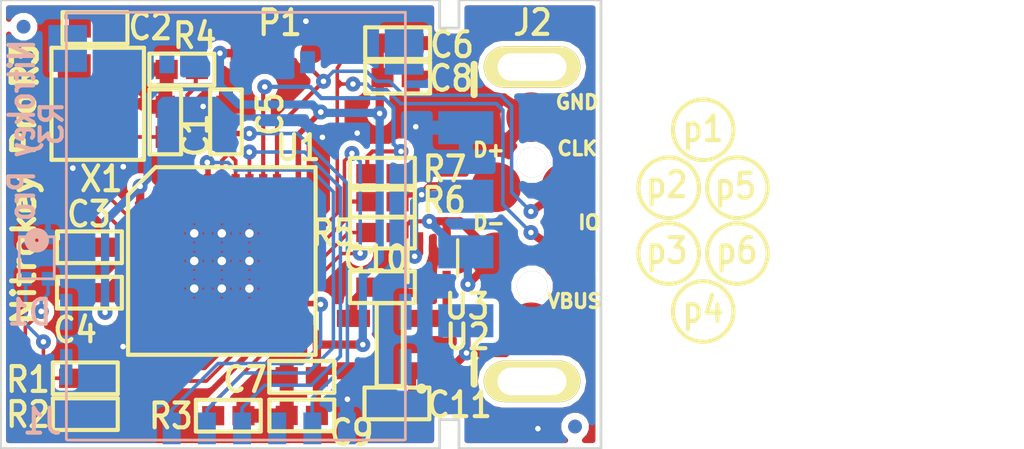
<source format=kicad_pcb>
(kicad_pcb (version 20171130) (host pcbnew "(5.0.1)-4")

  (general
    (thickness 1)
    (drawings 31)
    (tracks 568)
    (zones 0)
    (modules 37)
    (nets 25)
  )

  (page A4)
  (title_block
    (title "Nitrokey Pro")
    (date "27 apr 2015")
    (rev R1)
  )

  (layers
    (0 Front signal)
    (31 Back signal hide)
    (32 B.Adhes user hide)
    (33 F.Adhes user hide)
    (34 B.Paste user hide)
    (35 F.Paste user hide)
    (36 B.SilkS user hide)
    (37 F.SilkS user hide)
    (38 B.Mask user hide)
    (39 F.Mask user)
    (40 Dwgs.User user hide)
    (41 Cmts.User user hide)
    (42 Eco1.User user hide)
    (43 Eco2.User user hide)
    (44 Edge.Cuts user hide)
  )

  (setup
    (last_trace_width 0.127)
    (trace_clearance 0.127)
    (zone_clearance 0.15)
    (zone_45_only no)
    (trace_min 0.127)
    (segment_width 0.15)
    (edge_width 0.09906)
    (via_size 0.5461)
    (via_drill 0.381)
    (via_min_size 0.5461)
    (via_min_drill 0.381)
    (uvia_size 0.50038)
    (uvia_drill 0.14986)
    (uvias_allowed no)
    (uvia_min_size 0.50038)
    (uvia_min_drill 0.14986)
    (pcb_text_width 0.3048)
    (pcb_text_size 1 2)
    (mod_edge_width 0.09906)
    (mod_text_size 0.8 0.9)
    (mod_text_width 0.15)
    (pad_size 0.3048 0.3048)
    (pad_drill 0.3)
    (pad_to_mask_clearance 0.05)
    (solder_mask_min_width 0.05)
    (pad_to_paste_clearance_ratio -0.1)
    (aux_axis_origin 127 98.9965)
    (grid_origin 119.76 98.05)
    (visible_elements 7FFFE67F)
    (pcbplotparams
      (layerselection 0x010fc_ffffffff)
      (usegerberextensions true)
      (usegerberattributes false)
      (usegerberadvancedattributes false)
      (creategerberjobfile false)
      (excludeedgelayer true)
      (linewidth 0.150000)
      (plotframeref false)
      (viasonmask false)
      (mode 1)
      (useauxorigin true)
      (hpglpennumber 1)
      (hpglpenspeed 20)
      (hpglpendiameter 15.000000)
      (psnegative false)
      (psa4output false)
      (plotreference true)
      (plotvalue true)
      (plotinvisibletext false)
      (padsonsilk false)
      (subtractmaskfromsilk false)
      (outputformat 1)
      (mirror false)
      (drillshape 0)
      (scaleselection 1)
      (outputdirectory "../gerber/"))
  )

  (net 0 "")
  (net 1 +3.3V)
  (net 2 /BOOT0)
  (net 3 /BOOT1)
  (net 4 /D+)
  (net 5 /D+_PLUG)
  (net 6 /D-)
  (net 7 /D-_PLUG)
  (net 8 /NRST)
  (net 9 /OSC_IN)
  (net 10 /OSC_OUT)
  (net 11 /SCCLK)
  (net 12 /SCRST)
  (net 13 /SCSDA)
  (net 14 /SCVCC)
  (net 15 /SWCLK)
  (net 16 /SWDIO)
  (net 17 /USB_EN)
  (net 18 /VBUS)
  (net 19 GND)
  (net 20 N-0000020)
  (net 21 N-0000034)
  (net 22 N-000006)
  (net 23 N-000008)
  (net 24 "Net-(C10-Pad1)")

  (net_class Default "This is the default net class."
    (clearance 0.127)
    (trace_width 0.127)
    (via_dia 0.5461)
    (via_drill 0.381)
    (uvia_dia 0.50038)
    (uvia_drill 0.14986)
    (add_net /BOOT0)
    (add_net /BOOT1)
    (add_net /D+)
    (add_net /D+_PLUG)
    (add_net /D-)
    (add_net /D-_PLUG)
    (add_net /NRST)
    (add_net /OSC_IN)
    (add_net /OSC_OUT)
    (add_net /SCCLK)
    (add_net /SCRST)
    (add_net /SCSDA)
    (add_net /SCVCC)
    (add_net /SWCLK)
    (add_net /SWDIO)
    (add_net /USB_EN)
    (add_net /VBUS)
    (add_net N-0000020)
    (add_net N-0000034)
    (add_net N-000006)
    (add_net N-000008)
    (add_net "Net-(C10-Pad1)")
  )

  (net_class GND ""
    (clearance 0.20066)
    (trace_width 0.20066)
    (via_dia 0.5461)
    (via_drill 0.381)
    (uvia_dia 0.50038)
    (uvia_drill 0.14986)
    (add_net GND)
  )

  (net_class VBUS ""
    (clearance 0.20066)
    (trace_width 0.20066)
    (via_dia 0.8001)
    (via_drill 0.59944)
    (uvia_dia 0.50038)
    (uvia_drill 0.14986)
  )

  (net_class VDD ""
    (clearance 0.1524)
    (trace_width 0.1524)
    (via_dia 0.5461)
    (via_drill 0.381)
    (uvia_dia 0.50038)
    (uvia_drill 0.14986)
    (add_net +3.3V)
  )

  (module Fiducial:Fiducial_0.5mm_Dia_1mm_Outer (layer Back) (tedit 5C1CC838) (tstamp 5C292C87)
    (at 135.56 106.35)
    (descr "Circular Fiducial, 0.5mm bare copper top; 1mm keepout (Level C)")
    (tags marker)
    (attr virtual)
    (fp_text reference REF** (at 0 1.5) (layer B.SilkS) hide
      (effects (font (size 1 1) (thickness 0.15)) (justify mirror))
    )
    (fp_text value Fiducial_0.5mm_Dia_1mm_Outer (at 0 -1.5) (layer B.Fab)
      (effects (font (size 1 1) (thickness 0.15)) (justify mirror))
    )
    (fp_circle (center 0 0) (end 0.5 0) (layer B.Fab) (width 0.1))
    (fp_text user %R (at 0 0) (layer B.Fab)
      (effects (font (size 0.2 0.2) (thickness 0.04)) (justify mirror))
    )
    (fp_circle (center 0 0) (end 0.75 0) (layer B.CrtYd) (width 0.05))
    (pad ~ smd circle (at 0 0) (size 0.5 0.5) (layers Back B.Mask)
      (solder_mask_margin 0.25) (clearance 0.25))
  )

  (module r_0402 (layer Front) (tedit 52CB2D32) (tstamp 5155A840)
    (at 122.9868 105.9561)
    (descr "SMT resistor, 0402")
    (path /5155A7EA)
    (fp_text reference R3 (at -2.0828 0.0127) (layer F.SilkS)
      (effects (font (size 0.9 0.8) (thickness 0.15)))
    )
    (fp_text value 10k (at 0 0.8001) (layer F.SilkS) hide
      (effects (font (size 0.14986 0.14986) (thickness 0.03048)))
    )
    (fp_line (start 1.17602 -0.57404) (end 1.17602 0.57404) (layer F.SilkS) (width 0.14986))
    (fp_line (start 1.17602 0.57404) (end -1.17602 0.57404) (layer F.SilkS) (width 0.14986))
    (fp_line (start -1.17602 0.57404) (end -1.17602 -0.57404) (layer F.SilkS) (width 0.14986))
    (fp_line (start -1.17602 -0.57404) (end 1.17602 -0.57404) (layer F.SilkS) (width 0.14986))
    (fp_line (start 0.3302 -0.2794) (end 0.3302 0.2794) (layer Dwgs.User) (width 0.127))
    (fp_line (start -0.3302 -0.2794) (end -0.3302 0.2794) (layer Dwgs.User) (width 0.127))
    (fp_line (start -0.5334 -0.2794) (end -0.5334 0.2794) (layer Dwgs.User) (width 0.127))
    (fp_line (start -0.5334 0.2794) (end 0.5334 0.2794) (layer Dwgs.User) (width 0.127))
    (fp_line (start 0.5334 0.2794) (end 0.5334 -0.2794) (layer Dwgs.User) (width 0.127))
    (fp_line (start 0.5334 -0.2794) (end -0.5334 -0.2794) (layer Dwgs.User) (width 0.127))
    (pad 1 smd rect (at 0.54864 0) (size 0.8001 0.6985) (layers Front F.Paste F.Mask)
      (net 19 GND))
    (pad 2 smd rect (at -0.54864 0) (size 0.8001 0.6985) (layers Front F.Paste F.Mask)
      (net 3 /BOOT1))
    (model 3DLib/r_0402.wrl
      (at (xyz 0 0 0))
      (scale (xyz 1 1 1))
      (rotate (xyz 0 0 0))
    )
  )

  (module USB-A-PLUG locked (layer Front) (tedit 5AC40F25) (tstamp 52CB2A04)
    (at 142.21142 99.41889)
    (descr "USB A PLUG Through Hole")
    (tags USB)
    (path /4E27DE01)
    (fp_text reference J2 (at -8.19142 -7.71889) (layer F.SilkS)
      (effects (font (size 0.9 0.8) (thickness 0.15)))
    )
    (fp_text value USB_A (at 1.7921 -7.60336) (layer F.SilkS) hide
      (effects (font (size 1.524 1.524) (thickness 0.3048)))
    )
    (fp_line (start -11.31316 -6.85546) (end -9.31164 -6.85546) (layer Cmts.User) (width 0.01016))
    (fp_line (start -11.31316 6.04266) (end -9.31164 6.04266) (layer Cmts.User) (width 0.01016))
    (fp_line (start -5.21208 5.59308) (end -5.21208 -6.40588) (layer Dwgs.User) (width 0.127))
    (fp_line (start -10.3124 -5.1054) (end -10.3124 -6.20522) (layer F.SilkS) (width 0.254))
    (fp_line (start -10.3124 4.2926) (end -10.3124 5.39242) (layer F.SilkS) (width 0.254))
    (fp_line (start -9.21258 5.59308) (end 9.5885 5.59308) (layer Dwgs.User) (width 0.09906))
    (fp_line (start 9.5885 5.59308) (end 9.5885 -6.40588) (layer Dwgs.User) (width 0.09906))
    (fp_line (start 9.5885 -6.40588) (end -9.21258 -6.40588) (layer Dwgs.User) (width 0.09906))
    (fp_line (start -9.21258 -6.40588) (end -9.21258 5.59308) (layer Dwgs.User) (width 0.09906))
    (fp_line (start -5.46354 5.34162) (end -5.46354 -6.0579) (layer Cmts.User) (width 0.01016))
    (pad 5 thru_hole oval (at -8.21182 -6.10616 180) (size 3.50012 1.50114) (drill oval 2.49936 1.00076) (layers *.Cu *.Mask F.SilkS))
    (pad 6 thru_hole oval (at -8.21182 5.29336 180) (size 3.50012 1.50114) (drill oval 2.49936 1.00076) (layers *.Cu *.Mask F.SilkS))
    (pad 2 smd rect (at -10.6124 0.59436 180) (size 1.99898 1.19888) (layers Back B.Paste B.Mask)
      (net 7 /D-_PLUG))
    (pad 3 smd rect (at -10.6124 -1.4224 180) (size 1.99898 1.19888) (layers Back B.Paste B.Mask)
      (net 5 /D+_PLUG))
    (pad 1 smd rect (at -10.6124 3.09372 180) (size 1.99898 1.19888) (layers Back B.Paste B.Mask)
      (net 18 /VBUS))
    (pad 4 smd rect (at -10.6124 -3.90652 180) (size 1.99898 1.19888) (layers Back B.Paste B.Mask)
      (net 19 GND))
    (pad 7 thru_hole circle (at -8.21182 1.84404 180) (size 1.09982 1.09982) (drill 1.09982) (layers *.Cu *.Mask F.SilkS))
    (pad 8 thru_hole circle (at -8.21182 -2.65684 180) (size 1.09982 1.09982) (drill 1.09982) (layers *.Cu *.Mask F.SilkS))
    (model 3DLib/USB_A_SMD.wrl
      (offset (xyz -0.1269999980926514 0.3809999942779541 -0.8889999866485596))
      (scale (xyz 0.39 0.38 0.38))
      (rotate (xyz 90 0 90))
    )
  )

  (module c_0402 (layer Front) (tedit 52CB2C74) (tstamp 553E79A7)
    (at 129.10058 105.5116)
    (descr "SMT capacitor, 0402")
    (path /4E2D79C8)
    (fp_text reference C11 (at 2.26822 0.0508) (layer F.SilkS)
      (effects (font (size 0.9 0.8) (thickness 0.15)))
    )
    (fp_text value 4.7uF (at 0 0.8001) (layer F.SilkS) hide
      (effects (font (size 0.1524 0.1524) (thickness 0.03048)))
    )
    (fp_line (start -1.17602 -0.57404) (end 1.17602 -0.57404) (layer F.SilkS) (width 0.14986))
    (fp_line (start 1.17602 -0.57404) (end 1.17602 0.57404) (layer F.SilkS) (width 0.14986))
    (fp_line (start 1.17602 0.57404) (end -1.17602 0.57404) (layer F.SilkS) (width 0.14986))
    (fp_line (start -1.17602 0.57404) (end -1.17602 -0.57404) (layer F.SilkS) (width 0.14986))
    (fp_line (start 0.3302 -0.2794) (end 0.3302 0.2794) (layer Dwgs.User) (width 0.127))
    (fp_line (start -0.3302 -0.2794) (end -0.3302 0.2794) (layer Dwgs.User) (width 0.127))
    (fp_line (start -0.5334 -0.2794) (end -0.5334 0.2794) (layer Dwgs.User) (width 0.127))
    (fp_line (start -0.5334 0.2794) (end 0.5334 0.2794) (layer Dwgs.User) (width 0.127))
    (fp_line (start 0.5334 0.2794) (end 0.5334 -0.2794) (layer Dwgs.User) (width 0.127))
    (fp_line (start 0.5334 -0.2794) (end -0.5334 -0.2794) (layer Dwgs.User) (width 0.127))
    (pad 1 smd rect (at 0.54864 0) (size 0.8001 0.6985) (layers Front F.Paste F.Mask)
      (net 18 /VBUS))
    (pad 2 smd rect (at -0.54864 0) (size 0.8001 0.6985) (layers Front F.Paste F.Mask)
      (net 19 GND))
    (model 3DLib/c_0402.wrl
      (at (xyz 0 0 0))
      (scale (xyz 1 1 1))
      (rotate (xyz 0 0 0))
    )
  )

  (module c_0402 (layer Front) (tedit 52CB2C53) (tstamp 553E794D)
    (at 125.65126 104.5464 180)
    (descr "SMT capacitor, 0402")
    (path /4E2D6573)
    (fp_text reference C7 (at 2.05486 -0.1016 180) (layer F.SilkS)
      (effects (font (size 0.9 0.8) (thickness 0.15)))
    )
    (fp_text value 0.1uF (at 0 0.8001 180) (layer F.SilkS) hide
      (effects (font (size 0.1524 0.1524) (thickness 0.03048)))
    )
    (fp_line (start -1.17602 -0.57404) (end 1.17602 -0.57404) (layer F.SilkS) (width 0.14986))
    (fp_line (start 1.17602 -0.57404) (end 1.17602 0.57404) (layer F.SilkS) (width 0.14986))
    (fp_line (start 1.17602 0.57404) (end -1.17602 0.57404) (layer F.SilkS) (width 0.14986))
    (fp_line (start -1.17602 0.57404) (end -1.17602 -0.57404) (layer F.SilkS) (width 0.14986))
    (fp_line (start 0.3302 -0.2794) (end 0.3302 0.2794) (layer Dwgs.User) (width 0.127))
    (fp_line (start -0.3302 -0.2794) (end -0.3302 0.2794) (layer Dwgs.User) (width 0.127))
    (fp_line (start -0.5334 -0.2794) (end -0.5334 0.2794) (layer Dwgs.User) (width 0.127))
    (fp_line (start -0.5334 0.2794) (end 0.5334 0.2794) (layer Dwgs.User) (width 0.127))
    (fp_line (start 0.5334 0.2794) (end 0.5334 -0.2794) (layer Dwgs.User) (width 0.127))
    (fp_line (start 0.5334 -0.2794) (end -0.5334 -0.2794) (layer Dwgs.User) (width 0.127))
    (pad 1 smd rect (at 0.54864 0 180) (size 0.8001 0.6985) (layers Front F.Paste F.Mask)
      (net 19 GND))
    (pad 2 smd rect (at -0.54864 0 180) (size 0.8001 0.6985) (layers Front F.Paste F.Mask)
      (net 1 +3.3V))
    (model 3DLib/c_0402.wrl
      (at (xyz 0 0 0))
      (scale (xyz 1 1 1))
      (rotate (xyz 0 0 0))
    )
  )

  (module SIL-2-2-drilled-offset (layer Front) (tedit 5C1D1BA3) (tstamp 54C6A555)
    (at 125.4 92.75)
    (descr "Connecteur 3 pins")
    (tags "CONN DEV")
    (path /4F507292)
    (fp_text reference P1 (at -0.54 -1.04) (layer F.SilkS)
      (effects (font (size 0.9 0.8) (thickness 0.15)))
    )
    (fp_text value CONN_4 (at 0 -0.635) (layer F.SilkS) hide
      (effects (font (size 0.254 0.254) (thickness 0.0635)))
    )
    (pad 2 smd circle (at -0.635 0) (size 0.85 0.85) (layers Front F.Mask)
      (net 19 GND) (clearance 0.0508))
    (pad 3 smd circle (at 0.635 0) (size 0.85 0.85) (layers Front F.Mask)
      (net 15 /SWCLK) (clearance 0.0508))
    (pad 1 smd rect (at -1.905 0) (size 0.85 0.85) (layers Front F.Mask)
      (net 1 +3.3V) (clearance 0.0508))
    (pad 4 smd circle (at 1.905 0) (size 0.85 0.85) (layers Front F.Mask)
      (net 16 /SWDIO) (clearance 0.0508))
  )

  (module molex78646-3001 (layer Back) (tedit 5C1CD059) (tstamp 5C2951BD)
    (at 123.26 99.05 90)
    (descr 78646-3001)
    (tags 78646-3001)
    (path /500506A8)
    (solder_mask_margin 0.1)
    (clearance 0.15)
    (fp_text reference J1 (at -7.112 -7.0231 180) (layer B.SilkS)
      (effects (font (size 0.9 0.8) (thickness 0.15)) (justify mirror))
    )
    (fp_text value SIM_JACKET (at -0.0889 2.69748 90) (layer B.SilkS) hide
      (effects (font (size 0.127 0.127) (thickness 0.01016)) (justify mirror))
    )
    (fp_line (start -7.79018 6.09854) (end -7.79018 -6.10108) (layer B.SilkS) (width 0.09906))
    (fp_line (start 0 6.1468) (end 7.7216 6.1468) (layer B.SilkS) (width 0.09906))
    (fp_line (start 7.7216 6.1468) (end 7.7216 0) (layer B.SilkS) (width 0.09906))
    (fp_line (start 7.7216 0) (end 7.7216 -6.1468) (layer B.SilkS) (width 0.09906))
    (fp_line (start 7.7216 -6.1468) (end 0 -6.1468) (layer B.SilkS) (width 0.09906))
    (fp_line (start 0 -6.1468) (end -7.7724 -6.1468) (layer B.SilkS) (width 0.09906))
    (fp_line (start -7.7724 6.1468) (end 0.0508 6.1468) (layer B.SilkS) (width 0.09906))
    (pad 1 smd trapezoid (at -7.366 2.77368 90) (size 1.15062 0.65024) (layers Back B.Paste B.Mask)
      (net 14 /SCVCC))
    (pad 5 smd trapezoid (at -7.366 4.02336 90) (size 1.15062 0.65024) (layers Back B.Paste B.Mask)
      (net 19 GND))
    (pad 6 smd trapezoid (at -7.366 1.4986 90) (size 1.15062 0.65024) (layers Back B.Paste B.Mask))
    (pad 2 smd trapezoid (at -7.366 0.22352 90) (size 1.15062 0.65024) (layers Back B.Paste B.Mask)
      (net 12 /SCRST))
    (pad 7 smd trapezoid (at -7.366 -1.05156 90) (size 1.15062 0.65024) (layers Back B.Paste B.Mask)
      (net 13 /SCSDA))
    (pad 3 smd trapezoid (at -7.366 -2.32664 90) (size 1.15062 0.65024) (layers Back B.Paste B.Mask)
      (net 11 /SCCLK))
    (pad GND smd trapezoid (at -5.14096 6.1468 90) (size 1.30048 0.44958) (layers Back B.Paste B.Mask))
    (pad GND smd trapezoid (at -3.13944 6.1468 90) (size 1.30048 0.44958) (layers Back B.Paste B.Mask))
    (pad GND smd trapezoid (at -3.13944 -6.15188 90) (size 1.30048 0.44958) (layers Back B.Paste B.Mask))
    (pad GND smd trapezoid (at -5.14096 -6.15188 90) (size 1.30048 0.44958) (layers Back B.Paste B.Mask))
    (pad 14 smd trapezoid (at 6.30936 6.09854 90) (size 1.69926 1.39954) (layers Back B.Paste B.Mask))
    (pad 15 smd trapezoid (at 6.41096 -6.10108 90) (size 1.69926 1.39954) (layers Back B.Paste B.Mask))
    (pad 10 smd trapezoid (at 5.91058 2.59842 90) (size 0.8001 0.54102) (layers Back B.Paste B.Mask))
    (pad 11 smd trapezoid (at 5.91058 -2.5019 90) (size 0.8001 0.54102) (layers Back B.Paste B.Mask))
    (model 3DLib/SimAndHolder.wrl
      (offset (xyz -0.2539999961853027 0.1523999977111817 -0.2539999961853027))
      (scale (xyz 0.4 0.4 0.4))
      (rotate (xyz 0 0 90))
    )
  )

  (module QFN36 (layer Front) (tedit 5C1D1DBB) (tstamp 547523E7)
    (at 122.75058 100.34524)
    (descr "Support QFN 36 pins")
    (tags QFN36)
    (path /4E68666C)
    (solder_mask_margin 0.05)
    (clearance 0.1)
    (attr smd)
    (fp_text reference U1 (at 2.76942 -4.10524) (layer F.SilkS)
      (effects (font (size 0.9 0.8) (thickness 0.15)))
    )
    (fp_text value STM32F103TB (at -0.0254 1.19888) (layer F.SilkS) hide
      (effects (font (size 0.508 0.508) (thickness 0.0762)))
    )
    (fp_line (start 2.99974 -2.99974) (end 2.99974 2.99974) (layer Dwgs.User) (width 0.14986))
    (fp_line (start 2.99974 2.99974) (end -2.99974 2.99974) (layer Dwgs.User) (width 0.14986))
    (fp_line (start -2.99974 2.99974) (end -2.99974 -2.99974) (layer Dwgs.User) (width 0.14986))
    (fp_line (start -2.99974 -2.99974) (end 2.99974 -2.99974) (layer Dwgs.User) (width 0.14986))
    (fp_line (start -2.4003 -3.40106) (end -3.40106 -2.4003) (layer F.SilkS) (width 0.14986))
    (fp_line (start -3.40106 -2.4003) (end -3.40106 3.40106) (layer F.SilkS) (width 0.14986))
    (fp_line (start 3.40106 -3.40106) (end 3.40106 3.40106) (layer F.SilkS) (width 0.14986))
    (fp_line (start 3.40106 3.40106) (end -3.40106 3.40106) (layer F.SilkS) (width 0.14986))
    (fp_line (start -2.4003 -3.40106) (end 3.40106 -3.40106) (layer F.SilkS) (width 0.14986))
    (pad 1 smd rect (at -2.77622 -2.00152 90) (size 0.29972 0.7493) (layers Front F.Paste F.Mask)
      (net 1 +3.3V))
    (pad 2 smd rect (at -2.77622 -1.50114 90) (size 0.29972 0.7493) (layers Front F.Paste F.Mask)
      (net 9 /OSC_IN))
    (pad 3 smd rect (at -2.77622 -1.00076 90) (size 0.29972 0.7493) (layers Front F.Paste F.Mask)
      (net 10 /OSC_OUT))
    (pad 4 smd rect (at -2.77622 -0.50038 90) (size 0.29972 0.7493) (layers Front F.Paste F.Mask)
      (net 8 /NRST))
    (pad 5 smd rect (at -2.77622 0 90) (size 0.29972 0.7493) (layers Front F.Paste F.Mask)
      (net 19 GND))
    (pad 6 smd rect (at -2.77622 0.50038 90) (size 0.29972 0.7493) (layers Front F.Paste F.Mask)
      (net 1 +3.3V))
    (pad 7 smd rect (at -2.77622 1.00076 90) (size 0.29972 0.7493) (layers Front F.Paste F.Mask))
    (pad 8 smd rect (at -2.77622 1.50114 90) (size 0.29972 0.7493) (layers Front F.Paste F.Mask))
    (pad 9 smd rect (at -2.77622 2.00152 90) (size 0.29972 0.7493) (layers Front F.Paste F.Mask))
    (pad 10 smd rect (at -2.00152 2.77622) (size 0.29972 0.7493) (layers Front F.Paste F.Mask))
    (pad 11 smd rect (at -1.50114 2.77622) (size 0.29972 0.7493) (layers Front F.Paste F.Mask))
    (pad 12 smd rect (at -1.00076 2.77622) (size 0.29972 0.7493) (layers Front F.Paste F.Mask))
    (pad 13 smd rect (at -0.50038 2.77622) (size 0.29972 0.7493) (layers Front F.Paste F.Mask))
    (pad 14 smd rect (at 0 2.77622) (size 0.29972 0.7493) (layers Front F.Paste F.Mask)
      (net 23 N-000008))
    (pad 15 smd rect (at 0.50038 2.77622) (size 0.29972 0.7493) (layers Front F.Paste F.Mask)
      (net 20 N-0000020))
    (pad 16 smd rect (at 1.00076 2.77622) (size 0.29972 0.7493) (layers Front F.Paste F.Mask))
    (pad 17 smd rect (at 1.50114 2.77622 90) (size 0.7493 0.29972) (layers Front F.Paste F.Mask)
      (net 3 /BOOT1))
    (pad 18 smd rect (at 2.00152 2.77622 90) (size 0.7493 0.29972) (layers Front F.Paste F.Mask)
      (net 19 GND))
    (pad 19 smd rect (at 2.77622 2.00152 90) (size 0.29972 0.7493) (layers Front F.Paste F.Mask)
      (net 1 +3.3V))
    (pad 20 smd rect (at 2.77622 1.50114 90) (size 0.29972 0.7493) (layers Front F.Paste F.Mask)
      (net 11 /SCCLK))
    (pad 21 smd rect (at 2.77622 1.00076 90) (size 0.29972 0.7493) (layers Front F.Paste F.Mask)
      (net 4 /D+))
    (pad 22 smd rect (at 2.77622 0.50038 90) (size 0.29972 0.7493) (layers Front F.Paste F.Mask)
      (net 6 /D-))
    (pad 23 smd rect (at 2.77622 0 90) (size 0.29972 0.7493) (layers Front F.Paste F.Mask)
      (net 6 /D-))
    (pad 24 smd rect (at 2.77622 -0.50038 90) (size 0.29972 0.7493) (layers Front F.Paste F.Mask)
      (net 4 /D+))
    (pad 25 smd rect (at 2.77622 -1.00076 90) (size 0.29972 0.7493) (layers Front F.Paste F.Mask)
      (net 16 /SWDIO))
    (pad 26 smd rect (at 2.77622 -1.50114 90) (size 0.29972 0.7493) (layers Front F.Paste F.Mask)
      (net 19 GND))
    (pad 27 smd rect (at 2.77622 -2.00152 90) (size 0.29972 0.7493) (layers Front F.Paste F.Mask)
      (net 1 +3.3V))
    (pad 28 smd rect (at 2.00152 -2.77622) (size 0.29972 0.7493) (layers Front F.Paste F.Mask)
      (net 15 /SWCLK))
    (pad 29 smd rect (at 1.50114 -2.77622) (size 0.29972 0.7493) (layers Front F.Paste F.Mask)
      (net 17 /USB_EN))
    (pad 30 smd rect (at 1.00076 -2.77622) (size 0.29972 0.7493) (layers Front F.Paste F.Mask)
      (net 12 /SCRST))
    (pad 31 smd rect (at 0.50038 -2.77622) (size 0.29972 0.7493) (layers Front F.Paste F.Mask)
      (net 14 /SCVCC))
    (pad 32 smd rect (at 0 -2.77622) (size 0.29972 0.7493) (layers Front F.Paste F.Mask)
      (net 14 /SCVCC))
    (pad 33 smd rect (at -0.50038 -2.77622) (size 0.29972 0.7493) (layers Front F.Paste F.Mask)
      (net 13 /SCSDA))
    (pad 34 smd rect (at -1.00076 -2.77622) (size 0.29972 0.7493) (layers Front F.Paste F.Mask))
    (pad 35 smd rect (at -1.50114 -2.77622) (size 0.29972 0.7493) (layers Front F.Paste F.Mask)
      (net 2 /BOOT0))
    (pad 36 smd rect (at -2.00152 -2.77622) (size 0.29972 0.7493) (layers Front F.Paste F.Mask)
      (net 19 GND))
    (pad 37 smd rect (at 0 0) (size 4.09956 4.09956) (layers Front F.Paste F.Mask)
      (net 19 GND))
    (pad 37 thru_hole circle (at 0 0 180) (size 0.3048 0.3048) (drill 0.3) (layers *.Cu *.Mask F.SilkS)
      (net 19 GND))
    (pad 37 thru_hole circle (at 1.00076 0 180) (size 0.3048 0.3048) (drill 0.3) (layers *.Cu *.Mask F.SilkS)
      (net 19 GND))
    (pad 37 thru_hole circle (at -1.00076 0 180) (size 0.3048 0.3048) (drill 0.3) (layers *.Cu *.Mask F.SilkS)
      (net 19 GND))
    (pad 37 thru_hole circle (at -1.00076 -1.00076 180) (size 0.3048 0.3048) (drill 0.3) (layers *.Cu *.Mask F.SilkS)
      (net 19 GND))
    (pad 37 thru_hole circle (at 0 -1.00076 180) (size 0.3048 0.3048) (drill 0.3) (layers *.Cu *.Mask F.SilkS)
      (net 19 GND))
    (pad 37 thru_hole circle (at 1.00076 -1.00076 180) (size 0.3048 0.3048) (drill 0.3) (layers *.Cu *.Mask F.SilkS)
      (net 19 GND))
    (pad 37 thru_hole circle (at 1.00076 1.00076 180) (size 0.3048 0.3048) (drill 0.3) (layers *.Cu *.Mask F.SilkS)
      (net 19 GND))
    (pad 37 thru_hole circle (at 0 1.00076 180) (size 0.3048 0.3048) (drill 0.29972) (layers *.Cu *.Mask F.SilkS)
      (net 19 GND))
    (pad 37 thru_hole circle (at -1.00076 1.00076 180) (size 0.3048 0.3048) (drill 0.3) (layers *.Cu *.Mask F.SilkS)
      (net 19 GND))
    (model 3DLib/qfn36.wrl
      (offset (xyz -3.174999952316284 3.174999952316284 0))
      (scale (xyz 0.4 0.4 0.4))
      (rotate (xyz 0 0 90))
    )
  )

  (module KPHBM-2012SURKCGKC (layer Back) (tedit 50F811AE) (tstamp 5C295DF9)
    (at 116.04 100.23 270)
    (path /4F801DB4)
    (fp_text reference D1 (at 1.9796 0.2668) (layer B.SilkS)
      (effects (font (size 0.9 0.8) (thickness 0.15)) (justify mirror))
    )
    (fp_text value DUAL_LED (at 0 0.9144 270) (layer B.SilkS) hide
      (effects (font (size 0.20066 0.20066) (thickness 0.0508)) (justify mirror))
    )
    (fp_circle (center -0.635 0) (end -0.5715 0) (layer B.SilkS) (width 0.381))
    (fp_line (start -0.762 0) (end -0.762 0.635) (layer B.SilkS) (width 0.09906))
    (fp_line (start -0.762 0.635) (end 0.762 0.635) (layer B.SilkS) (width 0.09906))
    (fp_line (start 0.762 0.635) (end 0.762 -0.635) (layer B.SilkS) (width 0.09906))
    (fp_line (start 0.762 -0.635) (end -0.762 -0.635) (layer B.SilkS) (width 0.09906))
    (fp_line (start -0.762 -0.635) (end -0.762 0) (layer B.SilkS) (width 0.09906))
    (pad 1 smd trapezoid (at 0.762 0.4064 270) (size 0.50038 0.44958) (layers Back B.Paste B.Mask)
      (net 22 N-000006) (clearance 0.0508))
    (pad 2 smd trapezoid (at -0.762 0.4064 270) (size 0.50038 0.44958) (layers Back B.Paste B.Mask)
      (net 19 GND) (clearance 0.0508))
    (pad 4 smd trapezoid (at 0.762 -0.4064 270) (size 0.50038 0.44958) (layers Back B.Paste B.Mask)
      (net 21 N-0000034) (clearance 0.0508))
    (pad 3 smd trapezoid (at -0.762 -0.4064 270) (size 0.50038 0.44958) (layers Back B.Paste B.Mask)
      (net 19 GND) (clearance 0.0508))
    (model 3DLib/Diode.wrl
      (offset (xyz 0 0 0.07619999885559083))
      (scale (xyz 0.4 0.4 0.4))
      (rotate (xyz 270 0 0))
    )
  )

  (module TSOT23-5 (layer Front) (tedit 52CB2D03) (tstamp 4E6881CA)
    (at 128.8415 103.378 90)
    (path /4E2CD88E)
    (attr smd)
    (fp_text reference U2 (at 0.278 2.8185 180) (layer F.SilkS)
      (effects (font (size 0.9 0.8) (thickness 0.15)))
    )
    (fp_text value CAT6217-330 (at 0 0 90) (layer F.SilkS) hide
      (effects (font (size 0.254 0.254) (thickness 0.0254)))
    )
    (fp_line (start -1.50114 -0.47498) (end 1.50114 -0.47498) (layer F.SilkS) (width 0.14986))
    (fp_line (start 1.50114 -0.47498) (end 1.50114 0.47498) (layer F.SilkS) (width 0.14986))
    (fp_line (start 1.50114 0.47498) (end -1.50114 0.47498) (layer F.SilkS) (width 0.14986))
    (fp_line (start -1.50114 0.47498) (end -1.50114 -0.47498) (layer F.SilkS) (width 0.14986))
    (fp_circle (center -1.59766 1.15062) (end -1.4986 1.19888) (layer F.SilkS) (width 0.14986))
    (fp_line (start -1.14808 -0.84836) (end -0.7493 -0.84836) (layer Dwgs.User) (width 0.06604))
    (fp_line (start -0.7493 -0.84836) (end -0.7493 -1.4478) (layer Dwgs.User) (width 0.06604))
    (fp_line (start -1.14808 -1.4478) (end -0.7493 -1.4478) (layer Dwgs.User) (width 0.06604))
    (fp_line (start -1.14808 -0.84836) (end -1.14808 -1.4478) (layer Dwgs.User) (width 0.06604))
    (fp_line (start 0.7493 -0.84836) (end 1.14808 -0.84836) (layer Dwgs.User) (width 0.06604))
    (fp_line (start 1.14808 -0.84836) (end 1.14808 -1.4478) (layer Dwgs.User) (width 0.06604))
    (fp_line (start 0.7493 -1.4478) (end 1.14808 -1.4478) (layer Dwgs.User) (width 0.06604))
    (fp_line (start 0.7493 -0.84836) (end 0.7493 -1.4478) (layer Dwgs.User) (width 0.06604))
    (fp_line (start -1.14808 1.4478) (end -0.7493 1.4478) (layer Dwgs.User) (width 0.06604))
    (fp_line (start -0.7493 1.4478) (end -0.7493 0.84836) (layer Dwgs.User) (width 0.06604))
    (fp_line (start -1.14808 0.84836) (end -0.7493 0.84836) (layer Dwgs.User) (width 0.06604))
    (fp_line (start -1.14808 1.4478) (end -1.14808 0.84836) (layer Dwgs.User) (width 0.06604))
    (fp_line (start -0.19812 1.4478) (end 0.19812 1.4478) (layer Dwgs.User) (width 0.06604))
    (fp_line (start 0.19812 1.4478) (end 0.19812 0.84836) (layer Dwgs.User) (width 0.06604))
    (fp_line (start -0.19812 0.84836) (end 0.19812 0.84836) (layer Dwgs.User) (width 0.06604))
    (fp_line (start -0.19812 1.4478) (end -0.19812 0.84836) (layer Dwgs.User) (width 0.06604))
    (fp_line (start 0.7493 1.4478) (end 1.14808 1.4478) (layer Dwgs.User) (width 0.06604))
    (fp_line (start 1.14808 1.4478) (end 1.14808 0.84836) (layer Dwgs.User) (width 0.06604))
    (fp_line (start 0.7493 0.84836) (end 1.14808 0.84836) (layer Dwgs.User) (width 0.06604))
    (fp_line (start 0.7493 1.4478) (end 0.7493 0.84836) (layer Dwgs.User) (width 0.06604))
    (fp_line (start -1.4478 -0.79756) (end 1.4478 -0.79756) (layer Dwgs.User) (width 0.127))
    (fp_line (start 1.4478 -0.79756) (end 1.4478 0.79756) (layer Dwgs.User) (width 0.127))
    (fp_line (start 1.4478 0.79756) (end -1.4478 0.79756) (layer Dwgs.User) (width 0.127))
    (fp_line (start -1.4478 0.79756) (end -1.4478 -0.79756) (layer Dwgs.User) (width 0.127))
    (fp_circle (center -1.14808 0.39878) (end -1.21666 0.46736) (layer Dwgs.User) (width 0.00254))
    (pad 1 smd rect (at -0.94996 1.31826 90) (size 0.61976 1.19888) (layers Front F.Paste F.Mask)
      (net 18 /VBUS))
    (pad 2 smd rect (at 0 1.31826 90) (size 0.61976 1.19888) (layers Front F.Paste F.Mask)
      (net 19 GND))
    (pad 3 smd rect (at 0.94996 1.31826 90) (size 0.61976 1.19888) (layers Front F.Paste F.Mask)
      (net 18 /VBUS))
    (pad 4 smd rect (at 0.94996 -1.31826 90) (size 0.61976 1.19888) (layers Front F.Paste F.Mask)
      (net 24 "Net-(C10-Pad1)"))
    (pad 5 smd rect (at -0.94996 -1.31826 90) (size 0.61976 1.19888) (layers Front F.Paste F.Mask)
      (net 1 +3.3V))
    (model 3DLib/SOT23_5.wrl
      (at (xyz 0 0 0))
      (scale (xyz 0.1 0.1 0.1))
      (rotate (xyz 0 0 0))
    )
  )

  (module ABM8G (layer Front) (tedit 531A3FFD) (tstamp 4F50A107)
    (at 118.2497 94.64548 90)
    (path /4E82CD9F)
    (fp_text reference X1 (at -2.72452 0.1303) (layer F.SilkS)
      (effects (font (size 0.9 0.8) (thickness 0.15)))
    )
    (fp_text value 12MHz (at 0.04548 -3.6497 90) (layer F.SilkS) hide
      (effects (font (size 1.00076 1.00076) (thickness 0.20066)))
    )
    (fp_line (start -2.032 -1.6764) (end 2.032 -1.6764) (layer F.SilkS) (width 0.14986))
    (fp_line (start 2.032 -1.6764) (end 2.032 1.6764) (layer F.SilkS) (width 0.14986))
    (fp_line (start 2.032 1.6764) (end -2.032 1.6764) (layer F.SilkS) (width 0.14986))
    (fp_line (start -2.032 1.6764) (end -2.032 -1.6764) (layer F.SilkS) (width 0.14986))
    (pad 2 smd rect (at 1.09982 -0.8509 90) (size 1.397 1.1938) (layers Front F.Paste F.Mask)
      (net 10 /OSC_OUT) (clearance 0.07874))
    (pad 3 smd rect (at 1.09982 0.8509 90) (size 1.397 1.1938) (layers Front F.Paste F.Mask)
      (net 19 GND) (clearance 0.07874))
    (pad 1 smd rect (at -1.09982 0.8509 90) (size 1.397 1.1938) (layers Front F.Paste F.Mask)
      (net 9 /OSC_IN) (clearance 0.07874))
    (pad 3 smd rect (at -1.09982 -0.8509 90) (size 1.397 1.1938) (layers Front F.Paste F.Mask)
      (net 19 GND) (clearance 0.07874))
    (model 3DLib/crystal_4pins_smd.wrl
      (at (xyz 0 0 0))
      (scale (xyz 0.25 0.25 0.25))
      (rotate (xyz 0 0 0))
    )
  )

  (module c_0402 (layer Front) (tedit 52CB2D1C) (tstamp 4E40D998)
    (at 117.94998 99.8474)
    (descr "SMT capacitor, 0402")
    (path /4E2D6A2C)
    (fp_text reference C3 (at -0.01998 -1.1974) (layer F.SilkS)
      (effects (font (size 0.9 0.8) (thickness 0.15)))
    )
    (fp_text value 0.1uF (at 0 0.8001) (layer F.SilkS) hide
      (effects (font (size 0.1524 0.1524) (thickness 0.03048)))
    )
    (fp_line (start -1.17602 -0.57404) (end 1.17602 -0.57404) (layer F.SilkS) (width 0.14986))
    (fp_line (start 1.17602 -0.57404) (end 1.17602 0.57404) (layer F.SilkS) (width 0.14986))
    (fp_line (start 1.17602 0.57404) (end -1.17602 0.57404) (layer F.SilkS) (width 0.14986))
    (fp_line (start -1.17602 0.57404) (end -1.17602 -0.57404) (layer F.SilkS) (width 0.14986))
    (fp_line (start 0.3302 -0.2794) (end 0.3302 0.2794) (layer Dwgs.User) (width 0.127))
    (fp_line (start -0.3302 -0.2794) (end -0.3302 0.2794) (layer Dwgs.User) (width 0.127))
    (fp_line (start -0.5334 -0.2794) (end -0.5334 0.2794) (layer Dwgs.User) (width 0.127))
    (fp_line (start -0.5334 0.2794) (end 0.5334 0.2794) (layer Dwgs.User) (width 0.127))
    (fp_line (start 0.5334 0.2794) (end 0.5334 -0.2794) (layer Dwgs.User) (width 0.127))
    (fp_line (start 0.5334 -0.2794) (end -0.5334 -0.2794) (layer Dwgs.User) (width 0.127))
    (pad 1 smd rect (at 0.54864 0) (size 0.8001 0.6985) (layers Front F.Paste F.Mask)
      (net 8 /NRST))
    (pad 2 smd rect (at -0.54864 0) (size 0.8001 0.6985) (layers Front F.Paste F.Mask)
      (net 19 GND))
    (model 3DLib/c_0402.wrl
      (at (xyz 0 0 0))
      (scale (xyz 1 1 1))
      (rotate (xyz 0 0 0))
    )
  )

  (module r_0402 (layer Front) (tedit 52CB2D27) (tstamp 4E3F9814)
    (at 117.8 104.6 180)
    (descr "SMT resistor, 0402")
    (path /4E2D766E)
    (fp_text reference R1 (at 2.0776 -0.048 180) (layer F.SilkS)
      (effects (font (size 0.9 0.8) (thickness 0.15)))
    )
    (fp_text value 510 (at 0 0.8001 180) (layer F.SilkS) hide
      (effects (font (size 0.14986 0.14986) (thickness 0.03048)))
    )
    (fp_line (start 1.17602 -0.57404) (end 1.17602 0.57404) (layer F.SilkS) (width 0.14986))
    (fp_line (start 1.17602 0.57404) (end -1.17602 0.57404) (layer F.SilkS) (width 0.14986))
    (fp_line (start -1.17602 0.57404) (end -1.17602 -0.57404) (layer F.SilkS) (width 0.14986))
    (fp_line (start -1.17602 -0.57404) (end 1.17602 -0.57404) (layer F.SilkS) (width 0.14986))
    (fp_line (start 0.3302 -0.2794) (end 0.3302 0.2794) (layer Dwgs.User) (width 0.127))
    (fp_line (start -0.3302 -0.2794) (end -0.3302 0.2794) (layer Dwgs.User) (width 0.127))
    (fp_line (start -0.5334 -0.2794) (end -0.5334 0.2794) (layer Dwgs.User) (width 0.127))
    (fp_line (start -0.5334 0.2794) (end 0.5334 0.2794) (layer Dwgs.User) (width 0.127))
    (fp_line (start 0.5334 0.2794) (end 0.5334 -0.2794) (layer Dwgs.User) (width 0.127))
    (fp_line (start 0.5334 -0.2794) (end -0.5334 -0.2794) (layer Dwgs.User) (width 0.127))
    (pad 1 smd rect (at 0.54864 0 180) (size 0.8001 0.6985) (layers Front F.Paste F.Mask)
      (net 22 N-000006))
    (pad 2 smd rect (at -0.54864 0 180) (size 0.8001 0.6985) (layers Front F.Paste F.Mask)
      (net 23 N-000008))
    (model 3DLib/r_0402.wrl
      (at (xyz 0 0 0))
      (scale (xyz 1 1 1))
      (rotate (xyz 0 0 0))
    )
  )

  (module c_0402 (layer Front) (tedit 4E6817AD) (tstamp 4E3F9292)
    (at 120.7 95.3 270)
    (descr "SMT capacitor, 0402")
    (path /4E2CD2B1)
    (fp_text reference C1 (at 0.49 -1.1 270) (layer F.SilkS)
      (effects (font (size 0.9 0.8) (thickness 0.15)))
    )
    (fp_text value 27pF (at 0 0.8001 270) (layer F.SilkS) hide
      (effects (font (size 0.1524 0.1524) (thickness 0.03048)))
    )
    (fp_line (start -1.17602 -0.57404) (end 1.17602 -0.57404) (layer F.SilkS) (width 0.14986))
    (fp_line (start 1.17602 -0.57404) (end 1.17602 0.57404) (layer F.SilkS) (width 0.14986))
    (fp_line (start 1.17602 0.57404) (end -1.17602 0.57404) (layer F.SilkS) (width 0.14986))
    (fp_line (start -1.17602 0.57404) (end -1.17602 -0.57404) (layer F.SilkS) (width 0.14986))
    (fp_line (start 0.3302 -0.2794) (end 0.3302 0.2794) (layer Dwgs.User) (width 0.127))
    (fp_line (start -0.3302 -0.2794) (end -0.3302 0.2794) (layer Dwgs.User) (width 0.127))
    (fp_line (start -0.5334 -0.2794) (end -0.5334 0.2794) (layer Dwgs.User) (width 0.127))
    (fp_line (start -0.5334 0.2794) (end 0.5334 0.2794) (layer Dwgs.User) (width 0.127))
    (fp_line (start 0.5334 0.2794) (end 0.5334 -0.2794) (layer Dwgs.User) (width 0.127))
    (fp_line (start 0.5334 -0.2794) (end -0.5334 -0.2794) (layer Dwgs.User) (width 0.127))
    (pad 1 smd rect (at 0.54864 0 270) (size 0.8001 0.6985) (layers Front F.Paste F.Mask)
      (net 9 /OSC_IN))
    (pad 2 smd rect (at -0.54864 0 270) (size 0.8001 0.6985) (layers Front F.Paste F.Mask)
      (net 19 GND))
    (model 3DLib/c_0402.wrl
      (at (xyz 0 0 0))
      (scale (xyz 1 1 1))
      (rotate (xyz 0 0 0))
    )
  )

  (module c_0402 (layer Front) (tedit 52CB2C53) (tstamp 501985FC)
    (at 125.65126 104.5464 180)
    (descr "SMT capacitor, 0402")
    (path /4E2D6573)
    (fp_text reference C7 (at 2.05486 -0.1016 180) (layer F.SilkS)
      (effects (font (size 0.9 0.8) (thickness 0.15)))
    )
    (fp_text value 0.1uF (at 0 0.8001 180) (layer F.SilkS) hide
      (effects (font (size 0.1524 0.1524) (thickness 0.03048)))
    )
    (fp_line (start -1.17602 -0.57404) (end 1.17602 -0.57404) (layer F.SilkS) (width 0.14986))
    (fp_line (start 1.17602 -0.57404) (end 1.17602 0.57404) (layer F.SilkS) (width 0.14986))
    (fp_line (start 1.17602 0.57404) (end -1.17602 0.57404) (layer F.SilkS) (width 0.14986))
    (fp_line (start -1.17602 0.57404) (end -1.17602 -0.57404) (layer F.SilkS) (width 0.14986))
    (fp_line (start 0.3302 -0.2794) (end 0.3302 0.2794) (layer Dwgs.User) (width 0.127))
    (fp_line (start -0.3302 -0.2794) (end -0.3302 0.2794) (layer Dwgs.User) (width 0.127))
    (fp_line (start -0.5334 -0.2794) (end -0.5334 0.2794) (layer Dwgs.User) (width 0.127))
    (fp_line (start -0.5334 0.2794) (end 0.5334 0.2794) (layer Dwgs.User) (width 0.127))
    (fp_line (start 0.5334 0.2794) (end 0.5334 -0.2794) (layer Dwgs.User) (width 0.127))
    (fp_line (start 0.5334 -0.2794) (end -0.5334 -0.2794) (layer Dwgs.User) (width 0.127))
    (pad 1 smd rect (at 0.54864 0 180) (size 0.8001 0.6985) (layers Front F.Paste F.Mask)
      (net 19 GND))
    (pad 2 smd rect (at -0.54864 0 180) (size 0.8001 0.6985) (layers Front F.Paste F.Mask)
      (net 1 +3.3V))
    (model 3DLib/c_0402.wrl
      (at (xyz 0 0 0))
      (scale (xyz 1 1 1))
      (rotate (xyz 0 0 0))
    )
  )

  (module c_0402 (layer Front) (tedit 54745DDE) (tstamp 4F4EF8E9)
    (at 129.12598 92.44584)
    (descr "SMT capacitor, 0402")
    (path /4E2D167B)
    (fp_text reference C6 (at 1.97402 0.06096) (layer F.SilkS)
      (effects (font (size 0.9 0.8) (thickness 0.15)))
    )
    (fp_text value 0.1uF (at 0 0.8001) (layer F.SilkS) hide
      (effects (font (size 0.1524 0.1524) (thickness 0.03048)))
    )
    (fp_line (start -1.17602 -0.57404) (end 1.17602 -0.57404) (layer F.SilkS) (width 0.14986))
    (fp_line (start 1.17602 -0.57404) (end 1.17602 0.57404) (layer F.SilkS) (width 0.14986))
    (fp_line (start 1.17602 0.57404) (end -1.17602 0.57404) (layer F.SilkS) (width 0.14986))
    (fp_line (start -1.17602 0.57404) (end -1.17602 -0.57404) (layer F.SilkS) (width 0.14986))
    (fp_line (start 0.3302 -0.2794) (end 0.3302 0.2794) (layer Dwgs.User) (width 0.127))
    (fp_line (start -0.3302 -0.2794) (end -0.3302 0.2794) (layer Dwgs.User) (width 0.127))
    (fp_line (start -0.5334 -0.2794) (end -0.5334 0.2794) (layer Dwgs.User) (width 0.127))
    (fp_line (start -0.5334 0.2794) (end 0.5334 0.2794) (layer Dwgs.User) (width 0.127))
    (fp_line (start 0.5334 0.2794) (end 0.5334 -0.2794) (layer Dwgs.User) (width 0.127))
    (fp_line (start 0.5334 -0.2794) (end -0.5334 -0.2794) (layer Dwgs.User) (width 0.127))
    (pad 1 smd rect (at 0.54864 0) (size 0.8001 0.6985) (layers Front F.Paste F.Mask)
      (net 19 GND))
    (pad 2 smd rect (at -0.54864 0) (size 0.8001 0.6985) (layers Front F.Paste F.Mask)
      (net 1 +3.3V))
    (model 3DLib/c_0402.wrl
      (at (xyz 0 0 0))
      (scale (xyz 1 1 1))
      (rotate (xyz 0 0 0))
    )
  )

  (module c_0402 (layer Front) (tedit 4E6817AD) (tstamp 5C294954)
    (at 122.9 95.3 270)
    (descr "SMT capacitor, 0402")
    (path /500508D3)
    (fp_text reference C5 (at -0.28 -1.6 90) (layer F.SilkS)
      (effects (font (size 0.9 0.8) (thickness 0.15)))
    )
    (fp_text value 0.1uF (at 0 0.8001 270) (layer F.SilkS) hide
      (effects (font (size 0.1524 0.1524) (thickness 0.03048)))
    )
    (fp_line (start -1.17602 -0.57404) (end 1.17602 -0.57404) (layer F.SilkS) (width 0.14986))
    (fp_line (start 1.17602 -0.57404) (end 1.17602 0.57404) (layer F.SilkS) (width 0.14986))
    (fp_line (start 1.17602 0.57404) (end -1.17602 0.57404) (layer F.SilkS) (width 0.14986))
    (fp_line (start -1.17602 0.57404) (end -1.17602 -0.57404) (layer F.SilkS) (width 0.14986))
    (fp_line (start 0.3302 -0.2794) (end 0.3302 0.2794) (layer Dwgs.User) (width 0.127))
    (fp_line (start -0.3302 -0.2794) (end -0.3302 0.2794) (layer Dwgs.User) (width 0.127))
    (fp_line (start -0.5334 -0.2794) (end -0.5334 0.2794) (layer Dwgs.User) (width 0.127))
    (fp_line (start -0.5334 0.2794) (end 0.5334 0.2794) (layer Dwgs.User) (width 0.127))
    (fp_line (start 0.5334 0.2794) (end 0.5334 -0.2794) (layer Dwgs.User) (width 0.127))
    (fp_line (start 0.5334 -0.2794) (end -0.5334 -0.2794) (layer Dwgs.User) (width 0.127))
    (pad 1 smd rect (at 0.54864 0 270) (size 0.8001 0.6985) (layers Front F.Paste F.Mask)
      (net 14 /SCVCC))
    (pad 2 smd rect (at -0.54864 0 270) (size 0.8001 0.6985) (layers Front F.Paste F.Mask)
      (net 19 GND))
    (model 3DLib/c_0402.wrl
      (at (xyz 0 0 0))
      (scale (xyz 1 1 1))
      (rotate (xyz 0 0 0))
    )
  )

  (module c_0402 (layer Front) (tedit 52CB2D21) (tstamp 4E40DB39)
    (at 117.94998 101.49586 180)
    (descr "SMT capacitor, 0402")
    (path /4E2D63F9)
    (fp_text reference C4 (at 0.51998 -1.35414 180) (layer F.SilkS)
      (effects (font (size 0.9 0.8) (thickness 0.15)))
    )
    (fp_text value 0.1uF (at 0 0.8001 180) (layer F.SilkS) hide
      (effects (font (size 0.1524 0.1524) (thickness 0.03048)))
    )
    (fp_line (start -1.17602 -0.57404) (end 1.17602 -0.57404) (layer F.SilkS) (width 0.14986))
    (fp_line (start 1.17602 -0.57404) (end 1.17602 0.57404) (layer F.SilkS) (width 0.14986))
    (fp_line (start 1.17602 0.57404) (end -1.17602 0.57404) (layer F.SilkS) (width 0.14986))
    (fp_line (start -1.17602 0.57404) (end -1.17602 -0.57404) (layer F.SilkS) (width 0.14986))
    (fp_line (start 0.3302 -0.2794) (end 0.3302 0.2794) (layer Dwgs.User) (width 0.127))
    (fp_line (start -0.3302 -0.2794) (end -0.3302 0.2794) (layer Dwgs.User) (width 0.127))
    (fp_line (start -0.5334 -0.2794) (end -0.5334 0.2794) (layer Dwgs.User) (width 0.127))
    (fp_line (start -0.5334 0.2794) (end 0.5334 0.2794) (layer Dwgs.User) (width 0.127))
    (fp_line (start 0.5334 0.2794) (end 0.5334 -0.2794) (layer Dwgs.User) (width 0.127))
    (fp_line (start 0.5334 -0.2794) (end -0.5334 -0.2794) (layer Dwgs.User) (width 0.127))
    (pad 1 smd rect (at 0.54864 0 180) (size 0.8001 0.6985) (layers Front F.Paste F.Mask)
      (net 19 GND))
    (pad 2 smd rect (at -0.54864 0 180) (size 0.8001 0.6985) (layers Front F.Paste F.Mask)
      (net 1 +3.3V))
    (model 3DLib/c_0402.wrl
      (at (xyz 0 0 0))
      (scale (xyz 1 1 1))
      (rotate (xyz 0 0 0))
    )
  )

  (module c_0402 (layer Front) (tedit 52CB2CB4) (tstamp 4E3F92A2)
    (at 118.15064 91.8972 180)
    (descr "SMT capacitor, 0402")
    (path /4E2CD2C4)
    (fp_text reference C2 (at -2.00936 0.0372 180) (layer F.SilkS)
      (effects (font (size 0.9 0.8) (thickness 0.15)))
    )
    (fp_text value 27pF (at 0 0.8001 180) (layer F.SilkS) hide
      (effects (font (size 0.1524 0.1524) (thickness 0.03048)))
    )
    (fp_line (start -1.17602 -0.57404) (end 1.17602 -0.57404) (layer F.SilkS) (width 0.14986))
    (fp_line (start 1.17602 -0.57404) (end 1.17602 0.57404) (layer F.SilkS) (width 0.14986))
    (fp_line (start 1.17602 0.57404) (end -1.17602 0.57404) (layer F.SilkS) (width 0.14986))
    (fp_line (start -1.17602 0.57404) (end -1.17602 -0.57404) (layer F.SilkS) (width 0.14986))
    (fp_line (start 0.3302 -0.2794) (end 0.3302 0.2794) (layer Dwgs.User) (width 0.127))
    (fp_line (start -0.3302 -0.2794) (end -0.3302 0.2794) (layer Dwgs.User) (width 0.127))
    (fp_line (start -0.5334 -0.2794) (end -0.5334 0.2794) (layer Dwgs.User) (width 0.127))
    (fp_line (start -0.5334 0.2794) (end 0.5334 0.2794) (layer Dwgs.User) (width 0.127))
    (fp_line (start 0.5334 0.2794) (end 0.5334 -0.2794) (layer Dwgs.User) (width 0.127))
    (fp_line (start 0.5334 -0.2794) (end -0.5334 -0.2794) (layer Dwgs.User) (width 0.127))
    (pad 1 smd rect (at 0.54864 0 180) (size 0.8001 0.6985) (layers Front F.Paste F.Mask)
      (net 10 /OSC_OUT))
    (pad 2 smd rect (at -0.54864 0 180) (size 0.8001 0.6985) (layers Front F.Paste F.Mask)
      (net 19 GND))
    (model 3DLib/c_0402.wrl
      (at (xyz 0 0 0))
      (scale (xyz 1 1 1))
      (rotate (xyz 0 0 0))
    )
  )

  (module c_0402 (layer Front) (tedit 52CB2C5B) (tstamp 4E3F9294)
    (at 125.65126 105.94594)
    (descr "SMT capacitor, 0402")
    (path /4E2D79BC)
    (fp_text reference C9 (at 1.80874 0.62406) (layer F.SilkS)
      (effects (font (size 0.9 0.8) (thickness 0.15)))
    )
    (fp_text value 4.7uF (at 0 0.8001) (layer F.SilkS) hide
      (effects (font (size 0.1524 0.1524) (thickness 0.03048)))
    )
    (fp_line (start -1.17602 -0.57404) (end 1.17602 -0.57404) (layer F.SilkS) (width 0.14986))
    (fp_line (start 1.17602 -0.57404) (end 1.17602 0.57404) (layer F.SilkS) (width 0.14986))
    (fp_line (start 1.17602 0.57404) (end -1.17602 0.57404) (layer F.SilkS) (width 0.14986))
    (fp_line (start -1.17602 0.57404) (end -1.17602 -0.57404) (layer F.SilkS) (width 0.14986))
    (fp_line (start 0.3302 -0.2794) (end 0.3302 0.2794) (layer Dwgs.User) (width 0.127))
    (fp_line (start -0.3302 -0.2794) (end -0.3302 0.2794) (layer Dwgs.User) (width 0.127))
    (fp_line (start -0.5334 -0.2794) (end -0.5334 0.2794) (layer Dwgs.User) (width 0.127))
    (fp_line (start -0.5334 0.2794) (end 0.5334 0.2794) (layer Dwgs.User) (width 0.127))
    (fp_line (start 0.5334 0.2794) (end 0.5334 -0.2794) (layer Dwgs.User) (width 0.127))
    (fp_line (start 0.5334 -0.2794) (end -0.5334 -0.2794) (layer Dwgs.User) (width 0.127))
    (pad 1 smd rect (at 0.54864 0) (size 0.8001 0.6985) (layers Front F.Paste F.Mask)
      (net 1 +3.3V))
    (pad 2 smd rect (at -0.54864 0) (size 0.8001 0.6985) (layers Front F.Paste F.Mask)
      (net 19 GND))
    (model 3DLib/c_0402.wrl
      (at (xyz 0 0 0))
      (scale (xyz 1 1 1))
      (rotate (xyz 0 0 0))
    )
  )

  (module c_0402 (layer Front) (tedit 52CB2C99) (tstamp 4E3F928F)
    (at 129.12598 93.69552)
    (descr "SMT capacitor, 0402")
    (path /4E2D1296)
    (fp_text reference C8 (at 1.93802 0.03048) (layer F.SilkS)
      (effects (font (size 0.9 0.8) (thickness 0.15)))
    )
    (fp_text value 0.1uF (at 0 0.8001) (layer F.SilkS) hide
      (effects (font (size 0.1524 0.1524) (thickness 0.03048)))
    )
    (fp_line (start -1.17602 -0.57404) (end 1.17602 -0.57404) (layer F.SilkS) (width 0.14986))
    (fp_line (start 1.17602 -0.57404) (end 1.17602 0.57404) (layer F.SilkS) (width 0.14986))
    (fp_line (start 1.17602 0.57404) (end -1.17602 0.57404) (layer F.SilkS) (width 0.14986))
    (fp_line (start -1.17602 0.57404) (end -1.17602 -0.57404) (layer F.SilkS) (width 0.14986))
    (fp_line (start 0.3302 -0.2794) (end 0.3302 0.2794) (layer Dwgs.User) (width 0.127))
    (fp_line (start -0.3302 -0.2794) (end -0.3302 0.2794) (layer Dwgs.User) (width 0.127))
    (fp_line (start -0.5334 -0.2794) (end -0.5334 0.2794) (layer Dwgs.User) (width 0.127))
    (fp_line (start -0.5334 0.2794) (end 0.5334 0.2794) (layer Dwgs.User) (width 0.127))
    (fp_line (start 0.5334 0.2794) (end 0.5334 -0.2794) (layer Dwgs.User) (width 0.127))
    (fp_line (start 0.5334 -0.2794) (end -0.5334 -0.2794) (layer Dwgs.User) (width 0.127))
    (pad 1 smd rect (at 0.54864 0) (size 0.8001 0.6985) (layers Front F.Paste F.Mask)
      (net 19 GND))
    (pad 2 smd rect (at -0.54864 0) (size 0.8001 0.6985) (layers Front F.Paste F.Mask)
      (net 1 +3.3V))
    (model 3DLib/c_0402.wrl
      (at (xyz 0 0 0))
      (scale (xyz 1 1 1))
      (rotate (xyz 0 0 0))
    )
  )

  (module c_0402 (layer Front) (tedit 52CB2C80) (tstamp 4E3F9291)
    (at 128.5748 101.2952 180)
    (descr "SMT capacitor, 0402")
    (path /4E2CD9BD)
    (fp_text reference C10 (at 0.2548 1.0252 180) (layer F.SilkS)
      (effects (font (size 0.9 0.8) (thickness 0.15)))
    )
    (fp_text value 0.01uF (at 0 0.8001 180) (layer F.SilkS) hide
      (effects (font (size 0.1524 0.1524) (thickness 0.03048)))
    )
    (fp_line (start -1.17602 -0.57404) (end 1.17602 -0.57404) (layer F.SilkS) (width 0.14986))
    (fp_line (start 1.17602 -0.57404) (end 1.17602 0.57404) (layer F.SilkS) (width 0.14986))
    (fp_line (start 1.17602 0.57404) (end -1.17602 0.57404) (layer F.SilkS) (width 0.14986))
    (fp_line (start -1.17602 0.57404) (end -1.17602 -0.57404) (layer F.SilkS) (width 0.14986))
    (fp_line (start 0.3302 -0.2794) (end 0.3302 0.2794) (layer Dwgs.User) (width 0.127))
    (fp_line (start -0.3302 -0.2794) (end -0.3302 0.2794) (layer Dwgs.User) (width 0.127))
    (fp_line (start -0.5334 -0.2794) (end -0.5334 0.2794) (layer Dwgs.User) (width 0.127))
    (fp_line (start -0.5334 0.2794) (end 0.5334 0.2794) (layer Dwgs.User) (width 0.127))
    (fp_line (start 0.5334 0.2794) (end 0.5334 -0.2794) (layer Dwgs.User) (width 0.127))
    (fp_line (start 0.5334 -0.2794) (end -0.5334 -0.2794) (layer Dwgs.User) (width 0.127))
    (pad 1 smd rect (at 0.54864 0 180) (size 0.8001 0.6985) (layers Front F.Paste F.Mask)
      (net 24 "Net-(C10-Pad1)"))
    (pad 2 smd rect (at -0.54864 0 180) (size 0.8001 0.6985) (layers Front F.Paste F.Mask)
      (net 19 GND))
    (model 3DLib/c_0402.wrl
      (at (xyz 0 0 0))
      (scale (xyz 1 1 1))
      (rotate (xyz 0 0 0))
    )
  )

  (module r_0402 (layer Front) (tedit 531A3F44) (tstamp 4F4DE85D)
    (at 117.8 105.9 180)
    (descr "SMT resistor, 0402")
    (path /4F801E05)
    (fp_text reference R2 (at 2.0776 -0.018 180) (layer F.SilkS)
      (effects (font (size 0.9 0.8) (thickness 0.15)))
    )
    (fp_text value 510 (at 0 0.8001 180) (layer F.SilkS) hide
      (effects (font (size 0.14986 0.14986) (thickness 0.03048)))
    )
    (fp_line (start 1.17602 -0.57404) (end 1.17602 0.57404) (layer F.SilkS) (width 0.14986))
    (fp_line (start 1.17602 0.57404) (end -1.17602 0.57404) (layer F.SilkS) (width 0.14986))
    (fp_line (start -1.17602 0.57404) (end -1.17602 -0.57404) (layer F.SilkS) (width 0.14986))
    (fp_line (start -1.17602 -0.57404) (end 1.17602 -0.57404) (layer F.SilkS) (width 0.14986))
    (fp_line (start 0.3302 -0.2794) (end 0.3302 0.2794) (layer Dwgs.User) (width 0.127))
    (fp_line (start -0.3302 -0.2794) (end -0.3302 0.2794) (layer Dwgs.User) (width 0.127))
    (fp_line (start -0.5334 -0.2794) (end -0.5334 0.2794) (layer Dwgs.User) (width 0.127))
    (fp_line (start -0.5334 0.2794) (end 0.5334 0.2794) (layer Dwgs.User) (width 0.127))
    (fp_line (start 0.5334 0.2794) (end 0.5334 -0.2794) (layer Dwgs.User) (width 0.127))
    (fp_line (start 0.5334 -0.2794) (end -0.5334 -0.2794) (layer Dwgs.User) (width 0.127))
    (pad 1 smd rect (at 0.54864 0 180) (size 0.8001 0.6985) (layers Front F.Paste F.Mask)
      (net 21 N-0000034))
    (pad 2 smd rect (at -0.54864 0 180) (size 0.8001 0.6985) (layers Front F.Paste F.Mask)
      (net 20 N-0000020))
    (model 3DLib/r_0402.wrl
      (at (xyz 0 0 0))
      (scale (xyz 1 1 1))
      (rotate (xyz 0 0 0))
    )
  )

  (module r_0402 (layer Front) (tedit 54B79425) (tstamp 5C294A5A)
    (at 121.3 93.4)
    (descr "SMT resistor, 0402")
    (path /530CE60F)
    (fp_text reference R4 (at 0.47 -1.22) (layer F.SilkS)
      (effects (font (size 0.9 0.8) (thickness 0.15)))
    )
    (fp_text value 10k (at 0 0.8001) (layer F.SilkS) hide
      (effects (font (size 0.14986 0.14986) (thickness 0.03048)))
    )
    (fp_line (start 1.17602 -0.57404) (end 1.17602 0.57404) (layer F.SilkS) (width 0.14986))
    (fp_line (start 1.17602 0.57404) (end -1.17602 0.57404) (layer F.SilkS) (width 0.14986))
    (fp_line (start -1.17602 0.57404) (end -1.17602 -0.57404) (layer F.SilkS) (width 0.14986))
    (fp_line (start -1.17602 -0.57404) (end 1.17602 -0.57404) (layer F.SilkS) (width 0.14986))
    (fp_line (start 0.3302 -0.2794) (end 0.3302 0.2794) (layer Dwgs.User) (width 0.127))
    (fp_line (start -0.3302 -0.2794) (end -0.3302 0.2794) (layer Dwgs.User) (width 0.127))
    (fp_line (start -0.5334 -0.2794) (end -0.5334 0.2794) (layer Dwgs.User) (width 0.127))
    (fp_line (start -0.5334 0.2794) (end 0.5334 0.2794) (layer Dwgs.User) (width 0.127))
    (fp_line (start 0.5334 0.2794) (end 0.5334 -0.2794) (layer Dwgs.User) (width 0.127))
    (fp_line (start 0.5334 -0.2794) (end -0.5334 -0.2794) (layer Dwgs.User) (width 0.127))
    (pad 1 smd rect (at 0.54864 0) (size 0.8001 0.6985) (layers Front F.Paste F.Mask)
      (net 2 /BOOT0))
    (pad 2 smd rect (at -0.54864 0) (size 0.8001 0.6985) (layers Front F.Paste F.Mask)
      (net 19 GND))
    (model 3DLib/r_0402.wrl
      (at (xyz 0 0 0))
      (scale (xyz 1 1 1))
      (rotate (xyz 0 0 0))
    )
  )

  (module footprints:Prog_Pad_Circular (layer Front) (tedit 5941BB76) (tstamp 5AC16E2C)
    (at 133.97 95.13)
    (path /5AC2130C)
    (fp_text reference p1 (at 6.238 0.4248) (layer F.SilkS)
      (effects (font (size 0.9 0.8) (thickness 0.15)))
    )
    (fp_text value debug-pin (at 1.75 1.25) (layer F.Fab)
      (effects (font (size 1 1) (thickness 0.15)))
    )
    (pad 1 smd circle (at 0 0) (size 1.8 1.8) (layers Front F.Mask)
      (net 19 GND))
  )

  (module footprints:Prog_Pad_Circular (layer Front) (tedit 5941BB76) (tstamp 5AC28837)
    (at 132.7 97.67)
    (path /5AC211E2)
    (fp_text reference p2 (at 6.1872 -0.0832) (layer F.SilkS)
      (effects (font (size 0.9 0.8) (thickness 0.15)))
    )
    (fp_text value debug-pin (at 1.75 1.25) (layer F.Fab)
      (effects (font (size 1 1) (thickness 0.15)))
    )
    (pad 1 smd circle (at 0 0) (size 1.8 1.8) (layers Front F.Mask)
      (net 5 /D+_PLUG))
  )

  (module footprints:Prog_Pad_Circular (layer Front) (tedit 5941BB76) (tstamp 5AC2883C)
    (at 132.7 100.21)
    (path /5AC210B0)
    (fp_text reference p3 (at 6.1872 -0.2356) (layer F.SilkS)
      (effects (font (size 0.9 0.8) (thickness 0.15)))
    )
    (fp_text value debug-pin (at 1.75 1.25) (layer F.Fab)
      (effects (font (size 1 1) (thickness 0.15)))
    )
    (pad 1 smd circle (at 0 0) (size 1.8 1.8) (layers Front F.Mask)
      (net 7 /D-_PLUG))
  )

  (module footprints:Prog_Pad_Circular (layer Front) (tedit 5941BB76) (tstamp 5AC28841)
    (at 133.97 102.75)
    (path /5AC1E9E4)
    (fp_text reference p4 (at 6.238 -0.642) (layer F.SilkS)
      (effects (font (size 0.9 0.8) (thickness 0.15)))
    )
    (fp_text value PROG_VCC (at 1.75 1.25) (layer F.Fab)
      (effects (font (size 1 1) (thickness 0.15)))
    )
    (pad 1 smd circle (at 0 0) (size 1.8 1.8) (layers Front F.Mask)
      (net 18 /VBUS))
  )

  (module footprints:Prog_Pad_Circular (layer Front) (tedit 5941BB76) (tstamp 5AC28846)
    (at 135.24 97.67)
    (path /5AC21252)
    (fp_text reference p5 (at 6.1364 -0.0324) (layer F.SilkS)
      (effects (font (size 0.9 0.8) (thickness 0.15)))
    )
    (fp_text value debug-pin (at 1.75 1.25) (layer F.Fab)
      (effects (font (size 1 1) (thickness 0.15)))
    )
    (pad 1 smd circle (at 0 0) (size 1.8 1.8) (layers Front F.Mask)
      (net 15 /SWCLK))
  )

  (module footprints:Prog_Pad_Circular (layer Front) (tedit 5941BB76) (tstamp 5AC2884B)
    (at 135.24 100.21)
    (path /5AC21258)
    (fp_text reference p6 (at 6.1872 -0.2356) (layer F.SilkS)
      (effects (font (size 0.9 0.8) (thickness 0.15)))
    )
    (fp_text value debug-pin (at 1.75 1.25) (layer F.Fab)
      (effects (font (size 1 1) (thickness 0.15)))
    )
    (pad 1 smd circle (at 0 0) (size 1.8 1.8) (layers Front F.Mask)
      (net 16 /SWDIO))
  )

  (module r_0402 (layer Front) (tedit 52CB2D27) (tstamp 5AC2CD4C)
    (at 128.5748 98.1964 180)
    (descr "SMT resistor, 0402")
    (path /5AC33351)
    (fp_text reference R6 (at -2.2352 0.0464 180) (layer F.SilkS)
      (effects (font (size 0.9 0.8) (thickness 0.15)))
    )
    (fp_text value 22 (at 0 0.8001 180) (layer F.SilkS) hide
      (effects (font (size 0.14986 0.14986) (thickness 0.03048)))
    )
    (fp_line (start 1.17602 -0.57404) (end 1.17602 0.57404) (layer F.SilkS) (width 0.14986))
    (fp_line (start 1.17602 0.57404) (end -1.17602 0.57404) (layer F.SilkS) (width 0.14986))
    (fp_line (start -1.17602 0.57404) (end -1.17602 -0.57404) (layer F.SilkS) (width 0.14986))
    (fp_line (start -1.17602 -0.57404) (end 1.17602 -0.57404) (layer F.SilkS) (width 0.14986))
    (fp_line (start 0.3302 -0.2794) (end 0.3302 0.2794) (layer Dwgs.User) (width 0.127))
    (fp_line (start -0.3302 -0.2794) (end -0.3302 0.2794) (layer Dwgs.User) (width 0.127))
    (fp_line (start -0.5334 -0.2794) (end -0.5334 0.2794) (layer Dwgs.User) (width 0.127))
    (fp_line (start -0.5334 0.2794) (end 0.5334 0.2794) (layer Dwgs.User) (width 0.127))
    (fp_line (start 0.5334 0.2794) (end 0.5334 -0.2794) (layer Dwgs.User) (width 0.127))
    (fp_line (start 0.5334 -0.2794) (end -0.5334 -0.2794) (layer Dwgs.User) (width 0.127))
    (pad 1 smd rect (at 0.54864 0 180) (size 0.8001 0.6985) (layers Front F.Paste F.Mask)
      (net 4 /D+))
    (pad 2 smd rect (at -0.54864 0 180) (size 0.8001 0.6985) (layers Front F.Paste F.Mask)
      (net 5 /D+_PLUG))
    (model 3DLib/r_0402.wrl
      (at (xyz 0 0 0))
      (scale (xyz 1 1 1))
      (rotate (xyz 0 0 0))
    )
  )

  (module r_0402 (layer Front) (tedit 52CB2D27) (tstamp 5C294E85)
    (at 128.5748 97.1804 180)
    (descr "SMT resistor, 0402")
    (path /5AC2E2C8)
    (fp_text reference R7 (at -2.2552 0.1704) (layer F.SilkS)
      (effects (font (size 0.9 0.8) (thickness 0.15)))
    )
    (fp_text value 1.5k (at 0 0.8001 180) (layer F.SilkS) hide
      (effects (font (size 0.14986 0.14986) (thickness 0.03048)))
    )
    (fp_line (start 1.17602 -0.57404) (end 1.17602 0.57404) (layer F.SilkS) (width 0.14986))
    (fp_line (start 1.17602 0.57404) (end -1.17602 0.57404) (layer F.SilkS) (width 0.14986))
    (fp_line (start -1.17602 0.57404) (end -1.17602 -0.57404) (layer F.SilkS) (width 0.14986))
    (fp_line (start -1.17602 -0.57404) (end 1.17602 -0.57404) (layer F.SilkS) (width 0.14986))
    (fp_line (start 0.3302 -0.2794) (end 0.3302 0.2794) (layer Dwgs.User) (width 0.127))
    (fp_line (start -0.3302 -0.2794) (end -0.3302 0.2794) (layer Dwgs.User) (width 0.127))
    (fp_line (start -0.5334 -0.2794) (end -0.5334 0.2794) (layer Dwgs.User) (width 0.127))
    (fp_line (start -0.5334 0.2794) (end 0.5334 0.2794) (layer Dwgs.User) (width 0.127))
    (fp_line (start 0.5334 0.2794) (end 0.5334 -0.2794) (layer Dwgs.User) (width 0.127))
    (fp_line (start 0.5334 -0.2794) (end -0.5334 -0.2794) (layer Dwgs.User) (width 0.127))
    (pad 1 smd rect (at 0.54864 0 180) (size 0.8001 0.6985) (layers Front F.Paste F.Mask)
      (net 17 /USB_EN))
    (pad 2 smd rect (at -0.54864 0 180) (size 0.8001 0.6985) (layers Front F.Paste F.Mask)
      (net 5 /D+_PLUG))
    (model 3DLib/r_0402.wrl
      (at (xyz 0 0 0))
      (scale (xyz 1 1 1))
      (rotate (xyz 0 0 0))
    )
  )

  (module r_0402 (layer Front) (tedit 52CB2D27) (tstamp 5AC2D306)
    (at 128.5748 99.314 180)
    (descr "SMT resistor, 0402")
    (path /5AC2D946)
    (fp_text reference R5 (at 1.7848 -0.016 180) (layer F.SilkS)
      (effects (font (size 0.9 0.8) (thickness 0.15)))
    )
    (fp_text value 22 (at 0 0.8001 180) (layer F.SilkS) hide
      (effects (font (size 0.14986 0.14986) (thickness 0.03048)))
    )
    (fp_line (start 1.17602 -0.57404) (end 1.17602 0.57404) (layer F.SilkS) (width 0.14986))
    (fp_line (start 1.17602 0.57404) (end -1.17602 0.57404) (layer F.SilkS) (width 0.14986))
    (fp_line (start -1.17602 0.57404) (end -1.17602 -0.57404) (layer F.SilkS) (width 0.14986))
    (fp_line (start -1.17602 -0.57404) (end 1.17602 -0.57404) (layer F.SilkS) (width 0.14986))
    (fp_line (start 0.3302 -0.2794) (end 0.3302 0.2794) (layer Dwgs.User) (width 0.127))
    (fp_line (start -0.3302 -0.2794) (end -0.3302 0.2794) (layer Dwgs.User) (width 0.127))
    (fp_line (start -0.5334 -0.2794) (end -0.5334 0.2794) (layer Dwgs.User) (width 0.127))
    (fp_line (start -0.5334 0.2794) (end 0.5334 0.2794) (layer Dwgs.User) (width 0.127))
    (fp_line (start 0.5334 0.2794) (end 0.5334 -0.2794) (layer Dwgs.User) (width 0.127))
    (fp_line (start 0.5334 -0.2794) (end -0.5334 -0.2794) (layer Dwgs.User) (width 0.127))
    (pad 1 smd rect (at 0.54864 0 180) (size 0.8001 0.6985) (layers Front F.Paste F.Mask)
      (net 6 /D-))
    (pad 2 smd rect (at -0.54864 0 180) (size 0.8001 0.6985) (layers Front F.Paste F.Mask)
      (net 7 /D-_PLUG))
    (model 3DLib/r_0402.wrl
      (at (xyz 0 0 0))
      (scale (xyz 1 1 1))
      (rotate (xyz 0 0 0))
    )
  )

  (module TO_SOT_Packages_SMD:SOT-553 (layer Front) (tedit 59102DEB) (tstamp 5AC2D329)
    (at 130.4036 100.2284 90)
    (descr SOT553)
    (tags SOT-553)
    (path /5AC2BFCE)
    (attr smd)
    (fp_text reference U3 (at -1.7616 1.2364 180) (layer F.SilkS)
      (effects (font (size 0.9 0.8) (thickness 0.15)))
    )
    (fp_text value DF5A5.6JE (at 0 1.75 90) (layer F.Fab)
      (effects (font (size 1 1) (thickness 0.15)))
    )
    (fp_text user %R (at 0 0 180) (layer F.Fab)
      (effects (font (size 0.4 0.4) (thickness 0.0625)))
    )
    (fp_line (start -0.65 -0.5) (end -0.3 -0.85) (layer F.Fab) (width 0.1))
    (fp_line (start 0.65 0.9) (end -0.65 0.9) (layer F.SilkS) (width 0.12))
    (fp_line (start -0.9 -0.9) (end 0.65 -0.9) (layer F.SilkS) (width 0.12))
    (fp_line (start -0.65 -0.5) (end -0.65 0.85) (layer F.Fab) (width 0.1))
    (fp_line (start -0.65 0.85) (end 0.65 0.85) (layer F.Fab) (width 0.1))
    (fp_line (start 0.65 0.85) (end 0.65 -0.85) (layer F.Fab) (width 0.1))
    (fp_line (start 0.65 -0.85) (end -0.3 -0.85) (layer F.Fab) (width 0.1))
    (fp_line (start -1.18 -1.1) (end 1.18 -1.1) (layer F.CrtYd) (width 0.05))
    (fp_line (start -1.18 -1.1) (end -1.18 1.1) (layer F.CrtYd) (width 0.05))
    (fp_line (start 1.18 1.1) (end 1.18 -1.1) (layer F.CrtYd) (width 0.05))
    (fp_line (start 1.18 1.1) (end -1.18 1.1) (layer F.CrtYd) (width 0.05))
    (pad 1 smd rect (at -0.7 -0.5 90) (size 0.45 0.3) (layers Front F.Paste F.Mask))
    (pad 3 smd rect (at -0.7 0.5 90) (size 0.45 0.3) (layers Front F.Paste F.Mask)
      (net 18 /VBUS))
    (pad 5 smd rect (at 0.7 -0.5 90) (size 0.45 0.3) (layers Front F.Paste F.Mask)
      (net 5 /D+_PLUG))
    (pad 2 smd rect (at -0.7 0 90) (size 0.45 0.3) (layers Front F.Paste F.Mask)
      (net 19 GND))
    (pad 4 smd rect (at 0.7 0.5 90) (size 0.45 0.3) (layers Front F.Paste F.Mask)
      (net 7 /D-_PLUG))
    (model ${KISYS3DMOD}/TO_SOT_Packages_SMD.3dshapes/SOT-553.wrl
      (at (xyz 0 0 0))
      (scale (xyz 1 1 1))
      (rotate (xyz 0 0 0))
    )
  )

  (module Fiducial:Fiducial_0.5mm_Dia_1mm_Outer (layer Front) (tedit 5C1CC502) (tstamp 5C292C79)
    (at 115.56 91.85)
    (descr "Circular Fiducial, 0.5mm bare copper top; 1mm keepout (Level C)")
    (tags marker)
    (attr virtual)
    (fp_text reference REF** (at 0 -1.5) (layer F.SilkS) hide
      (effects (font (size 1 1) (thickness 0.15)))
    )
    (fp_text value Fiducial_0.5mm_Dia_1mm_Outer (at 0 1.5) (layer F.Fab)
      (effects (font (size 1 1) (thickness 0.15)))
    )
    (fp_circle (center 0 0) (end 0.75 0) (layer F.CrtYd) (width 0.05))
    (fp_text user %R (at 0 0) (layer F.Fab)
      (effects (font (size 0.2 0.2) (thickness 0.04)))
    )
    (fp_circle (center 0 0) (end 0.5 0) (layer F.Fab) (width 0.1))
    (pad ~ smd circle (at 0 0) (size 0.5 0.5) (layers Front F.Mask)
      (solder_mask_margin 0.25) (clearance 0.25))
  )

  (module Fiducial:Fiducial_0.5mm_Dia_1mm_Outer (layer Front) (tedit 5C1CC6B8) (tstamp 5C292CCD)
    (at 135.56 106.35)
    (descr "Circular Fiducial, 0.5mm bare copper top; 1mm keepout (Level C)")
    (tags marker)
    (attr virtual)
    (fp_text reference REF** (at 0 -1.5) (layer F.SilkS) hide
      (effects (font (size 1 1) (thickness 0.15)))
    )
    (fp_text value Fiducial_0.5mm_Dia_1mm_Outer (at 0 1.5) (layer F.Fab)
      (effects (font (size 1 1) (thickness 0.15)))
    )
    (fp_circle (center 0 0) (end 0.75 0) (layer F.CrtYd) (width 0.05))
    (fp_text user %R (at 0 0) (layer F.Fab)
      (effects (font (size 0.2 0.2) (thickness 0.04)))
    )
    (fp_circle (center 0 0) (end 0.5 0) (layer F.Fab) (width 0.1))
    (pad ~ smd circle (at 0 0) (size 0.5 0.5) (layers Front F.Mask)
      (solder_mask_margin 0.25) (clearance 0.25))
  )

  (module Fiducial:Fiducial_0.5mm_Dia_1mm_Outer (layer Back) (tedit 5C1CC81A) (tstamp 5C292CEB)
    (at 115.56 91.85)
    (descr "Circular Fiducial, 0.5mm bare copper top; 1mm keepout (Level C)")
    (tags marker)
    (attr virtual)
    (fp_text reference REF** (at 0 1.5) (layer B.SilkS) hide
      (effects (font (size 1 1) (thickness 0.15)) (justify mirror))
    )
    (fp_text value Fiducial_0.5mm_Dia_1mm_Outer (at 0 -1.5) (layer B.Fab) hide
      (effects (font (size 1 1) (thickness 0.15)) (justify mirror))
    )
    (fp_circle (center 0 0) (end 0.75 0) (layer B.CrtYd) (width 0.05))
    (fp_text user %R (at 0 0) (layer B.Fab)
      (effects (font (size 0.2 0.2) (thickness 0.04)) (justify mirror))
    )
    (fp_circle (center 0 0) (end 0.5 0) (layer B.Fab) (width 0.1))
    (pad ~ smd circle (at 0 0) (size 0.5 0.5) (layers Back B.Mask)
      (solder_mask_margin 0.25) (clearance 0.25))
  )

  (gr_text R3 (at 116.58 95.36 90) (layer B.SilkS)
    (effects (font (size 0.8 0.8) (thickness 0.15)) (justify mirror))
  )
  (gr_text "Nitrokey Pro" (at 115.5 95.61 90) (layer B.SilkS)
    (effects (font (size 0.9 0.7) (thickness 0.15)) (justify mirror))
  )
  (gr_text GND (at 135.636 94.5896) (layer F.SilkS) (tstamp 5AC4192F)
    (effects (font (size 0.5 0.5) (thickness 0.125)))
  )
  (gr_text VBUS (at 135.5344 101.8032) (layer F.SilkS) (tstamp 5AC4192B)
    (effects (font (size 0.5 0.5) (thickness 0.125)))
  )
  (gr_text D- (at 132.4356 98.9584) (layer F.SilkS) (tstamp 5AC41921)
    (effects (font (size 0.5 0.5) (thickness 0.125)))
  )
  (gr_text IO (at 136.07 98.95) (layer F.SilkS) (tstamp 5AC418E2)
    (effects (font (size 0.5 0.5) (thickness 0.125)))
  )
  (gr_text CLK (at 135.636 96.266) (layer F.SilkS) (tstamp 5AC418DD)
    (effects (font (size 0.5 0.5) (thickness 0.125)))
  )
  (gr_text D+ (at 132.4356 96.3168) (layer F.SilkS)
    (effects (font (size 0.5 0.5) (thickness 0.125)))
  )
  (gr_circle (center 140.208 102.177428) (end 141.1224 102.787028) (layer F.SilkS) (width 0.15) (tstamp 5AC41859))
  (gr_circle (center 140.208 95.586972) (end 141.1224 96.196572) (layer F.SilkS) (width 0.15) (tstamp 5AC41858))
  (gr_circle (center 141.445828 100.076) (end 142.360228 100.6856) (layer F.SilkS) (width 0.15) (tstamp 5AC41856))
  (gr_circle (center 138.956628 100.076) (end 139.871028 100.6856) (layer F.SilkS) (width 0.15) (tstamp 5AC41855))
  (gr_circle (center 141.445828 97.6884) (end 142.360228 98.298) (layer F.SilkS) (width 0.15) (tstamp 5AC41824))
  (gr_circle (center 138.956628 97.6884) (end 139.871028 98.298) (layer F.SilkS) (width 0.15))
  (gr_text R3 (at 115.61 93.27 90) (layer F.SilkS)
    (effects (font (size 0.9 0.8) (thickness 0.2)))
  )
  (gr_text "Nitrokey Pro" (at 115.57 98.45 90) (layer F.SilkS) (tstamp 553E7B64)
    (effects (font (size 0.81 0.9) (thickness 0.18)))
  )
  (gr_line (start 115.225 107.15) (end 115.325 107.15) (angle 90) (layer Edge.Cuts) (width 0.09906))
  (gr_line (start 114.725 90.875) (end 114.725 107.15) (angle 90) (layer Edge.Cuts) (width 0.09906))
  (gr_line (start 115.275 90.875) (end 115.225 90.875) (angle 90) (layer Edge.Cuts) (width 0.09906))
  (gr_line (start 131.35 90.875) (end 136.5 90.875) (angle 90) (layer Edge.Cuts) (width 0.09906))
  (gr_line (start 130.65 90.875) (end 114.7 90.875) (angle 90) (layer Edge.Cuts) (width 0.09906))
  (gr_line (start 130.65 91.9) (end 130.65 90.9) (angle 90) (layer Edge.Cuts) (width 0.09906))
  (gr_line (start 131.35 91.9) (end 130.65 91.9) (angle 90) (layer Edge.Cuts) (width 0.09906))
  (gr_line (start 131.35 90.9) (end 131.35 91.9) (angle 90) (layer Edge.Cuts) (width 0.09906))
  (gr_line (start 130.65 107.15) (end 114.7 107.15) (angle 90) (layer Edge.Cuts) (width 0.09906) (tstamp 54B793A1))
  (gr_line (start 131.35 107.15) (end 136.5 107.15) (angle 90) (layer Edge.Cuts) (width 0.09906))
  (gr_line (start 130.65 106.1) (end 130.65 107.1) (angle 90) (layer Edge.Cuts) (width 0.09906))
  (gr_line (start 131.35 106.1) (end 130.65 106.1) (angle 90) (layer Edge.Cuts) (width 0.09906) (tstamp 54B7939E))
  (gr_line (start 131.35 107.1) (end 131.35 106.1) (angle 90) (layer Edge.Cuts) (width 0.09906))
  (gr_line (start 127.508 90.8685) (end 125.476 90.8685) (angle 90) (layer Edge.Cuts) (width 0.09906))
  (gr_line (start 136.4996 107.1245) (end 136.4996 90.8685) (angle 90) (layer Edge.Cuts) (width 0.09906))

  (segment (start 122.7436 92.75) (end 122.682 92.8116) (width 0.1524) (layer Front) (net 1))
  (segment (start 123.4414 92.81) (end 122.69 92.81) (width 0.3) (layer Front) (net 1))
  (segment (start 122.682 93.197751) (end 122.682 92.8116) (width 0.3) (layer Back) (net 1))
  (segment (start 122.682 93.988889) (end 122.682 93.197751) (width 0.3) (layer Back) (net 1))
  (segment (start 122.7328 94.039689) (end 122.682 93.988889) (width 0.1524) (layer Back) (net 1))
  (via (at 122.682 92.8116) (size 0.54) (drill 0.2) (layers Front Back) (net 1))
  (segment (start 127.8636 100.8888) (end 127.8636 103.378) (width 0.3) (layer Back) (net 1))
  (segment (start 128.474919 94.994277) (end 128.474919 100.246926) (width 0.3) (layer Back) (net 1))
  (segment (start 125.5268 98.34372) (end 125.5268 95.758) (width 0.2) (layer Front) (net 1))
  (segment (start 125.5268 95.758) (end 126.3396 94.9452) (width 0.2) (layer Front) (net 1))
  (segment (start 122.7328 94.039689) (end 120.450611 94.039689) (width 0.3) (layer Back) (net 1))
  (segment (start 120.450611 94.039689) (end 120.059449 94.430851) (width 0.3) (layer Back) (net 1))
  (segment (start 120.059449 94.430851) (end 120.059449 97.364551) (width 0.3) (layer Back) (net 1))
  (segment (start 120.059449 97.364551) (end 119.7864 97.6376) (width 0.3) (layer Back) (net 1))
  (segment (start 118.49862 101.49586) (end 118.49862 102.191816) (width 0.3) (layer Front) (net 1))
  (segment (start 118.49862 102.191816) (end 118.5164 102.209596) (width 0.1524) (layer Front) (net 1))
  (segment (start 118.5164 101.823445) (end 118.5164 102.209596) (width 0.3) (layer Back) (net 1))
  (segment (start 118.5164 98.9076) (end 118.5164 101.823445) (width 0.3) (layer Back) (net 1))
  (segment (start 119.7864 97.6376) (end 118.5164 98.9076) (width 0.3) (layer Back) (net 1))
  (via (at 118.5164 102.209596) (size 0.54) (drill 0.2) (layers Front Back) (net 1))
  (segment (start 128.5367 94.963051) (end 128.505474 94.994277) (width 0.3) (layer Back) (net 1))
  (segment (start 128.57734 94.891856) (end 128.474919 94.994277) (width 0.1524) (layer Front) (net 1))
  (segment (start 128.47734 93.79552) (end 128.47734 94.991856) (width 0.3) (layer Front) (net 1))
  (via (at 128.474919 94.994277) (size 0.54) (drill 0.2) (layers Front Back) (net 1))
  (segment (start 128.505474 94.994277) (end 128.474919 94.994277) (width 0.3) (layer Back) (net 1))
  (segment (start 127.52324 104.32796) (end 126.41834 104.32796) (width 0.3) (layer Front) (net 1))
  (segment (start 126.41834 104.32796) (end 126.1999 104.5464) (width 0.3) (layer Front) (net 1))
  (segment (start 126.1999 103.01986) (end 126.1999 103.378) (width 0.3) (layer Front) (net 1))
  (segment (start 126.1999 103.378) (end 126.1999 104.5464) (width 0.3) (layer Front) (net 1))
  (segment (start 127.8636 103.378) (end 126.1999 103.378) (width 0.3) (layer Front) (net 1))
  (segment (start 125.5268 102.34676) (end 126.1999 103.01986) (width 0.3) (layer Front) (net 1))
  (via (at 127.8636 103.378) (size 0.54) (drill 0.2) (layers Front Back) (net 1))
  (segment (start 119.7864 97.6376) (end 119.7864 97.7773) (width 0.1524) (layer Front) (net 1))
  (segment (start 119.8118 98.18116) (end 119.97436 98.34372) (width 0.1524) (layer Front) (net 1))
  (segment (start 119.7864 97.7773) (end 119.8118 97.8027) (width 0.1524) (layer Front) (net 1))
  (segment (start 119.79 97.83) (end 119.79 98.20846) (width 0.3) (layer Front) (net 1))
  (segment (start 128.5494 94.975751) (end 128.5367 94.963051) (width 0.3) (layer Back) (net 1))
  (segment (start 128.5494 94.975751) (end 126.370151 94.975751) (width 0.3) (layer Back) (net 1))
  (segment (start 126.370151 94.975751) (end 126.3396 94.9452) (width 0.3) (layer Back) (net 1))
  (segment (start 126.1999 104.5464) (end 126.3396 104.4067) (width 0.1524) (layer Front) (net 1))
  (segment (start 128.47734 93.79552) (end 128.47734 92.54584) (width 0.3) (layer Front) (net 1))
  (segment (start 126.1999 105.94594) (end 126.1999 104.5464) (width 0.3) (layer Front) (net 1))
  (segment (start 118.49862 101.41458) (end 118.49862 101.49586) (width 0.1524) (layer Front) (net 1) (tstamp 530F8EAF))
  (segment (start 119.06758 100.84562) (end 118.49862 101.41458) (width 0.2) (layer Front) (net 1) (tstamp 530F8EAE))
  (segment (start 119.97436 100.84562) (end 119.06758 100.84562) (width 0.1524) (layer Front) (net 1))
  (via (at 119.7864 97.6376) (size 0.54) (drill 0.2) (layers Front Back) (net 1))
  (via (at 126.3396 94.9452) (size 0.54) (drill 0.2) (layers Front Back) (net 1))
  (segment (start 128.57734 92.44584) (end 128.28016 92.44584) (width 0.1524) (layer Front) (net 1))
  (segment (start 128.57734 92.44584) (end 128.28016 92.44584) (width 0.1524) (layer Front) (net 1) (tstamp 553E7A11))
  (via (at 126.3396 94.9452) (size 0.54) (drill 0.2) (layers Front Back) (net 1) (tstamp 553E7A21))
  (segment (start 119.7864 97.6376) (end 118.7196 98.7044) (width 0.1524) (layer Back) (net 1) (tstamp 553E7A26))
  (via (at 119.7864 97.6376) (size 0.54) (drill 0.2) (layers Front Back) (net 1) (tstamp 553E7A2A))
  (segment (start 119.97436 100.84562) (end 119.06758 100.84562) (width 0.2) (layer Front) (net 1) (tstamp 553E7A2C))
  (segment (start 119.06758 100.84562) (end 118.49862 101.41458) (width 0.1524) (layer Front) (net 1) (tstamp 553E7A2D))
  (segment (start 118.49862 101.41458) (end 118.49862 101.49586) (width 0.1524) (layer Front) (net 1) (tstamp 553E7A2E))
  (segment (start 126.1999 105.94594) (end 126.1999 104.5464) (width 0.1524) (layer Front) (net 1) (tstamp 553E7A31))
  (segment (start 128.46 93.69552) (end 128.46 92.44584) (width 0.1524) (layer Front) (net 1) (tstamp 553E7A32))
  (segment (start 123.8 94.6912) (end 123.819049 94.672151) (width 0.1524) (layer Back) (net 1))
  (segment (start 123 94.306889) (end 122.7328 94.039689) (width 0.3) (layer Back) (net 1))
  (segment (start 124.4 94.672151) (end 123.365262 94.672151) (width 0.1524) (layer Back) (net 1))
  (segment (start 123.365262 94.672151) (end 124.6 94.672151) (width 0.1524) (layer Back) (net 1))
  (segment (start 123.365262 94.672151) (end 122.7328 94.039689) (width 0.3) (layer Back) (net 1))
  (segment (start 123.6 94.672151) (end 123.40336 94.672151) (width 0.3) (layer Back) (net 1))
  (segment (start 126.032151 94.672151) (end 123.6 94.672151) (width 0.3) (layer Back) (net 1))
  (segment (start 126.3396 94.9452) (end 126.3052 94.9452) (width 0.3) (layer Back) (net 1))
  (segment (start 126.3052 94.9452) (end 126.032151 94.672151) (width 0.3) (layer Back) (net 1))
  (segment (start 128.474919 100.277481) (end 127.8636 100.8888) (width 0.3) (layer Back) (net 1))
  (segment (start 128.474919 100.246926) (end 128.474919 100.277481) (width 0.3) (layer Back) (net 1))
  (segment (start 121.805 93.44364) (end 121.84864 93.4) (width 0.127) (layer Front) (net 2) (tstamp 5313595E))
  (segment (start 121.805 93.905) (end 121.805 93.44364) (width 0.15) (layer Front) (net 2))
  (segment (start 121.805 93.905) (end 121.805 93.44364) (width 0.127) (layer Front) (net 2) (tstamp 553E7A3E))
  (segment (start 121.805 93.44364) (end 121.84864 93.4) (width 0.127) (layer Front) (net 2) (tstamp 553E7A3F))
  (segment (start 121.24944 97.56902) (end 121.24944 96.72056) (width 0.15) (layer Front) (net 2) (tstamp 553E7A40))
  (segment (start 121.24944 96.72056) (end 121.5 96.47) (width 0.15) (layer Front) (net 2) (tstamp 553E7A44))
  (segment (start 121.805 94.025) (end 121.805 93.905) (width 0.15) (layer Front) (net 2))
  (segment (start 121.5 94.33) (end 121.805 94.025) (width 0.15) (layer Front) (net 2))
  (segment (start 121.5 96.47) (end 121.5 94.33) (width 0.15) (layer Front) (net 2))
  (segment (start 121.24944 97.56902) (end 121.24944 96.72056) (width 0.127) (layer Front) (net 2))
  (segment (start 121.24944 96.72056) (end 121.5 96.47) (width 0.127) (layer Front) (net 2))
  (segment (start 122.43816 105.50144) (end 122.43816 105.9561) (width 0.127) (layer Front) (net 3) (tstamp 553E7A46))
  (segment (start 122.43816 105.50144) (end 122.43816 105.9561) (width 0.127) (layer Front) (net 3))
  (segment (start 124.25172 103.12146) (end 124.25172 103.68788) (width 0.127) (layer Front) (net 3))
  (segment (start 124.25172 103.68788) (end 122.43816 105.50144) (width 0.127) (layer Front) (net 3))
  (segment (start 122.8344 105.1052) (end 122.43816 105.50144) (width 0.127) (layer Front) (net 3))
  (segment (start 124.25172 103.68788) (end 122.8344 105.1052) (width 0.127) (layer Front) (net 3))
  (segment (start 127.336449 98.1904) (end 127.196849 98.0508) (width 0.127) (layer Front) (net 4) (tstamp 5C293AD9))
  (segment (start 125.5268 101.346) (end 125.8316 101.346) (width 0.127) (layer Front) (net 4))
  (segment (start 125.8316 101.346) (end 127.1016 100.076) (width 0.127) (layer Front) (net 4))
  (segment (start 127.1016 100.076) (end 127.755694 100.076) (width 0.127) (layer Front) (net 4))
  (segment (start 127.755694 100.076) (end 127.768382 100.063312) (width 0.127) (layer Front) (net 4))
  (segment (start 127.469898 96.4438) (end 127.768382 96.742284) (width 0.127) (layer Back) (net 4))
  (via (at 127.768382 100.063312) (size 0.54) (drill 0.2) (layers Front Back) (net 4))
  (segment (start 127.768382 96.742284) (end 127.768382 99.677161) (width 0.127) (layer Back) (net 4))
  (segment (start 127.768382 99.677161) (end 127.768382 100.063312) (width 0.127) (layer Back) (net 4))
  (segment (start 128.02616 98.1964) (end 127.77216 98.4504) (width 0.127) (layer Front) (net 4))
  (segment (start 127.196849 98.4504) (end 127.196849 98.7552) (width 0.127) (layer Front) (net 4))
  (segment (start 127.196849 96.716849) (end 127.469898 96.4438) (width 0.127) (layer Front) (net 4))
  (via (at 127.469898 96.4438) (size 0.54) (drill 0.2) (layers Front Back) (net 4))
  (segment (start 127.336449 98.1904) (end 127.196849 98.33) (width 0.127) (layer Front) (net 4) (tstamp 5C293ADC))
  (segment (start 127.338225 98.19) (end 127.314674 98.19) (width 0.127) (layer Front) (net 4))
  (segment (start 127.196849 98.59) (end 127.196849 96.716849) (width 0.127) (layer Front) (net 4))
  (segment (start 127.196849 98.7552) (end 127.196849 98.59) (width 0.127) (layer Front) (net 4))
  (segment (start 127.36 98.1904) (end 127.196849 98.1904) (width 0.127) (layer Front) (net 4))
  (segment (start 127.726834 98.19) (end 127.314674 98.19) (width 0.15) (layer Front) (net 4) (tstamp 5C293AD6))
  (segment (start 127.196849 98.893151) (end 127.196849 98.7552) (width 0.127) (layer Front) (net 4))
  (segment (start 125.5268 99.84486) (end 126.24514 99.84486) (width 0.127) (layer Front) (net 4))
  (segment (start 126.24514 99.84486) (end 127.196849 98.893151) (width 0.127) (layer Front) (net 4))
  (segment (start 129.724151 100.158551) (end 129.7432 100.1776) (width 0.3) (layer Back) (net 5))
  (segment (start 129.724151 98.215449) (end 129.724151 100.158551) (width 0.3) (layer Back) (net 5))
  (segment (start 129.9972 97.9424) (end 129.724151 98.215449) (width 0.3) (layer Back) (net 5))
  (segment (start 129.7794 100.1776) (end 129.7432 100.1776) (width 0.3) (layer Front) (net 5))
  (segment (start 129.9036 100.0534) (end 129.7794 100.1776) (width 0.3) (layer Front) (net 5))
  (segment (start 129.9036 99.5284) (end 129.9036 100.0534) (width 0.3) (layer Front) (net 5))
  (via (at 129.7432 100.1776) (size 0.54) (drill 0.2) (layers Front Back) (net 5))
  (segment (start 129.12344 97.1804) (end 129.12344 98.1964) (width 0.15) (layer Front) (net 5))
  (segment (start 129.12344 98.1964) (end 129.32664 97.9932) (width 0.127) (layer Front) (net 5))
  (segment (start 129.37024 97.95) (end 129.99 97.95) (width 0.2) (layer Front) (net 5))
  (segment (start 129.9464 97.9932) (end 129.9972 97.9424) (width 0.127) (layer Front) (net 5))
  (segment (start 132.7 97.67) (end 132.6676 97.6376) (width 0.127) (layer Front) (net 5))
  (segment (start 132.6676 97.6376) (end 130.302 97.6376) (width 0.3) (layer Front) (net 5))
  (segment (start 130.302 97.6376) (end 129.9972 97.9424) (width 0.3) (layer Front) (net 5))
  (segment (start 130.05129 97.99649) (end 129.9972 97.9424) (width 0.127) (layer Back) (net 5))
  (segment (start 131.54773 97.95) (end 130 97.95) (width 0.3) (layer Back) (net 5))
  (via (at 129.9972 97.9424) (size 0.54) (drill 0.2) (layers Front Back) (net 5))
  (segment (start 132.7 97.67) (end 132.5188 97.67) (width 0.127) (layer Front) (net 5))
  (segment (start 125.5268 100.84562) (end 125.5268 100.3808) (width 0.127) (layer Front) (net 6))
  (segment (start 127.346 99.314) (end 128.02616 99.314) (width 0.127) (layer Front) (net 6))
  (segment (start 125.5268 100.34524) (end 126.31476 100.34524) (width 0.127) (layer Front) (net 6))
  (segment (start 126.31476 100.34524) (end 127.346 99.314) (width 0.127) (layer Front) (net 6))
  (segment (start 131.59902 101.11902) (end 131.6736 101.1936) (width 0.127) (layer Back) (net 7))
  (segment (start 131.6736 100.08783) (end 131.6736 101.1936) (width 0.3) (layer Back) (net 7))
  (segment (start 131.7164 101.1936) (end 131.6736 101.1936) (width 0.127) (layer Front) (net 7))
  (segment (start 132.6572 100.21) (end 131.6736 101.1936) (width 0.3) (layer Front) (net 7))
  (via (at 131.6736 101.1936) (size 0.54) (drill 0.2) (layers Front Back) (net 7))
  (segment (start 129.12344 99.314) (end 129.1844 99.314) (width 0.127) (layer Front) (net 7))
  (segment (start 129.1844 99.314) (end 129.5908 98.9076) (width 0.15) (layer Front) (net 7))
  (segment (start 129.5908 98.9076) (end 130.274211 98.9076) (width 0.15) (layer Front) (net 7))
  (via (at 130.274211 98.9076) (size 0.54) (drill 0.2) (layers Front Back) (net 7))
  (segment (start 130.9116 98.9076) (end 130.274211 98.9076) (width 0.3) (layer Front) (net 7))
  (segment (start 131.3976 98.9076) (end 130.9116 98.9076) (width 0.3) (layer Front) (net 7))
  (segment (start 132.7 100.21) (end 131.3976 98.9076) (width 0.3) (layer Front) (net 7))
  (segment (start 131.379861 100.01325) (end 131.59902 100.01325) (width 0.127) (layer Back) (net 7))
  (segment (start 130.274211 98.9076) (end 131.379861 100.01325) (width 0.3) (layer Back) (net 7))
  (segment (start 130.9036 98.9156) (end 130.9116 98.9076) (width 0.3) (layer Front) (net 7))
  (segment (start 130.9036 99.5284) (end 130.9036 98.9156) (width 0.3) (layer Front) (net 7))
  (segment (start 118.50116 99.84486) (end 118.49862 99.8474) (width 0.127) (layer Front) (net 8) (tstamp 530F8EAB))
  (segment (start 119.97436 99.84486) (end 118.50116 99.84486) (width 0.127) (layer Front) (net 8))
  (segment (start 119.97436 99.84486) (end 118.50116 99.84486) (width 0.2) (layer Front) (net 8) (tstamp 553E7A68))
  (segment (start 118.50116 99.84486) (end 118.49862 99.8474) (width 0.127) (layer Front) (net 8) (tstamp 553E7A69))
  (segment (start 118.588789 96.257111) (end 119.1006 95.7453) (width 0.127) (layer Front) (net 9))
  (segment (start 119.97436 98.8441) (end 119.47271 98.8441) (width 0.127) (layer Front) (net 9))
  (segment (start 118.588789 97.960179) (end 118.588789 96.257111) (width 0.127) (layer Front) (net 9))
  (segment (start 119.47271 98.8441) (end 118.588789 97.960179) (width 0.127) (layer Front) (net 9))
  (segment (start 119.20394 95.84864) (end 119.1006 95.7453) (width 0.127) (layer Front) (net 9) (tstamp 531352AD))
  (segment (start 120.7 95.84864) (end 119.20394 95.84864) (width 0.127) (layer Front) (net 9))
  (segment (start 120.7 95.84864) (end 119.20394 95.84864) (width 0.127) (layer Front) (net 9) (tstamp 553E7A6A))
  (segment (start 119.20394 95.84864) (end 119.1006 95.7453) (width 0.127) (layer Front) (net 9) (tstamp 553E7A6B))
  (segment (start 118.6688 96.1771) (end 119.1006 95.7453) (width 0.127) (layer Front) (net 9) (tstamp 553E7A6D))
  (segment (start 117.3988 92.1004) (end 117.602 91.8972) (width 0.127) (layer Front) (net 10) (tstamp 530F8830))
  (segment (start 117.602 93.34246) (end 117.602 91.8972) (width 0.2) (layer Front) (net 10))
  (segment (start 119.25808 99.34448) (end 118.2624 98.3488) (width 0.127) (layer Front) (net 10) (tstamp 530F8980))
  (segment (start 117.3988 93.9292) (end 117.3988 93.54566) (width 0.127) (layer Front) (net 10) (tstamp 530F8989))
  (segment (start 119.97436 99.34448) (end 119.25808 99.34448) (width 0.127) (layer Front) (net 10))
  (segment (start 119.97436 99.34448) (end 119.25808 99.34448) (width 0.127) (layer Front) (net 10) (tstamp 553E7A70))
  (segment (start 117.3988 93.9292) (end 117.3988 93.54566) (width 0.127) (layer Front) (net 10) (tstamp 553E7A71))
  (segment (start 119.25808 99.34448) (end 118.2624 98.3488) (width 0.127) (layer Front) (net 10) (tstamp 553E7A74))
  (segment (start 117.602 93.34246) (end 117.602 91.8972) (width 0.127) (layer Front) (net 10) (tstamp 553E7A75))
  (segment (start 117.3988 92.1004) (end 117.602 91.8972) (width 0.127) (layer Front) (net 10) (tstamp 553E7A76))
  (segment (start 118.2624 94.97) (end 118.2624 94.9424) (width 0.127) (layer Front) (net 10))
  (segment (start 118.2624 98.3488) (end 118.2624 94.97) (width 0.127) (layer Front) (net 10))
  (segment (start 118.2624 98.3488) (end 118.2624 94.9424) (width 0.127) (layer Front) (net 10))
  (segment (start 117.88 94.02686) (end 117.3988 93.54566) (width 0.127) (layer Front) (net 10))
  (segment (start 118.2624 94.9424) (end 117.88 94.56) (width 0.127) (layer Front) (net 10))
  (segment (start 117.88 94.56) (end 117.88 94.02686) (width 0.127) (layer Front) (net 10))
  (segment (start 120.92686 106.426) (end 120.92686 105.75069) (width 0.127) (layer Back) (net 11))
  (segment (start 126.33324 103.39706) (end 126.33324 101.9175) (width 0.127) (layer Back) (net 11))
  (segment (start 120.92686 105.75069) (end 122.61375 104.0638) (width 0.127) (layer Back) (net 11))
  (segment (start 122.61375 104.0638) (end 125.6665 104.0638) (width 0.127) (layer Back) (net 11))
  (segment (start 125.6665 104.0638) (end 126.33324 103.39706) (width 0.127) (layer Back) (net 11))
  (segment (start 126.26212 101.84638) (end 126.33324 101.9175) (width 0.127) (layer Front) (net 11))
  (segment (start 125.67468 101.89) (end 126.41 101.89) (width 0.2) (layer Front) (net 11))
  (via (at 126.33324 101.9175) (size 0.54) (drill 0.2) (layers Front Back) (net 11))
  (segment (start 123.75134 96.398105) (end 123.7488 96.395565) (width 0.127) (layer Front) (net 12))
  (via (at 123.7488 96.395563) (size 0.54) (drill 0.2) (layers Front Back) (net 12))
  (segment (start 123.75134 97.56902) (end 123.75134 96.398105) (width 0.127) (layer Front) (net 12))
  (via (at 123.7488 96.395565) (size 0.54) (drill 0.2) (layers Front Back) (net 12))
  (segment (start 123.75134 96.26854) (end 123.75134 97.56902) (width 0.127) (layer Front) (net 12) (tstamp 553E7A80))
  (segment (start 123.7488 96.266) (end 123.75134 96.26854) (width 0.127) (layer Front) (net 12) (tstamp 553E7A81))
  (segment (start 125.4 104.851211) (end 124.748789 104.851211) (width 0.127) (layer Back) (net 12))
  (segment (start 125.996689 104.851211) (end 125.4 104.851211) (width 0.127) (layer Back) (net 12))
  (segment (start 127.050811 103.797089) (end 125.996689 104.851211) (width 0.127) (layer Back) (net 12))
  (segment (start 127.050811 97.688411) (end 127.050811 103.797089) (width 0.127) (layer Back) (net 12))
  (segment (start 125.757965 96.395565) (end 127.050811 97.688411) (width 0.127) (layer Back) (net 12))
  (segment (start 123.7488 96.395565) (end 125.757965 96.395565) (width 0.127) (layer Back) (net 12))
  (segment (start 123.48352 106.416) (end 123.48352 105.67648) (width 0.127) (layer Back) (net 12))
  (segment (start 124.308789 104.851211) (end 125.28 104.851211) (width 0.127) (layer Back) (net 12))
  (segment (start 123.48352 105.67648) (end 124.308789 104.851211) (width 0.127) (layer Back) (net 12))
  (segment (start 125.051809 104.851211) (end 125.28 104.851211) (width 0.127) (layer Back) (net 12))
  (segment (start 125.28 104.851211) (end 125.4 104.851211) (width 0.127) (layer Back) (net 12))
  (via (at 122.2248 96.774) (size 0.54) (drill 0.2) (layers Front Back) (net 13))
  (segment (start 122.2248 96.774) (end 122.2502 96.7994) (width 0.127) (layer Front) (net 13) (tstamp 530F8C9D))
  (segment (start 122.2502 96.7994) (end 122.2502 97.56902) (width 0.2) (layer Front) (net 13) (tstamp 530F8C9E))
  (segment (start 122.2502 96.7994) (end 122.2502 97.56902) (width 0.127) (layer Front) (net 13) (tstamp 553E7A8E))
  (segment (start 122.2248 96.774) (end 122.2502 96.7994) (width 0.127) (layer Front) (net 13) (tstamp 553E7A8F))
  (via (at 122.2248 96.774) (size 0.54) (drill 0.2) (layers Front Back) (net 13) (tstamp 553E7A90))
  (segment (start 124.22124 104.4067) (end 124.4 104.4067) (width 0.127) (layer Back) (net 13))
  (segment (start 124.4 104.4067) (end 123.9933 104.4067) (width 0.127) (layer Back) (net 13))
  (segment (start 122.2248 96.774) (end 122.974 96.774) (width 0.127) (layer Back) (net 13))
  (segment (start 122.974 96.774) (end 123.247049 97.047049) (width 0.127) (layer Back) (net 13))
  (segment (start 123.247049 97.047049) (end 126.003049 97.047049) (width 0.127) (layer Back) (net 13))
  (segment (start 126.003049 97.047049) (end 126.7968 97.8408) (width 0.127) (layer Back) (net 13))
  (segment (start 126.7968 97.8408) (end 126.7968 103.4796) (width 0.127) (layer Back) (net 13))
  (segment (start 126.7968 103.4796) (end 125.8697 104.4067) (width 0.127) (layer Back) (net 13))
  (segment (start 123.54243 104.4067) (end 124.46 104.4067) (width 0.127) (layer Back) (net 13))
  (segment (start 122.20844 105.74069) (end 123.54243 104.4067) (width 0.127) (layer Back) (net 13))
  (segment (start 122.20844 106.416) (end 122.20844 105.74069) (width 0.127) (layer Back) (net 13))
  (segment (start 125.8697 104.4067) (end 124.46 104.4067) (width 0.127) (layer Back) (net 13))
  (segment (start 124.46 104.4067) (end 124.4 104.4067) (width 0.127) (layer Back) (net 13))
  (segment (start 122.99892 95.59748) (end 122.99892 96.46108) (width 0.127) (layer Front) (net 14) (tstamp 5C1BE89A))
  (segment (start 123.62261 95.84864) (end 123.7488 95.72245) (width 0.127) (layer Front) (net 14))
  (via (at 123.7488 95.72245) (size 0.54) (drill 0.2) (layers Front Back) (net 14))
  (via (at 123.7488 95.722452) (size 0.54) (drill 0.2) (layers Front Back) (net 14))
  (segment (start 122.75058 96.70542) (end 122.9995 96.4565) (width 0.127) (layer Front) (net 14) (tstamp 530F87B0))
  (segment (start 122.75058 97.56902) (end 122.75058 96.70542) (width 0.127) (layer Front) (net 14))
  (segment (start 123.25096 96.70796) (end 122.9995 96.4565) (width 0.127) (layer Front) (net 14) (tstamp 530F87B6))
  (segment (start 123.25096 97.56902) (end 123.25096 96.70796) (width 0.127) (layer Front) (net 14))
  (segment (start 122.9135 95.86214) (end 122.9 95.84864) (width 0.127) (layer Front) (net 14) (tstamp 553E7AA8) (status 30))
  (segment (start 123.25096 97.56902) (end 123.25096 96.70796) (width 0.127) (layer Front) (net 14) (tstamp 553E7AA9))
  (segment (start 123.25096 96.70796) (end 122.9995 96.4565) (width 0.127) (layer Front) (net 14) (tstamp 553E7AAA))
  (segment (start 122.75058 97.56902) (end 122.75058 96.70542) (width 0.127) (layer Front) (net 14) (tstamp 553E7AAB))
  (segment (start 122.75058 96.70542) (end 122.9995 96.4565) (width 0.127) (layer Front) (net 14) (tstamp 553E7AAD))
  (segment (start 126.02718 105.32327) (end 126.02718 106.426) (width 0.127) (layer Back) (net 14))
  (segment (start 127.304822 104.045628) (end 126.02718 105.32327) (width 0.127) (layer Back) (net 14))
  (segment (start 127.304822 97.536022) (end 127.304822 104.045628) (width 0.127) (layer Back) (net 14))
  (segment (start 125.49125 95.72245) (end 127.304822 97.536022) (width 0.127) (layer Back) (net 14))
  (segment (start 123.7488 95.72245) (end 125.49125 95.72245) (width 0.127) (layer Back) (net 14))
  (segment (start 123.026188 95.722452) (end 122.9 95.84864) (width 0.127) (layer Front) (net 14))
  (segment (start 123.7488 95.722452) (end 123.026188 95.722452) (width 0.2) (layer Front) (net 14))
  (via (at 133.9596 98.552) (size 0.54) (drill 0.2) (layers Front Back) (net 15))
  (segment (start 126.439976 93.8276) (end 126.438046 93.82953) (width 0.127) (layer Back) (net 15))
  (segment (start 126.492 93.8276) (end 126.439976 93.8276) (width 0.127) (layer Back) (net 15))
  (via (at 126.438046 93.82953) (size 0.54) (drill 0.2) (layers Front Back) (net 15))
  (segment (start 135.24 97.67) (end 135.20467 97.67) (width 0.127) (layer Front) (net 15))
  (segment (start 133.686551 98.278951) (end 133.9596 98.552) (width 0.127) (layer Back) (net 15))
  (segment (start 133.259189 97.851589) (end 133.686551 98.278951) (width 0.127) (layer Back) (net 15))
  (segment (start 133.259189 94.729189) (end 133.259189 97.851589) (width 0.127) (layer Back) (net 15))
  (segment (start 132.8656 94.3356) (end 133.259189 94.729189) (width 0.127) (layer Back) (net 15))
  (segment (start 126.438046 93.82953) (end 126.801927 93.465649) (width 0.127) (layer Back) (net 15))
  (segment (start 127.995649 93.465649) (end 128.35759 93.82759) (width 0.127) (layer Back) (net 15))
  (segment (start 126.801927 93.465649) (end 127.995649 93.465649) (width 0.127) (layer Back) (net 15))
  (segment (start 128.35759 93.82759) (end 128.83759 93.82759) (width 0.127) (layer Back) (net 15))
  (segment (start 128.83759 93.82759) (end 129.3456 94.3356) (width 0.127) (layer Back) (net 15))
  (segment (start 129.3456 94.3356) (end 132.8656 94.3356) (width 0.127) (layer Back) (net 15))
  (segment (start 124.7521 97.56902) (end 124.7521 95.515476) (width 0.15) (layer Front) (net 15))
  (segment (start 125.657576 94.61) (end 126.438046 93.82953) (width 0.15) (layer Front) (net 15))
  (segment (start 124.7521 95.515476) (end 125.657576 94.61) (width 0.15) (layer Front) (net 15))
  (segment (start 126.035 93.426484) (end 126.035 92.75) (width 0.15) (layer Front) (net 15))
  (segment (start 126.438046 93.82953) (end 126.035 93.426484) (width 0.15) (layer Front) (net 15))
  (segment (start 135.24 97.67) (end 133.9596 98.552) (width 0.3) (layer Front) (net 15))
  (segment (start 127.08 93.92) (end 126.9404 93.7804) (width 0.127) (layer Front) (net 16) (tstamp 5C1BEA27))
  (segment (start 127.08 93.92) (end 126.9404 94.0596) (width 0.127) (layer Front) (net 16) (tstamp 5C1BEA28))
  (via (at 133.9596 99.314) (size 0.54) (drill 0.2) (layers Front Back) (net 16))
  (via (at 127.508 93.9292) (size 0.54) (drill 0.2) (layers Front Back) (net 16))
  (segment (start 127.121849 93.9292) (end 127.508 93.9292) (width 0.127) (layer Front) (net 16))
  (segment (start 126.9492 93.9292) (end 127.121849 93.9292) (width 0.127) (layer Front) (net 16))
  (segment (start 126.9365 93.9165) (end 126.9492 93.9292) (width 0.127) (layer Front) (net 16))
  (segment (start 126.9365 93.7768) (end 126.9365 93.9165) (width 0.127) (layer Front) (net 16))
  (segment (start 126.9365 98.6135) (end 126.9365 93.7768) (width 0.127) (layer Front) (net 16))
  (segment (start 125.5268 99.34448) (end 126.20552 99.34448) (width 0.127) (layer Front) (net 16))
  (segment (start 126.20552 99.34448) (end 126.9365 98.6135) (width 0.127) (layer Front) (net 16))
  (segment (start 133.686551 99.040951) (end 133.9596 99.314) (width 0.127) (layer Back) (net 16))
  (segment (start 132.9436 98.298) (end 133.686551 99.040951) (width 0.127) (layer Back) (net 16))
  (segment (start 128.018549 93.9292) (end 128.219349 94.13) (width 0.127) (layer Back) (net 16))
  (segment (start 132.9436 94.8736) (end 132.9436 98.298) (width 0.127) (layer Back) (net 16))
  (segment (start 127.508 93.9292) (end 128.018549 93.9292) (width 0.127) (layer Back) (net 16))
  (segment (start 128.219349 94.13) (end 128.7248 94.13) (width 0.127) (layer Back) (net 16))
  (segment (start 128.7248 94.13) (end 129.2352 94.6404) (width 0.127) (layer Back) (net 16))
  (segment (start 129.2352 94.6404) (end 132.7104 94.6404) (width 0.127) (layer Back) (net 16))
  (segment (start 132.7104 94.6404) (end 132.9436 94.8736) (width 0.127) (layer Back) (net 16))
  (segment (start 133.9596 99.314) (end 135.24 100.21) (width 0.3) (layer Front) (net 16))
  (segment (start 127.305 92.75) (end 127.3048 92.7502) (width 0.127) (layer Front) (net 16))
  (segment (start 126.9365 93.7768) (end 126.9365 93.36) (width 0.127) (layer Front) (net 16))
  (segment (start 126.9365 93.36) (end 127.305 92.75) (width 0.127) (layer Front) (net 16))
  (segment (start 124.25172 94.08668) (end 124.3076 94.0308) (width 0.127) (layer Front) (net 17))
  (segment (start 124.25172 97.56902) (end 124.25172 94.08668) (width 0.15) (layer Front) (net 17))
  (via (at 124.3076 94.0308) (size 0.54) (drill 0.2) (layers Front Back) (net 17))
  (segment (start 128.02616 97.1804) (end 128.02616 96.56064) (width 0.15) (layer Front) (net 17))
  (segment (start 128.02616 96.56064) (end 128.21403 96.37277) (width 0.15) (layer Front) (net 17))
  (segment (start 128.21403 96.37277) (end 129.249092 96.37277) (width 0.15) (layer Front) (net 17))
  (via (at 129.249092 96.37277) (size 0.54) (drill 0.2) (layers Front Back) (net 17))
  (segment (start 124.25172 97.56902) (end 124.25172 94.33052) (width 0.127) (layer Front) (net 17) (tstamp 553E7AB9))
  (segment (start 124.693751 94.0308) (end 124.3076 94.0308) (width 0.15) (layer Back) (net 17))
  (segment (start 128.976043 96.099721) (end 128.976043 94.787643) (width 0.15) (layer Back) (net 17))
  (segment (start 129.249092 96.37277) (end 128.976043 96.099721) (width 0.15) (layer Back) (net 17))
  (segment (start 128.976043 94.787643) (end 128.6284 94.44) (width 0.15) (layer Back) (net 17))
  (segment (start 128.6284 94.44) (end 126.36 94.44) (width 0.15) (layer Back) (net 17))
  (segment (start 126.36 94.44) (end 125.9508 94.0308) (width 0.15) (layer Back) (net 17))
  (segment (start 125.9508 94.0308) (end 124.693751 94.0308) (width 0.15) (layer Back) (net 17))
  (segment (start 131.6228 103.6828) (end 130.97764 104.32796) (width 0.3) (layer Front) (net 18))
  (segment (start 130.97764 104.32796) (end 130.15976 104.32796) (width 0.3) (layer Front) (net 18))
  (segment (start 129.6416 105.5116) (end 129.794 105.5116) (width 0.3) (layer Front) (net 18))
  (segment (start 130.81 102.42804) (end 131.0592 102.42804) (width 0.3) (layer Front) (net 18))
  (segment (start 130.15976 102.42804) (end 130.81 102.42804) (width 0.3) (layer Front) (net 18))
  (segment (start 131.0592 102.42804) (end 131.6228 102.99164) (width 0.3) (layer Front) (net 18))
  (segment (start 131.6228 102.99164) (end 131.6228 103.296649) (width 0.3) (layer Front) (net 18))
  (segment (start 131.6228 103.296649) (end 131.6228 103.6828) (width 0.3) (layer Front) (net 18))
  (segment (start 132.008951 103.6828) (end 131.6228 103.6828) (width 0.3) (layer Front) (net 18))
  (segment (start 133.0372 103.6828) (end 132.008951 103.6828) (width 0.3) (layer Front) (net 18))
  (segment (start 131.59902 103.65902) (end 131.6228 103.6828) (width 0.3) (layer Back) (net 18))
  (segment (start 133.97 102.75) (end 133.0372 103.6828) (width 0.3) (layer Front) (net 18))
  (segment (start 131.59902 102.51261) (end 131.59902 103.65902) (width 0.3) (layer Back) (net 18))
  (via (at 131.6228 103.6828) (size 0.54) (drill 0.2) (layers Front Back) (net 18))
  (segment (start 129.64922 105.5116) (end 129.64922 104.48798) (width 0.3) (layer Front) (net 18))
  (segment (start 129.80924 104.32796) (end 130.15976 104.32796) (width 0.15) (layer Front) (net 18))
  (segment (start 129.64922 104.48798) (end 129.80924 104.32796) (width 0.15) (layer Front) (net 18))
  (segment (start 131.59902 102.51261) (end 131.19897 102.51261) (width 0.3) (layer Back) (net 18))
  (segment (start 133.97 102.75) (end 133.8904 102.75) (width 0.3) (layer Front) (net 18))
  (segment (start 130.904261 100.9284) (end 130.904261 100.929061) (width 0.3) (layer Front) (net 18))
  (segment (start 130.81 102.42804) (end 130.904261 102.333779) (width 0.3) (layer Front) (net 18))
  (segment (start 130.904261 102.333779) (end 130.904261 100.9284) (width 0.3) (layer Front) (net 18))
  (segment (start 120.74 97.86) (end 120.32217 97.44217) (width 0.20066) (layer Front) (net 19) (tstamp 5C1CABCA))
  (segment (start 120.76 97.82) (end 120.34217 97.40217) (width 0.20066) (layer Front) (net 19) (tstamp 5C1CABCA))
  (segment (start 120.79 97.2) (end 120.37217 96.78217) (width 0.20066) (layer Front) (net 19) (tstamp 5C1CABCA))
  (segment (start 120.67 97.46) (end 120.25217 97.04217) (width 0.20066) (layer Front) (net 19) (tstamp 5C1CABCA))
  (segment (start 124.35 104.21) (end 124.35 104.13) (width 0.127) (layer Front) (net 19))
  (segment (start 124.43294 104.02706) (end 124.53 103.93) (width 0.2) (layer Front) (net 19))
  (segment (start 118.82 100.52) (end 119.2 100.42) (width 0.2) (layer Front) (net 19))
  (via (at 119.17 103.45) (size 0.54) (drill 0.2) (layers Front Back) (net 19) (tstamp 5C1BEEFC))
  (segment (start 130.35 92.060533) (end 130.35 91.75) (width 0.18) (layer Back) (net 19) (tstamp 5C1BB717))
  (segment (start 130.36 91.8) (end 130.36 92.16) (width 0.17) (layer Front) (net 19))
  (segment (start 115.63 99.28019) (end 115.63 98.93) (width 0.20066) (layer Back) (net 19) (tstamp 5C1BD0DA))
  (segment (start 125.698533 95.158853) (end 123.946172 95.158853) (width 0.20066) (layer Back) (net 19))
  (segment (start 123.935719 95.1484) (end 122.4788 95.1484) (width 0.20066) (layer Back) (net 19))
  (segment (start 122.4788 95.1484) (end 122.2756 94.9452) (width 0.20066) (layer Back) (net 19))
  (segment (start 123.946172 95.158853) (end 123.935719 95.1484) (width 0.20066) (layer Back) (net 19))
  (segment (start 126.39928 95.8596) (end 125.698533 95.158853) (width 0.20066) (layer Back) (net 19))
  (segment (start 134.2136 106.426) (end 133.226716 106.426) (width 0.20066) (layer Front) (net 19))
  (segment (start 133.226716 106.426) (end 132.515516 105.7148) (width 0.20066) (layer Front) (net 19))
  (segment (start 132.515516 105.7148) (end 130.556 105.7148) (width 0.20066) (layer Front) (net 19))
  (segment (start 130.556 105.7148) (end 130.350261 105.920539) (width 0.20066) (layer Front) (net 19))
  (segment (start 130.350261 105.920539) (end 130.350261 106.101643) (width 0.20066) (layer Front) (net 19))
  (segment (start 130.350261 106.101643) (end 129.855723 106.596181) (width 0.20066) (layer Front) (net 19))
  (segment (start 129.855723 106.596181) (end 125.202951 106.596181) (width 0.20066) (layer Front) (net 19))
  (segment (start 125.10262 106.49585) (end 125.10262 105.94594) (width 0.20066) (layer Front) (net 19))
  (segment (start 125.202951 106.596181) (end 125.10262 106.49585) (width 0.20066) (layer Front) (net 19))
  (via (at 134.2136 106.426) (size 0.54) (drill 0.2) (layers Front Back) (net 19))
  (segment (start 132.5372 106.426) (end 134.2136 106.426) (width 0.20066) (layer Back) (net 19))
  (segment (start 131.7752 105.664) (end 132.5372 106.426) (width 0.20066) (layer Back) (net 19))
  (segment (start 129.5908 105.664) (end 131.7752 105.664) (width 0.20066) (layer Back) (net 19))
  (segment (start 128.8288 106.426) (end 129.5908 105.664) (width 0.20066) (layer Back) (net 19))
  (segment (start 127.27686 106.426) (end 128.8288 106.426) (width 0.20066) (layer Back) (net 19))
  (segment (start 125.8 91.65) (end 125.774 91.65) (width 0.20066) (layer Front) (net 19))
  (segment (start 125.774 91.65) (end 124.765 92.659) (width 0.20066) (layer Front) (net 19))
  (segment (start 124.765 92.659) (end 124.765 92.75) (width 0.20066) (layer Front) (net 19))
  (segment (start 125.8 91.65) (end 125.8 91.6748) (width 0.20066) (layer Front) (net 19))
  (segment (start 125.8 91.6748) (end 124.765 92.7098) (width 0.20066) (layer Front) (net 19))
  (segment (start 124.765 92.7098) (end 124.765 92.75) (width 0.20066) (layer Front) (net 19))
  (segment (start 127.27686 106.426) (end 127.27686 105.387138) (width 0.20066) (layer Back) (net 19))
  (segment (start 128.4732 105.3592) (end 127.690949 105.3592) (width 0.20066) (layer Front) (net 19))
  (segment (start 127.690949 105.3592) (end 127.304798 105.3592) (width 0.20066) (layer Front) (net 19))
  (via (at 127.304798 105.3592) (size 0.54) (drill 0.2) (layers Front Back) (net 19))
  (segment (start 127.304798 106.132126) (end 127.304798 105.745351) (width 0.20066) (layer Front) (net 19))
  (segment (start 125.202951 106.596181) (end 126.840743 106.596181) (width 0.20066) (layer Front) (net 19))
  (segment (start 127.304798 105.745351) (end 127.304798 105.3592) (width 0.20066) (layer Front) (net 19))
  (segment (start 126.840743 106.596181) (end 127.304798 106.132126) (width 0.20066) (layer Front) (net 19))
  (segment (start 127.27686 105.387138) (end 127.304798 105.3592) (width 0.20066) (layer Back) (net 19))
  (via (at 127.6604 95.7072) (size 0.54) (drill 0.2) (layers Front Back) (net 19))
  (segment (start 122.08176 94.75136) (end 122.0724 94.742) (width 0.20066) (layer Front) (net 19))
  (segment (start 122.9 94.75136) (end 122.08176 94.75136) (width 0.20066) (layer Front) (net 19))
  (segment (start 122.345449 95.015049) (end 122.0724 94.742) (width 0.20066) (layer Back) (net 19))
  (segment (start 122.368458 95.015049) (end 122.345449 95.015049) (width 0.20066) (layer Back) (net 19))
  (via (at 122.0724 94.742) (size 0.54) (drill 0.2) (layers Front Back) (net 19))
  (segment (start 120.33123 96.9264) (end 119.562929 96.9264) (width 0.20066) (layer Front) (net 19))
  (segment (start 120.74906 97.34423) (end 120.33123 96.9264) (width 0.20066) (layer Front) (net 19))
  (via (at 119.176778 96.9264) (size 0.54) (drill 0.2) (layers Front Back) (net 19))
  (segment (start 120.74906 97.56902) (end 120.74906 97.34423) (width 0.20066) (layer Front) (net 19))
  (segment (start 117.348 96.9772) (end 119.125978 96.9772) (width 0.20066) (layer Back) (net 19))
  (segment (start 119.562929 96.9264) (end 119.176778 96.9264) (width 0.20066) (layer Front) (net 19))
  (segment (start 119.2276 96.9264) (end 119.176778 96.9264) (width 0.20066) (layer Back) (net 19))
  (via (at 119.176791 96.929061) (size 0.54) (drill 0.2) (layers Front Back) (net 19))
  (segment (start 119.125978 96.9772) (end 119.176778 96.9264) (width 0.20066) (layer Back) (net 19))
  (segment (start 126.1012 98.8441) (end 126.42468 98.52062) (width 0.20066) (layer Front) (net 19))
  (segment (start 125.5268 98.8441) (end 126.1012 98.8441) (width 0.20066) (layer Front) (net 19))
  (segment (start 126.39928 96.245751) (end 126.39928 95.8596) (width 0.20066) (layer Front) (net 19))
  (segment (start 126.42468 96.271151) (end 126.39928 96.245751) (width 0.20066) (layer Front) (net 19))
  (segment (start 126.42468 98.52062) (end 126.42468 96.271151) (width 0.20066) (layer Front) (net 19))
  (segment (start 130.132521 95.13) (end 130.056969 95.205552) (width 0.20066) (layer Front) (net 19))
  (segment (start 130.056969 95.205552) (end 129.78392 95.478601) (width 0.20066) (layer Front) (net 19))
  (segment (start 129.67462 93.69552) (end 129.67462 95.369301) (width 0.20066) (layer Front) (net 19))
  (segment (start 131.620261 95.478601) (end 130.170071 95.478601) (width 0.20066) (layer Back) (net 19))
  (segment (start 130.170071 95.478601) (end 129.78392 95.478601) (width 0.20066) (layer Back) (net 19))
  (segment (start 131.6355 95.49384) (end 131.620261 95.478601) (width 0.20066) (layer Back) (net 19))
  (via (at 129.78392 95.478601) (size 0.54) (drill 0.2) (layers Front Back) (net 19))
  (segment (start 129.67462 95.369301) (end 129.78392 95.478601) (width 0.20066) (layer Front) (net 19))
  (segment (start 129.67462 93.69552) (end 129.67462 95.47098) (width 0.20066) (layer Front) (net 19))
  (segment (start 129.67462 95.47098) (end 129.34688 95.79872) (width 0.20066) (layer Front) (net 19))
  (segment (start 127.933449 95.79872) (end 127.6604 95.525671) (width 0.20066) (layer Front) (net 19))
  (segment (start 129.34688 95.79872) (end 127.933449 95.79872) (width 0.20066) (layer Front) (net 19))
  (segment (start 130.4036 101.1936) (end 130.4036 100.9284) (width 0.15) (layer Front) (net 19))
  (segment (start 130.4036 101.43459) (end 130.4036 101.1936) (width 0.3) (layer Front) (net 19))
  (segment (start 130.334129 101.504061) (end 130.4036 101.43459) (width 0.3) (layer Front) (net 19))
  (segment (start 129.12344 101.2952) (end 129.332301 101.504061) (width 0.3) (layer Front) (net 19))
  (segment (start 129.332301 101.504061) (end 130.334129 101.504061) (width 0.3) (layer Front) (net 19))
  (segment (start 129.1971 102.7303) (end 129.12344 102.65664) (width 0.3) (layer Front) (net 19))
  (segment (start 129.12344 102.65664) (end 129.12344 101.2952) (width 0.3) (layer Front) (net 19))
  (segment (start 130.15976 103.378) (end 129.1844 103.378) (width 0.15) (layer Front) (net 19))
  (segment (start 128.55194 104.5972) (end 128.55194 105.28046) (width 0.20066) (layer Front) (net 19))
  (segment (start 128.55194 105.28046) (end 128.4732 105.3592) (width 0.20066) (layer Front) (net 19))
  (segment (start 128.55194 105.5116) (end 128.55194 104.5972) (width 0.15) (layer Front) (net 19))
  (segment (start 129.1844 103.378) (end 129.1844 102.7176) (width 0.20066) (layer Front) (net 19))
  (segment (start 129.1971 102.7303) (end 129.1844 102.7176) (width 0.20066) (layer Front) (net 19))
  (segment (start 127.387351 95.79872) (end 127.6604 95.525671) (width 0.20066) (layer Back) (net 19))
  (segment (start 127.326471 95.8596) (end 127.387351 95.79872) (width 0.20066) (layer Back) (net 19))
  (segment (start 127.254 95.8596) (end 127.326471 95.8596) (width 0.20066) (layer Back) (net 19))
  (segment (start 126.785431 95.8596) (end 126.39928 95.8596) (width 0.20066) (layer Back) (net 19))
  (segment (start 127.254 95.8596) (end 126.785431 95.8596) (width 0.20066) (layer Back) (net 19))
  (via (at 126.39928 95.8596) (size 0.54) (drill 0.2) (layers Front Back) (net 19))
  (segment (start 124.25172 98.8441) (end 122.75058 100.34524) (width 0.20066) (layer Front) (net 19) (tstamp 530F8735))
  (segment (start 125.5268 98.8441) (end 124.25172 98.8441) (width 0.20066) (layer Front) (net 19))
  (segment (start 124.7521 102.34676) (end 122.75058 100.34524) (width 0.20066) (layer Front) (net 19) (tstamp 530F8745))
  (segment (start 124.7521 103.12146) (end 124.7521 102.34676) (width 0.20066) (layer Front) (net 19))
  (segment (start 119.97436 100.34524) (end 122.75058 100.34524) (width 0.20066) (layer Front) (net 19))
  (segment (start 118.69928 91.41968) (end 118.69928 91.8972) (width 0.20066) (layer Front) (net 19) (tstamp 530F8A0C))
  (segment (start 118.4656 91.186) (end 118.69928 91.41968) (width 0.20066) (layer Front) (net 19) (tstamp 530F8A0A))
  (segment (start 116.84 91.186) (end 118.4656 91.186) (width 0.20066) (layer Front) (net 19) (tstamp 530F8A03))
  (segment (start 116.3828 91.6432) (end 116.84 91.186) (width 0.20066) (layer Front) (net 19) (tstamp 530F8A01))
  (segment (start 116.3828 95.0976) (end 116.3828 91.6432) (width 0.20066) (layer Front) (net 19) (tstamp 530F89FE))
  (segment (start 117.3988 95.7453) (end 117.0305 95.7453) (width 0.20066) (layer Front) (net 19))
  (segment (start 117.348 96.9772) (end 117.3988 96.9264) (width 0.20066) (layer Front) (net 19) (tstamp 530F8A33))
  (via (at 117.348 96.9772) (size 0.54) (drill 0.2) (layers Front Back) (net 19) (status 1000000))
  (segment (start 117.3988 96.9264) (end 117.3988 95.7453) (width 0.20066) (layer Front) (net 19) (tstamp 530F8A34))
  (segment (start 129.67462 93.69552) (end 129.67462 92.44584) (width 0.20066) (layer Front) (net 19) (tstamp 530F8A71))
  (segment (start 125.10262 105.94594) (end 125.10262 104.5464) (width 0.20066) (layer Front) (net 19))
  (segment (start 124.7521 103.8225) (end 125.10262 104.17302) (width 0.20066) (layer Front) (net 19) (tstamp 530F8D0C))
  (segment (start 125.10262 104.17302) (end 125.10262 104.5464) (width 0.20066) (layer Front) (net 19) (tstamp 530F8D0D))
  (segment (start 124.7521 103.12146) (end 124.7521 103.8225) (width 0.20066) (layer Front) (net 19))
  (segment (start 125.09246 105.9561) (end 125.10262 105.94594) (width 0.20066) (layer Front) (net 19) (tstamp 530F8E9B))
  (segment (start 123.53544 105.9561) (end 125.09246 105.9561) (width 0.20066) (layer Front) (net 19))
  (segment (start 117.40134 101.49586) (end 117.40134 99.8474) (width 0.20066) (layer Front) (net 19))
  (segment (start 129.1844 103.378) (end 128.55194 104.01046) (width 0.20066) (layer Front) (net 19) (tstamp 530F8F54))
  (segment (start 129.1844 103.378) (end 128.55194 104.01046) (width 0.20066) (layer Front) (net 19) (tstamp 553E7B0C))
  (segment (start 128.55194 104.01046) (end 128.55194 104.5972) (width 0.20066) (layer Front) (net 19) (tstamp 530F8F55))
  (segment (start 117.094 99.06) (end 117.348 98.806) (width 0.20066) (layer Back) (net 19) (tstamp 530F9104))
  (segment (start 117.348 98.806) (end 117.348 96.9772) (width 0.20066) (layer Back) (net 19) (tstamp 530F9105))
  (segment (start 117.348 99.79406) (end 117.40134 99.8474) (width 0.20066) (layer Front) (net 19) (tstamp 530F9108))
  (segment (start 117.348 96.9772) (end 117.348 99.79406) (width 0.20066) (layer Front) (net 19))
  (segment (start 119.44626 93.2) (end 119.1006 93.54566) (width 0.20066) (layer Front) (net 19) (tstamp 53135060))
  (segment (start 120.3063 94.75136) (end 119.1006 93.54566) (width 0.20066) (layer Front) (net 19) (tstamp 531352B0))
  (segment (start 120.7 94.75136) (end 120.3063 94.75136) (width 0.20066) (layer Front) (net 19))
  (segment (start 119.24626 93.4) (end 119.1006 93.54566) (width 0.20066) (layer Front) (net 19) (tstamp 53135961))
  (segment (start 120.75136 93.4) (end 119.24626 93.4) (width 0.20066) (layer Front) (net 19))
  (segment (start 116.4464 99.468) (end 116.482 99.468) (width 0.20066) (layer Back) (net 19))
  (segment (start 129.67462 91.92462) (end 129.4 91.65) (width 0.20066) (layer Front) (net 19) (tstamp 54C6A6F1))
  (segment (start 129.4 91.65) (end 125.8 91.65) (width 0.20066) (layer Front) (net 19) (tstamp 54C6A6F2))
  (segment (start 129.67462 92.44584) (end 129.67462 91.92462) (width 0.20066) (layer Front) (net 19))
  (segment (start 125.8 91.65) (end 125.8 91.7) (width 0.20066) (layer Back) (net 19) (tstamp 54C6A6FD))
  (via (at 125.8 91.65) (size 0.54) (drill 0.2) (layers Front Back) (net 19))
  (via (at 125.8 91.65) (size 0.54) (drill 0.2) (layers Front Back) (net 19) (tstamp 553E7AD5))
  (segment (start 125.8 91.65) (end 125.8 91.7) (width 0.20066) (layer Back) (net 19) (tstamp 553E7AD6))
  (segment (start 129.67462 92.44584) (end 129.67462 91.92462) (width 0.20066) (layer Front) (net 19) (tstamp 553E7AD7))
  (segment (start 129.4 91.65) (end 125.8 91.65) (width 0.20066) (layer Front) (net 19) (tstamp 553E7ADA))
  (segment (start 129.67462 91.92462) (end 129.4 91.65) (width 0.20066) (layer Front) (net 19) (tstamp 553E7ADC))
  (segment (start 116.4464 99.468) (end 116.482 99.468) (width 0.20066) (layer Back) (net 19) (tstamp 553E7AF2))
  (segment (start 120.75136 93.4) (end 119.24626 93.4) (width 0.20066) (layer Front) (net 19) (tstamp 553E7AF6))
  (segment (start 119.24626 93.4) (end 119.1006 93.54566) (width 0.20066) (layer Front) (net 19) (tstamp 553E7AF7))
  (segment (start 120.7 94.75136) (end 120.3063 94.75136) (width 0.20066) (layer Front) (net 19) (tstamp 553E7AF8))
  (segment (start 120.3063 94.75136) (end 119.1006 93.54566) (width 0.20066) (layer Front) (net 19) (tstamp 553E7AF9))
  (segment (start 119.44626 93.2) (end 119.1006 93.54566) (width 0.20066) (layer Front) (net 19) (tstamp 553E7AFB))
  (segment (start 117.348 96.9772) (end 117.348 99.79406) (width 0.20066) (layer Front) (net 19) (tstamp 553E7AFE))
  (segment (start 117.348 99.79406) (end 117.40134 99.8474) (width 0.20066) (layer Front) (net 19) (tstamp 553E7AFF))
  (segment (start 117.348 98.806) (end 117.348 96.9772) (width 0.20066) (layer Back) (net 19) (tstamp 553E7B00))
  (segment (start 117.094 99.06) (end 117.348 98.806) (width 0.20066) (layer Back) (net 19) (tstamp 553E7B03))
  (segment (start 128.55194 104.01046) (end 128.55194 104.5972) (width 0.20066) (layer Front) (net 19) (tstamp 553E7B0B))
  (segment (start 125.10262 105.94594) (end 125.10262 106.30662) (width 0.20066) (layer Front) (net 19) (tstamp 553E7B0F))
  (segment (start 117.40134 101.49586) (end 117.40134 99.8474) (width 0.20066) (layer Front) (net 19) (tstamp 553E7B15))
  (segment (start 123.53544 105.9561) (end 125.09246 105.9561) (width 0.20066) (layer Front) (net 19) (tstamp 553E7B16))
  (segment (start 125.09246 105.9561) (end 125.10262 105.94594) (width 0.20066) (layer Front) (net 19) (tstamp 553E7B17))
  (segment (start 124.7521 103.12146) (end 124.7521 103.8225) (width 0.20066) (layer Front) (net 19) (tstamp 553E7B1D))
  (segment (start 125.10262 104.17302) (end 125.10262 104.5464) (width 0.20066) (layer Front) (net 19) (tstamp 553E7B1E))
  (segment (start 124.7521 103.8225) (end 125.10262 104.17302) (width 0.20066) (layer Front) (net 19) (tstamp 553E7B1F))
  (segment (start 125.10262 105.94594) (end 125.10262 104.5464) (width 0.20066) (layer Front) (net 19) (tstamp 553E7B20))
  (segment (start 129.67462 93.69552) (end 129.67462 92.44584) (width 0.20066) (layer Front) (net 19) (tstamp 553E7B29))
  (segment (start 119.2276 96.9264) (end 119.1768 96.9772) (width 0.20066) (layer Back) (net 19) (tstamp 553E7B2E))
  (segment (start 119.1768 96.9772) (end 117.348 96.9772) (width 0.20066) (layer Back) (net 19) (tstamp 553E7B2F))
  (segment (start 117.3988 96.9264) (end 117.3988 95.7453) (width 0.20066) (layer Front) (net 19) (tstamp 553E7B30))
  (via (at 117.348 96.9772) (size 0.54) (drill 0.2) (layers Front Back) (net 19) (tstamp 553E7B31))
  (segment (start 117.348 96.9772) (end 117.3988 96.9264) (width 0.20066) (layer Front) (net 19) (tstamp 553E7B32))
  (segment (start 117.3988 95.7453) (end 117.0305 95.7453) (width 0.20066) (layer Front) (net 19) (tstamp 553E7B33))
  (segment (start 116.3828 95.0976) (end 116.3828 91.6432) (width 0.20066) (layer Front) (net 19) (tstamp 553E7B35))
  (segment (start 116.3828 91.6432) (end 116.84 91.186) (width 0.20066) (layer Front) (net 19) (tstamp 553E7B36))
  (segment (start 116.84 91.186) (end 118.4656 91.186) (width 0.20066) (layer Front) (net 19) (tstamp 553E7B37))
  (segment (start 118.4656 91.186) (end 118.69928 91.41968) (width 0.20066) (layer Front) (net 19) (tstamp 553E7B38))
  (segment (start 118.69928 91.41968) (end 118.69928 91.8972) (width 0.20066) (layer Front) (net 19) (tstamp 553E7B39))
  (segment (start 119.97436 100.34524) (end 122.75058 100.34524) (width 0.20066) (layer Front) (net 19) (tstamp 553E7B3C))
  (segment (start 124.7521 103.12146) (end 124.7521 102.34676) (width 0.20066) (layer Front) (net 19) (tstamp 553E7B3D))
  (segment (start 124.7521 102.34676) (end 122.75058 100.34524) (width 0.20066) (layer Front) (net 19) (tstamp 553E7B3E))
  (segment (start 125.5268 98.8441) (end 124.25172 98.8441) (width 0.20066) (layer Front) (net 19) (tstamp 553E7B41))
  (segment (start 124.25172 98.8441) (end 122.75058 100.34524) (width 0.20066) (layer Front) (net 19) (tstamp 553E7B42))
  (segment (start 116.45 99.29019) (end 116.45 98.94) (width 0.20066) (layer Back) (net 19))
  (segment (start 124.340001 92.325001) (end 124.340001 92.080001) (width 0.20066) (layer Front) (net 19))
  (segment (start 124.340001 92.325001) (end 124.765 92.75) (width 0.20066) (layer Front) (net 19))
  (segment (start 124.340001 93.174999) (end 124.340001 93.299999) (width 0.20066) (layer Front) (net 19))
  (segment (start 124.765 92.75) (end 124.340001 93.174999) (width 0.20066) (layer Front) (net 19))
  (segment (start 118.69928 92.26928) (end 118.69928 91.8972) (width 0.20066) (layer Front) (net 19))
  (segment (start 119.1006 93.54566) (end 119.1006 92.6706) (width 0.20066) (layer Front) (net 19))
  (segment (start 118.69928 92.40928) (end 118.69928 91.8972) (width 0.20066) (layer Front) (net 19))
  (segment (start 119.1006 93.54566) (end 119.1006 92.8106) (width 0.20066) (layer Front) (net 19))
  (segment (start 120.74906 98.34372) (end 122.75058 100.34524) (width 0.20066) (layer Front) (net 19))
  (segment (start 120.74906 97.56902) (end 120.74906 98.34372) (width 0.20066) (layer Front) (net 19))
  (segment (start 122.75058 100.24152) (end 122.75058 100.34524) (width 0.20066) (layer Front) (net 19))
  (segment (start 120.74906 97.56902) (end 120.74906 98.24) (width 0.20066) (layer Front) (net 19))
  (segment (start 120.74906 98.24) (end 122.75058 100.24152) (width 0.20066) (layer Front) (net 19))
  (segment (start 133.97 95.13) (end 133.62 95.13) (width 0.20066) (layer Front) (net 19))
  (segment (start 133.97 95.13) (end 134.34 95.13) (width 0.20066) (layer Front) (net 19))
  (segment (start 118.79 92.5) (end 118.79 91.7672) (width 0.20066) (layer Front) (net 19))
  (segment (start 118.91072 92.68072) (end 118.69 92.46) (width 0.20066) (layer Front) (net 19))
  (segment (start 119.1006 92.8106) (end 118.92 92.63) (width 0.20066) (layer Front) (net 19))
  (segment (start 133.97 95.13) (end 132.96 94.47) (width 0.4) (layer Front) (net 19))
  (segment (start 133.97 95.13) (end 134.94 94.47) (width 0.4) (layer Front) (net 19))
  (segment (start 118.9958 105.8958) (end 118.35284 105.8958) (width 0.127) (layer Front) (net 20) (tstamp 553E7B43))
  (segment (start 118.35284 105.8958) (end 118.34864 105.9) (width 0.127) (layer Front) (net 20) (tstamp 553E7B44))
  (segment (start 120.1928 104.6988) (end 118.9958 105.8958) (width 0.127) (layer Front) (net 20) (tstamp 553E7B46))
  (segment (start 122.174 104.6988) (end 120.1928 104.6988) (width 0.127) (layer Front) (net 20) (tstamp 553E7B47))
  (segment (start 123.25096 103.12146) (end 123.25096 103.62184) (width 0.127) (layer Front) (net 20) (tstamp 553E7B45))
  (segment (start 118.35284 105.8958) (end 118.34864 105.9) (width 0.127) (layer Front) (net 20))
  (segment (start 118.9958 105.8958) (end 118.35284 105.8958) (width 0.127) (layer Front) (net 20))
  (segment (start 120.1928 104.6988) (end 118.9958 105.8958) (width 0.127) (layer Front) (net 20))
  (segment (start 122.1912 104.6988) (end 120.1928 104.6988) (width 0.127) (layer Front) (net 20))
  (segment (start 123.25096 103.12146) (end 123.25096 103.63904) (width 0.127) (layer Front) (net 20))
  (segment (start 123.25096 103.63904) (end 122.1912 104.6988) (width 0.127) (layer Front) (net 20))
  (segment (start 117.25136 105.9) (end 116.6188 105.9) (width 0.127) (layer Front) (net 21))
  (segment (start 117.25136 105.9) (end 116.425 105.9) (width 0.127) (layer Front) (net 21))
  (segment (start 117.25136 105.9) (end 116.425 105.9) (width 0.127) (layer Front) (net 21) (tstamp 553E7B4C))
  (segment (start 117.25136 105.9) (end 116.6188 105.9) (width 0.127) (layer Front) (net 21) (tstamp 553E7B53))
  (segment (start 116.425 105.9) (end 115.625 105.1) (width 0.127) (layer Front) (net 21) (tstamp 547D453E))
  (segment (start 116.425 105.9) (end 115.625 105.1) (width 0.127) (layer Front) (net 21) (tstamp 553E7B52))
  (segment (start 115.625 105.1) (end 115.625 102.75) (width 0.127) (layer Front) (net 21) (tstamp 547D453F))
  (segment (start 115.625 105.1) (end 115.625 102.75) (width 0.127) (layer Front) (net 21) (tstamp 553E7B51))
  (segment (start 115.625 102.75) (end 116.2 102.175) (width 0.127) (layer Front) (net 21) (tstamp 547D4541))
  (segment (start 115.625 102.75) (end 116.2 102.175) (width 0.127) (layer Front) (net 21) (tstamp 553E7B50))
  (via (at 116.2 102.175) (size 0.54) (drill 0.2) (layers Front Back) (net 21))
  (via (at 116.2 102.175) (size 0.54) (drill 0.2) (layers Front Back) (net 21) (tstamp 553E7B4F))
  (segment (start 116.4464 101.542449) (end 116.4464 101.4) (width 0.127) (layer Back) (net 21))
  (segment (start 116.2 101.788849) (end 116.4464 101.542449) (width 0.127) (layer Back) (net 21))
  (segment (start 116.2 102.175) (end 116.2 101.788849) (width 0.127) (layer Back) (net 21))
  (segment (start 116.4464 101.4) (end 116.4464 100.992) (width 0.127) (layer Back) (net 21))
  (segment (start 116.2812 103.2764) (end 115.6336 102.6288) (width 0.127) (layer Back) (net 22))
  (segment (start 115.6336 102.6288) (end 115.6336 100.992) (width 0.127) (layer Back) (net 22))
  (segment (start 116.2812 104.394) (end 116.2812 103.2764) (width 0.127) (layer Front) (net 22))
  (via (at 116.2812 103.2764) (size 0.54) (drill 0.2) (layers Front Back) (net 22))
  (segment (start 116.4872 104.6) (end 116.2812 104.394) (width 0.127) (layer Front) (net 22))
  (segment (start 116.525 104.6) (end 116.4872 104.6) (width 0.127) (layer Front) (net 22))
  (segment (start 116.8 104.5972) (end 116.7384 104.5972) (width 0.127) (layer Front) (net 22) (tstamp 53135255))
  (segment (start 117.20068 104.5972) (end 116.8 104.5972) (width 0.127) (layer Front) (net 22))
  (segment (start 117.24856 104.5972) (end 117.25136 104.6) (width 0.127) (layer Front) (net 22) (tstamp 53135257))
  (segment (start 116.8 104.5972) (end 117.24856 104.5972) (width 0.127) (layer Front) (net 22))
  (segment (start 116.525 104.6) (end 117.25136 104.6) (width 0.127) (layer Front) (net 22) (tstamp 553E7B55))
  (segment (start 116.8 104.5972) (end 117.24856 104.5972) (width 0.127) (layer Front) (net 22) (tstamp 553E7B5B))
  (segment (start 117.24856 104.5972) (end 117.25136 104.6) (width 0.127) (layer Front) (net 22) (tstamp 553E7B5C))
  (segment (start 117.20068 104.5972) (end 116.8 104.5972) (width 0.127) (layer Front) (net 22) (tstamp 553E7B5D))
  (segment (start 116.8 104.5972) (end 116.7384 104.5972) (width 0.127) (layer Front) (net 22) (tstamp 553E7B5E))
  (segment (start 122.75058 103.62311) (end 122.75058 103.12146) (width 0.127) (layer Front) (net 23))
  (segment (start 122.13209 104.2416) (end 122.75058 103.62311) (width 0.127) (layer Front) (net 23))
  (segment (start 119.8184 104.2416) (end 122.13209 104.2416) (width 0.127) (layer Front) (net 23))
  (segment (start 118.34864 104.6) (end 119.46 104.6) (width 0.127) (layer Front) (net 23))
  (segment (start 119.46 104.6) (end 119.8184 104.2416) (width 0.127) (layer Front) (net 23))
  (segment (start 127.52324 102.42804) (end 127.52324 101.79812) (width 0.3) (layer Front) (net 24))
  (segment (start 127.52324 101.79812) (end 128.02616 101.2952) (width 0.3) (layer Front) (net 24))

  (zone (net 19) (net_name GND) (layer Back) (tstamp 5C298799) (hatch edge 0.508)
    (connect_pads (clearance 0.15))
    (min_thickness 0.254)
    (fill yes (arc_segments 16) (thermal_gap 0.2) (thermal_bridge_width 0.508))
    (polygon
      (pts
        (xy 136.50976 107.12196) (xy 114.7064 107.15752) (xy 114.71 90.87) (xy 115.32 90.87) (xy 136.50976 90.87104)
      )
    )
    (filled_polygon
      (pts
        (xy 130.32347 91.698078) (xy 130.29454 91.65478) (xy 130.186156 91.582361) (xy 130.05831 91.556931) (xy 128.65877 91.556931)
        (xy 128.530924 91.582361) (xy 128.42254 91.65478) (xy 128.350121 91.763164) (xy 128.324691 91.89101) (xy 128.324691 93.241508)
        (xy 128.299481 93.216298) (xy 128.277659 93.183639) (xy 128.148272 93.097185) (xy 128.034173 93.074489) (xy 128.034169 93.074489)
        (xy 127.995649 93.066827) (xy 127.957129 93.074489) (xy 126.840445 93.074489) (xy 126.801926 93.066827) (xy 126.763407 93.074489)
        (xy 126.763403 93.074489) (xy 126.649304 93.097185) (xy 126.586021 93.13947) (xy 126.552575 93.161817) (xy 126.552573 93.161819)
        (xy 126.519917 93.183639) (xy 126.498096 93.216296) (xy 126.482522 93.23187) (xy 126.463009 93.23187) (xy 126.463009 92.73937)
        (xy 126.437579 92.611524) (xy 126.36516 92.50314) (xy 126.256776 92.430721) (xy 126.12893 92.405291) (xy 125.58791 92.405291)
        (xy 125.460064 92.430721) (xy 125.35168 92.50314) (xy 125.279261 92.611524) (xy 125.253831 92.73937) (xy 125.253831 93.53947)
        (xy 125.271468 93.62814) (xy 124.750159 93.62814) (xy 124.646147 93.524128) (xy 124.426482 93.43314) (xy 124.188718 93.43314)
        (xy 123.969053 93.524128) (xy 123.800928 93.692253) (xy 123.70994 93.911918) (xy 123.70994 94.149682) (xy 123.7285 94.194491)
        (xy 123.563115 94.194491) (xy 123.15966 93.791037) (xy 123.15966 93.179159) (xy 123.188672 93.150147) (xy 123.27966 92.930482)
        (xy 123.27966 92.692718) (xy 123.188672 92.473053) (xy 123.020547 92.304928) (xy 122.800882 92.21394) (xy 122.563118 92.21394)
        (xy 122.343453 92.304928) (xy 122.175328 92.473053) (xy 122.08434 92.692718) (xy 122.08434 92.930482) (xy 122.175328 93.150147)
        (xy 122.20434 93.179159) (xy 122.20434 93.244791) (xy 122.204341 93.244795) (xy 122.204341 93.562029) (xy 121.358202 93.562029)
        (xy 121.362689 93.53947) (xy 121.362689 92.73937) (xy 121.337259 92.611524) (xy 121.26484 92.50314) (xy 121.156456 92.430721)
        (xy 121.02861 92.405291) (xy 120.48759 92.405291) (xy 120.359744 92.430721) (xy 120.25136 92.50314) (xy 120.178941 92.611524)
        (xy 120.153511 92.73937) (xy 120.153511 93.53947) (xy 120.175328 93.649152) (xy 120.106238 93.695316) (xy 120.079591 93.735196)
        (xy 119.754958 94.05983) (xy 119.715076 94.086478) (xy 119.609504 94.244479) (xy 119.581789 94.383811) (xy 119.581789 94.383815)
        (xy 119.572433 94.430851) (xy 119.581789 94.477887) (xy 119.58179 97.07545) (xy 119.447853 97.130928) (xy 119.279728 97.299053)
        (xy 119.18874 97.518718) (xy 119.18874 97.559747) (xy 118.21191 98.536578) (xy 118.172027 98.563227) (xy 118.066455 98.721228)
        (xy 118.03874 98.86056) (xy 118.03874 98.860564) (xy 118.029384 98.9076) (xy 118.03874 98.954636) (xy 118.038741 101.7764)
        (xy 118.03874 101.776405) (xy 118.03874 101.842037) (xy 118.009728 101.871049) (xy 117.91874 102.090714) (xy 117.91874 102.328478)
        (xy 118.009728 102.548143) (xy 118.177853 102.716268) (xy 118.397518 102.807256) (xy 118.635282 102.807256) (xy 118.854947 102.716268)
        (xy 119.023072 102.548143) (xy 119.11406 102.328478) (xy 119.11406 102.090714) (xy 119.023072 101.871049) (xy 118.99406 101.842037)
        (xy 118.99406 101.682615) (xy 121.520968 101.682615) (xy 121.527675 101.781395) (xy 121.711204 101.833264) (xy 121.900611 101.81095)
        (xy 121.971965 101.781395) (xy 121.978672 101.682615) (xy 122.521728 101.682615) (xy 122.528435 101.781395) (xy 122.711964 101.833264)
        (xy 122.901371 101.81095) (xy 122.972725 101.781395) (xy 122.979432 101.682615) (xy 123.522488 101.682615) (xy 123.529195 101.781395)
        (xy 123.712724 101.833264) (xy 123.902131 101.81095) (xy 123.973485 101.781395) (xy 123.980192 101.682615) (xy 123.75134 101.453763)
        (xy 123.522488 101.682615) (xy 122.979432 101.682615) (xy 122.75058 101.453763) (xy 122.521728 101.682615) (xy 121.978672 101.682615)
        (xy 121.74982 101.453763) (xy 121.520968 101.682615) (xy 118.99406 101.682615) (xy 118.99406 101.307384) (xy 121.262556 101.307384)
        (xy 121.28487 101.496791) (xy 121.314425 101.568145) (xy 121.413205 101.574852) (xy 121.642057 101.346) (xy 121.857583 101.346)
        (xy 122.086435 101.574852) (xy 122.185215 101.568145) (xy 122.237084 101.384616) (xy 122.227986 101.307384) (xy 122.263316 101.307384)
        (xy 122.28563 101.496791) (xy 122.315185 101.568145) (xy 122.413965 101.574852) (xy 122.642817 101.346) (xy 122.858343 101.346)
        (xy 123.087195 101.574852) (xy 123.185975 101.568145) (xy 123.237844 101.384616) (xy 123.228746 101.307384) (xy 123.264076 101.307384)
        (xy 123.28639 101.496791) (xy 123.315945 101.568145) (xy 123.414725 101.574852) (xy 123.643577 101.346) (xy 123.859103 101.346)
        (xy 124.087955 101.574852) (xy 124.186735 101.568145) (xy 124.238604 101.384616) (xy 124.21629 101.195209) (xy 124.186735 101.123855)
        (xy 124.087955 101.117148) (xy 123.859103 101.346) (xy 123.643577 101.346) (xy 123.414725 101.117148) (xy 123.315945 101.123855)
        (xy 123.264076 101.307384) (xy 123.228746 101.307384) (xy 123.21553 101.195209) (xy 123.185975 101.123855) (xy 123.087195 101.117148)
        (xy 122.858343 101.346) (xy 122.642817 101.346) (xy 122.413965 101.117148) (xy 122.315185 101.123855) (xy 122.263316 101.307384)
        (xy 122.227986 101.307384) (xy 122.21477 101.195209) (xy 122.185215 101.123855) (xy 122.086435 101.117148) (xy 121.857583 101.346)
        (xy 121.642057 101.346) (xy 121.413205 101.117148) (xy 121.314425 101.123855) (xy 121.262556 101.307384) (xy 118.99406 101.307384)
        (xy 118.99406 101.009385) (xy 121.520968 101.009385) (xy 121.74982 101.238237) (xy 121.978672 101.009385) (xy 122.521728 101.009385)
        (xy 122.75058 101.238237) (xy 122.979432 101.009385) (xy 123.522488 101.009385) (xy 123.75134 101.238237) (xy 123.980192 101.009385)
        (xy 123.973485 100.910605) (xy 123.789956 100.858736) (xy 123.600549 100.88105) (xy 123.529195 100.910605) (xy 123.522488 101.009385)
        (xy 122.979432 101.009385) (xy 122.972725 100.910605) (xy 122.789196 100.858736) (xy 122.599789 100.88105) (xy 122.528435 100.910605)
        (xy 122.521728 101.009385) (xy 121.978672 101.009385) (xy 121.971965 100.910605) (xy 121.788436 100.858736) (xy 121.599029 100.88105)
        (xy 121.527675 100.910605) (xy 121.520968 101.009385) (xy 118.99406 101.009385) (xy 118.99406 100.681855) (xy 121.520968 100.681855)
        (xy 121.527675 100.780635) (xy 121.711204 100.832504) (xy 121.900611 100.81019) (xy 121.971965 100.780635) (xy 121.978672 100.681855)
        (xy 122.521728 100.681855) (xy 122.528435 100.780635) (xy 122.711964 100.832504) (xy 122.901371 100.81019) (xy 122.972725 100.780635)
        (xy 122.979432 100.681855) (xy 123.522488 100.681855) (xy 123.529195 100.780635) (xy 123.712724 100.832504) (xy 123.902131 100.81019)
        (xy 123.973485 100.780635) (xy 123.980192 100.681855) (xy 123.75134 100.453003) (xy 123.522488 100.681855) (xy 122.979432 100.681855)
        (xy 122.75058 100.453003) (xy 122.521728 100.681855) (xy 121.978672 100.681855) (xy 121.74982 100.453003) (xy 121.520968 100.681855)
        (xy 118.99406 100.681855) (xy 118.99406 100.306624) (xy 121.262556 100.306624) (xy 121.28487 100.496031) (xy 121.314425 100.567385)
        (xy 121.413205 100.574092) (xy 121.642057 100.34524) (xy 121.857583 100.34524) (xy 122.086435 100.574092) (xy 122.185215 100.567385)
        (xy 122.237084 100.383856) (xy 122.227986 100.306624) (xy 122.263316 100.306624) (xy 122.28563 100.496031) (xy 122.315185 100.567385)
        (xy 122.413965 100.574092) (xy 122.642817 100.34524) (xy 122.858343 100.34524) (xy 123.087195 100.574092) (xy 123.185975 100.567385)
        (xy 123.237844 100.383856) (xy 123.228746 100.306624) (xy 123.264076 100.306624) (xy 123.28639 100.496031) (xy 123.315945 100.567385)
        (xy 123.414725 100.574092) (xy 123.643577 100.34524) (xy 123.859103 100.34524) (xy 124.087955 100.574092) (xy 124.186735 100.567385)
        (xy 124.238604 100.383856) (xy 124.21629 100.194449) (xy 124.186735 100.123095) (xy 124.087955 100.116388) (xy 123.859103 100.34524)
        (xy 123.643577 100.34524) (xy 123.414725 100.116388) (xy 123.315945 100.123095) (xy 123.264076 100.306624) (xy 123.228746 100.306624)
        (xy 123.21553 100.194449) (xy 123.185975 100.123095) (xy 123.087195 100.116388) (xy 122.858343 100.34524) (xy 122.642817 100.34524)
        (xy 122.413965 100.116388) (xy 122.315185 100.123095) (xy 122.263316 100.306624) (xy 122.227986 100.306624) (xy 122.21477 100.194449)
        (xy 122.185215 100.123095) (xy 122.086435 100.116388) (xy 121.857583 100.34524) (xy 121.642057 100.34524) (xy 121.413205 100.116388)
        (xy 121.314425 100.123095) (xy 121.262556 100.306624) (xy 118.99406 100.306624) (xy 118.99406 100.008625) (xy 121.520968 100.008625)
        (xy 121.74982 100.237477) (xy 121.978672 100.008625) (xy 122.521728 100.008625) (xy 122.75058 100.237477) (xy 122.979432 100.008625)
        (xy 123.522488 100.008625) (xy 123.75134 100.237477) (xy 123.980192 100.008625) (xy 123.973485 99.909845) (xy 123.789956 99.857976)
        (xy 123.600549 99.88029) (xy 123.529195 99.909845) (xy 123.522488 100.008625) (xy 122.979432 100.008625) (xy 122.972725 99.909845)
        (xy 122.789196 99.857976) (xy 122.599789 99.88029) (xy 122.528435 99.909845) (xy 122.521728 100.008625) (xy 121.978672 100.008625)
        (xy 121.971965 99.909845) (xy 121.788436 99.857976) (xy 121.599029 99.88029) (xy 121.527675 99.909845) (xy 121.520968 100.008625)
        (xy 118.99406 100.008625) (xy 118.99406 99.681095) (xy 121.520968 99.681095) (xy 121.527675 99.779875) (xy 121.711204 99.831744)
        (xy 121.900611 99.80943) (xy 121.971965 99.779875) (xy 121.978672 99.681095) (xy 122.521728 99.681095) (xy 122.528435 99.779875)
        (xy 122.711964 99.831744) (xy 122.901371 99.80943) (xy 122.972725 99.779875) (xy 122.979432 99.681095) (xy 123.522488 99.681095)
        (xy 123.529195 99.779875) (xy 123.712724 99.831744) (xy 123.902131 99.80943) (xy 123.973485 99.779875) (xy 123.980192 99.681095)
        (xy 123.75134 99.452243) (xy 123.522488 99.681095) (xy 122.979432 99.681095) (xy 122.75058 99.452243) (xy 122.521728 99.681095)
        (xy 121.978672 99.681095) (xy 121.74982 99.452243) (xy 121.520968 99.681095) (xy 118.99406 99.681095) (xy 118.99406 99.305864)
        (xy 121.262556 99.305864) (xy 121.28487 99.495271) (xy 121.314425 99.566625) (xy 121.413205 99.573332) (xy 121.642057 99.34448)
        (xy 121.857583 99.34448) (xy 122.086435 99.573332) (xy 122.185215 99.566625) (xy 122.237084 99.383096) (xy 122.227986 99.305864)
        (xy 122.263316 99.305864) (xy 122.28563 99.495271) (xy 122.315185 99.566625) (xy 122.413965 99.573332) (xy 122.642817 99.34448)
        (xy 122.858343 99.34448) (xy 123.087195 99.573332) (xy 123.185975 99.566625) (xy 123.237844 99.383096) (xy 123.228746 99.305864)
        (xy 123.264076 99.305864) (xy 123.28639 99.495271) (xy 123.315945 99.566625) (xy 123.414725 99.573332) (xy 123.643577 99.34448)
        (xy 123.859103 99.34448) (xy 124.087955 99.573332) (xy 124.186735 99.566625) (xy 124.238604 99.383096) (xy 124.21629 99.193689)
        (xy 124.186735 99.122335) (xy 124.087955 99.115628) (xy 123.859103 99.34448) (xy 123.643577 99.34448) (xy 123.414725 99.115628)
        (xy 123.315945 99.122335) (xy 123.264076 99.305864) (xy 123.228746 99.305864) (xy 123.21553 99.193689) (xy 123.185975 99.122335)
        (xy 123.087195 99.115628) (xy 122.858343 99.34448) (xy 122.642817 99.34448) (xy 122.413965 99.115628) (xy 122.315185 99.122335)
        (xy 122.263316 99.305864) (xy 122.227986 99.305864) (xy 122.21477 99.193689) (xy 122.185215 99.122335) (xy 122.086435 99.115628)
        (xy 121.857583 99.34448) (xy 121.642057 99.34448) (xy 121.413205 99.115628) (xy 121.314425 99.122335) (xy 121.262556 99.305864)
        (xy 118.99406 99.305864) (xy 118.99406 99.105452) (xy 119.091647 99.007865) (xy 121.520968 99.007865) (xy 121.74982 99.236717)
        (xy 121.978672 99.007865) (xy 122.521728 99.007865) (xy 122.75058 99.236717) (xy 122.979432 99.007865) (xy 123.522488 99.007865)
        (xy 123.75134 99.236717) (xy 123.980192 99.007865) (xy 123.973485 98.909085) (xy 123.789956 98.857216) (xy 123.600549 98.87953)
        (xy 123.529195 98.909085) (xy 123.522488 99.007865) (xy 122.979432 99.007865) (xy 122.972725 98.909085) (xy 122.789196 98.857216)
        (xy 122.599789 98.87953) (xy 122.528435 98.909085) (xy 122.521728 99.007865) (xy 121.978672 99.007865) (xy 121.971965 98.909085)
        (xy 121.788436 98.857216) (xy 121.599029 98.87953) (xy 121.527675 98.909085) (xy 121.520968 99.007865) (xy 119.091647 99.007865)
        (xy 119.864253 98.23526) (xy 119.905282 98.23526) (xy 120.124947 98.144272) (xy 120.293072 97.976147) (xy 120.38406 97.756482)
        (xy 120.38406 97.722129) (xy 120.403822 97.708924) (xy 120.495725 97.571381) (xy 120.509394 97.550925) (xy 120.546466 97.364551)
        (xy 120.537109 97.31751) (xy 120.537109 94.628703) (xy 120.648464 94.517349) (xy 122.534948 94.517349) (xy 123.060768 95.04317)
        (xy 123.178888 95.122095) (xy 123.365261 95.159167) (xy 123.412297 95.149811) (xy 123.569512 95.149811) (xy 123.410253 95.215778)
        (xy 123.242128 95.383903) (xy 123.15114 95.603568) (xy 123.15114 95.841334) (xy 123.241303 96.059008) (xy 123.15114 96.276681)
        (xy 123.15114 96.421918) (xy 123.126623 96.405536) (xy 123.012524 96.38284) (xy 123.01252 96.38284) (xy 122.974 96.375178)
        (xy 122.93548 96.38284) (xy 122.678859 96.38284) (xy 122.563347 96.267328) (xy 122.343682 96.17634) (xy 122.105918 96.17634)
        (xy 121.886253 96.267328) (xy 121.718128 96.435453) (xy 121.62714 96.655118) (xy 121.62714 96.892882) (xy 121.718128 97.112547)
        (xy 121.886253 97.280672) (xy 122.105918 97.37166) (xy 122.343682 97.37166) (xy 122.563347 97.280672) (xy 122.678859 97.16516)
        (xy 122.811977 97.16516) (xy 122.943218 97.296402) (xy 122.965039 97.329059) (xy 122.997695 97.350879) (xy 122.997697 97.350881)
        (xy 123.066794 97.39705) (xy 123.094426 97.415513) (xy 123.208525 97.438209) (xy 123.208529 97.438209) (xy 123.247049 97.445871)
        (xy 123.285569 97.438209) (xy 125.841026 97.438209) (xy 126.40564 98.002824) (xy 126.405641 101.31984) (xy 126.214358 101.31984)
        (xy 125.994693 101.410828) (xy 125.826568 101.578953) (xy 125.73558 101.798618) (xy 125.73558 102.036382) (xy 125.826568 102.256047)
        (xy 125.942081 102.37156) (xy 125.94208 103.235036) (xy 125.504477 103.67264) (xy 122.65227 103.67264) (xy 122.61375 103.664978)
        (xy 122.57523 103.67264) (xy 122.575226 103.67264) (xy 122.461127 103.695336) (xy 122.364398 103.759968) (xy 122.364396 103.75997)
        (xy 122.33174 103.78179) (xy 122.30992 103.814447) (xy 120.677507 105.44686) (xy 120.644851 105.46868) (xy 120.623031 105.501336)
        (xy 120.623028 105.501339) (xy 120.619505 105.506611) (xy 120.60824 105.506611) (xy 120.480394 105.532041) (xy 120.37201 105.60446)
        (xy 120.299591 105.712844) (xy 120.274161 105.84069) (xy 120.274161 106.82347) (xy 115.05153 106.82347) (xy 115.05153 100.74181)
        (xy 115.074731 100.74181) (xy 115.074731 101.24219) (xy 115.100161 101.370036) (xy 115.17258 101.47842) (xy 115.242441 101.525099)
        (xy 115.24244 102.59028) (xy 115.234778 102.6288) (xy 115.24244 102.66732) (xy 115.24244 102.667323) (xy 115.265136 102.781422)
        (xy 115.35159 102.91081) (xy 115.384249 102.932632) (xy 115.68354 103.231924) (xy 115.68354 103.395282) (xy 115.774528 103.614947)
        (xy 115.942653 103.783072) (xy 116.162318 103.87406) (xy 116.400082 103.87406) (xy 116.549251 103.812272) (xy 116.549251 104.8412)
        (xy 116.574681 104.969046) (xy 116.6471 105.07743) (xy 116.755484 105.149849) (xy 116.88333 105.175279) (xy 117.33291 105.175279)
        (xy 117.460756 105.149849) (xy 117.56914 105.07743) (xy 117.641559 104.969046) (xy 117.666989 104.8412) (xy 117.666989 103.54072)
        (xy 117.641559 103.412874) (xy 117.56914 103.30449) (xy 117.460756 103.232071) (xy 117.33291 103.206641) (xy 116.88333 103.206641)
        (xy 116.87886 103.20753) (xy 116.87886 103.17287) (xy 116.88333 103.173759) (xy 117.33291 103.173759) (xy 117.460756 103.148329)
        (xy 117.56914 103.07591) (xy 117.641559 102.967526) (xy 117.666989 102.83968) (xy 117.666989 101.5392) (xy 117.641559 101.411354)
        (xy 117.56914 101.30297) (xy 117.460756 101.230551) (xy 117.33291 101.205121) (xy 117.005269 101.205121) (xy 117.005269 100.74181)
        (xy 116.979839 100.613964) (xy 116.90742 100.50558) (xy 116.799036 100.433161) (xy 116.67119 100.407731) (xy 116.22161 100.407731)
        (xy 116.093764 100.433161) (xy 116.04 100.469085) (xy 115.986236 100.433161) (xy 115.85839 100.407731) (xy 115.40881 100.407731)
        (xy 115.280964 100.433161) (xy 115.17258 100.50558) (xy 115.100161 100.613964) (xy 115.074731 100.74181) (xy 115.05153 100.74181)
        (xy 115.05153 99.21781) (xy 115.075404 99.21781) (xy 115.075404 99.71819) (xy 115.100783 99.845779) (xy 115.173056 99.953944)
        (xy 115.281221 100.026217) (xy 115.40881 100.051596) (xy 115.85839 100.051596) (xy 115.985979 100.026217) (xy 116.04 99.990122)
        (xy 116.094021 100.026217) (xy 116.22161 100.051596) (xy 116.67119 100.051596) (xy 116.798779 100.026217) (xy 116.906944 99.953944)
        (xy 116.979217 99.845779) (xy 117.004596 99.71819) (xy 117.004596 99.21781) (xy 116.979217 99.090221) (xy 116.906944 98.982056)
        (xy 116.798779 98.909783) (xy 116.67119 98.884404) (xy 116.22161 98.884404) (xy 116.094021 98.909783) (xy 116.04 98.945878)
        (xy 115.985979 98.909783) (xy 115.85839 98.884404) (xy 115.40881 98.884404) (xy 115.281221 98.909783) (xy 115.173056 98.982056)
        (xy 115.100783 99.090221) (xy 115.075404 99.21781) (xy 115.05153 99.21781) (xy 115.05153 92.228242) (xy 115.204833 92.381545)
        (xy 115.435282 92.477) (xy 115.684718 92.477) (xy 115.915167 92.381545) (xy 116.091545 92.205167) (xy 116.125071 92.124228)
        (xy 116.125071 93.48867) (xy 116.150501 93.616516) (xy 116.22292 93.7249) (xy 116.331304 93.797319) (xy 116.45915 93.822749)
        (xy 117.85869 93.822749) (xy 117.986536 93.797319) (xy 118.09492 93.7249) (xy 118.167339 93.616516) (xy 118.192769 93.48867)
        (xy 118.192769 91.78941) (xy 118.167339 91.661564) (xy 118.09492 91.55318) (xy 117.986536 91.480761) (xy 117.85869 91.455331)
        (xy 116.45915 91.455331) (xy 116.331304 91.480761) (xy 116.22292 91.55318) (xy 116.15674 91.652227) (xy 116.091545 91.494833)
        (xy 115.915167 91.318455) (xy 115.684718 91.223) (xy 115.435282 91.223) (xy 115.204833 91.318455) (xy 115.05153 91.471758)
        (xy 115.05153 91.20153) (xy 130.323471 91.20153)
      )
    )
    (filled_polygon
      (pts
        (xy 115.745995 99.342905) (xy 115.7806 99.342905) (xy 115.7806 99.593095) (xy 115.745995 99.593095) (xy 115.745995 99.615)
        (xy 115.521205 99.615) (xy 115.521205 99.593095) (xy 115.4866 99.593095) (xy 115.4866 99.342905) (xy 115.521205 99.342905)
        (xy 115.521205 99.321) (xy 115.745995 99.321)
      )
    )
    (filled_polygon
      (pts
        (xy 116.558795 99.342905) (xy 116.5934 99.342905) (xy 116.5934 99.593095) (xy 116.558795 99.593095) (xy 116.558795 99.615)
        (xy 116.334005 99.615) (xy 116.334005 99.593095) (xy 116.2994 99.593095) (xy 116.2994 99.342905) (xy 116.334005 99.342905)
        (xy 116.334005 99.321) (xy 116.558795 99.321)
      )
    )
    (filled_polygon
      (pts
        (xy 136.17307 106.191652) (xy 136.091545 105.994833) (xy 135.915167 105.818455) (xy 135.684718 105.723) (xy 135.435282 105.723)
        (xy 135.204833 105.818455) (xy 135.028455 105.994833) (xy 134.933 106.225282) (xy 134.933 106.474718) (xy 135.028455 106.705167)
        (xy 135.146758 106.82347) (xy 131.67653 106.82347) (xy 131.67653 106.132159) (xy 131.682927 106.1) (xy 131.657584 105.972594)
        (xy 131.585415 105.864585) (xy 131.477406 105.792416) (xy 131.382159 105.77347) (xy 131.35 105.767073) (xy 131.317841 105.77347)
        (xy 130.682159 105.77347) (xy 130.65 105.767073) (xy 130.617841 105.77347) (xy 130.522594 105.792416) (xy 130.414585 105.864585)
        (xy 130.342416 105.972594) (xy 130.317073 106.1) (xy 130.32347 106.13216) (xy 130.323471 106.82347) (xy 127.941886 106.82347)
        (xy 127.941886 106.543) (xy 127.41036 106.543) (xy 127.41036 106.563) (xy 127.15636 106.563) (xy 127.15636 106.543)
        (xy 127.13636 106.543) (xy 127.13636 106.289) (xy 127.15636 106.289) (xy 127.15636 105.507284) (xy 127.41036 105.507284)
        (xy 127.41036 106.289) (xy 127.941886 106.289) (xy 127.941886 105.84069) (xy 127.916507 105.713101) (xy 127.844234 105.604936)
        (xy 127.736069 105.532663) (xy 127.60848 105.507284) (xy 127.41036 105.507284) (xy 127.15636 105.507284) (xy 126.95824 105.507284)
        (xy 126.830651 105.532663) (xy 126.722486 105.604936) (xy 126.658917 105.700075) (xy 126.59503 105.60446) (xy 126.486646 105.532041)
        (xy 126.41834 105.518454) (xy 126.41834 105.485293) (xy 127.554175 104.349458) (xy 127.586832 104.327638) (xy 127.608652 104.294982)
        (xy 127.608654 104.29498) (xy 127.673286 104.198251) (xy 127.691046 104.108965) (xy 127.695982 104.084152) (xy 127.695982 104.084148)
        (xy 127.703644 104.045628) (xy 127.695982 104.007108) (xy 127.695982 103.955473) (xy 127.744718 103.97566) (xy 127.982482 103.97566)
        (xy 128.202147 103.884672) (xy 128.370272 103.716547) (xy 128.443101 103.54072) (xy 128.847931 103.54072) (xy 128.847931 104.8412)
        (xy 128.873361 104.969046) (xy 128.94578 105.07743) (xy 129.054164 105.149849) (xy 129.18201 105.175279) (xy 129.63159 105.175279)
        (xy 129.759436 105.149849) (xy 129.86782 105.07743) (xy 129.940239 104.969046) (xy 129.965669 104.8412) (xy 129.965669 104.71225)
        (xy 131.900757 104.71225) (xy 131.98444 105.132954) (xy 132.22275 105.48961) (xy 132.579406 105.72792) (xy 132.893917 105.79048)
        (xy 135.105283 105.79048) (xy 135.419794 105.72792) (xy 135.77645 105.48961) (xy 136.01476 105.132954) (xy 136.098443 104.71225)
        (xy 136.01476 104.291546) (xy 135.77645 103.93489) (xy 135.419794 103.69658) (xy 135.105283 103.63402) (xy 132.893917 103.63402)
        (xy 132.579406 103.69658) (xy 132.22275 103.93489) (xy 131.98444 104.291546) (xy 131.900757 104.71225) (xy 129.965669 104.71225)
        (xy 129.965669 103.54072) (xy 129.940239 103.412874) (xy 129.86782 103.30449) (xy 129.759436 103.232071) (xy 129.63159 103.206641)
        (xy 129.18201 103.206641) (xy 129.054164 103.232071) (xy 128.94578 103.30449) (xy 128.873361 103.412874) (xy 128.847931 103.54072)
        (xy 128.443101 103.54072) (xy 128.46126 103.496882) (xy 128.46126 103.259118) (xy 128.370272 103.039453) (xy 128.34126 103.010441)
        (xy 128.34126 101.5392) (xy 128.847931 101.5392) (xy 128.847931 102.83968) (xy 128.873361 102.967526) (xy 128.94578 103.07591)
        (xy 129.054164 103.148329) (xy 129.18201 103.173759) (xy 129.63159 103.173759) (xy 129.759436 103.148329) (xy 129.86782 103.07591)
        (xy 129.940239 102.967526) (xy 129.965669 102.83968) (xy 129.965669 101.5392) (xy 129.940239 101.411354) (xy 129.86782 101.30297)
        (xy 129.759436 101.230551) (xy 129.63159 101.205121) (xy 129.18201 101.205121) (xy 129.054164 101.230551) (xy 128.94578 101.30297)
        (xy 128.873361 101.411354) (xy 128.847931 101.5392) (xy 128.34126 101.5392) (xy 128.34126 101.086652) (xy 128.779412 100.648501)
        (xy 128.819292 100.621854) (xy 128.871027 100.544427) (xy 128.924864 100.463855) (xy 128.961936 100.277481) (xy 128.952579 100.23044)
        (xy 128.952579 96.896853) (xy 129.13021 96.97043) (xy 129.367974 96.97043) (xy 129.587639 96.879442) (xy 129.755764 96.711317)
        (xy 129.846752 96.491652) (xy 129.846752 96.253888) (xy 129.755764 96.034223) (xy 129.587639 95.866098) (xy 129.378703 95.779554)
        (xy 129.378703 95.72112) (xy 130.27253 95.72112) (xy 130.27253 96.176855) (xy 130.322313 96.297041) (xy 130.4143 96.389027)
        (xy 130.534486 96.43881) (xy 131.39027 96.43881) (xy 131.47202 96.35706) (xy 131.47202 95.63937) (xy 130.35428 95.63937)
        (xy 130.27253 95.72112) (xy 129.378703 95.72112) (xy 129.378703 95.03156) (xy 130.27253 95.03156) (xy 130.27253 95.30362)
        (xy 130.35428 95.38537) (xy 131.47202 95.38537) (xy 131.47202 95.36537) (xy 131.72602 95.36537) (xy 131.72602 95.38537)
        (xy 131.74602 95.38537) (xy 131.74602 95.63937) (xy 131.72602 95.63937) (xy 131.72602 96.35706) (xy 131.80777 96.43881)
        (xy 132.55244 96.43881) (xy 132.552441 97.062971) (xy 130.59953 97.062971) (xy 130.471684 97.088401) (xy 130.3633 97.16082)
        (xy 130.290881 97.269204) (xy 130.265451 97.39705) (xy 130.265451 97.406611) (xy 130.116082 97.34474) (xy 129.878318 97.34474)
        (xy 129.658653 97.435728) (xy 129.490528 97.603853) (xy 129.39954 97.823518) (xy 129.39954 97.857871) (xy 129.379778 97.871076)
        (xy 129.274206 98.029077) (xy 129.246491 98.168409) (xy 129.246491 98.168413) (xy 129.237135 98.215449) (xy 129.246491 98.262485)
        (xy 129.246492 99.829089) (xy 129.236528 99.839053) (xy 129.14554 100.058718) (xy 129.14554 100.296482) (xy 129.236528 100.516147)
        (xy 129.404653 100.684272) (xy 129.624318 100.77526) (xy 129.862082 100.77526) (xy 130.081747 100.684272) (xy 130.249872 100.516147)
        (xy 130.265451 100.478536) (xy 130.265451 100.61269) (xy 130.290881 100.740536) (xy 130.3633 100.84892) (xy 130.471684 100.921339)
        (xy 130.59953 100.946769) (xy 131.128938 100.946769) (xy 131.07594 101.074718) (xy 131.07594 101.312482) (xy 131.166928 101.532147)
        (xy 131.213872 101.579091) (xy 130.59953 101.579091) (xy 130.471684 101.604521) (xy 130.3633 101.67694) (xy 130.290881 101.785324)
        (xy 130.265451 101.91317) (xy 130.265451 103.11205) (xy 130.290881 103.239896) (xy 130.3633 103.34828) (xy 130.471684 103.420699)
        (xy 130.59953 103.446129) (xy 131.07393 103.446129) (xy 131.02514 103.563918) (xy 131.02514 103.801682) (xy 131.116128 104.021347)
        (xy 131.284253 104.189472) (xy 131.503918 104.28046) (xy 131.741682 104.28046) (xy 131.961347 104.189472) (xy 132.129472 104.021347)
        (xy 132.22046 103.801682) (xy 132.22046 103.563918) (xy 132.17167 103.446129) (xy 132.59851 103.446129) (xy 132.726356 103.420699)
        (xy 132.83474 103.34828) (xy 132.907159 103.239896) (xy 132.932589 103.11205) (xy 132.932589 101.91317) (xy 132.907159 101.785324)
        (xy 132.83474 101.67694) (xy 132.726356 101.604521) (xy 132.59851 101.579091) (xy 132.133328 101.579091) (xy 132.180272 101.532147)
        (xy 132.27126 101.312482) (xy 132.27126 101.08837) (xy 133.12203 101.08837) (xy 133.12203 101.43749) (xy 133.255632 101.760034)
        (xy 133.502496 102.006898) (xy 133.82504 102.1405) (xy 134.17416 102.1405) (xy 134.496704 102.006898) (xy 134.743568 101.760034)
        (xy 134.87717 101.43749) (xy 134.87717 101.08837) (xy 134.743568 100.765826) (xy 134.496704 100.518962) (xy 134.17416 100.38536)
        (xy 133.82504 100.38536) (xy 133.502496 100.518962) (xy 133.255632 100.765826) (xy 133.12203 101.08837) (xy 132.27126 101.08837)
        (xy 132.27126 101.074718) (xy 132.218262 100.946769) (xy 132.59851 100.946769) (xy 132.726356 100.921339) (xy 132.83474 100.84892)
        (xy 132.907159 100.740536) (xy 132.932589 100.61269) (xy 132.932589 99.41381) (xy 132.907159 99.285964) (xy 132.83474 99.17758)
        (xy 132.726356 99.105161) (xy 132.59851 99.079731) (xy 131.121854 99.079731) (xy 130.972132 98.930009) (xy 132.59851 98.930009)
        (xy 132.726356 98.904579) (xy 132.83474 98.83216) (xy 132.870723 98.778307) (xy 133.36194 99.269524) (xy 133.36194 99.432882)
        (xy 133.452928 99.652547) (xy 133.621053 99.820672) (xy 133.840718 99.91166) (xy 134.078482 99.91166) (xy 134.298147 99.820672)
        (xy 134.466272 99.652547) (xy 134.55726 99.432882) (xy 134.55726 99.195118) (xy 134.466272 98.975453) (xy 134.423819 98.933)
        (xy 134.466272 98.890547) (xy 134.55726 98.670882) (xy 134.55726 98.433118) (xy 134.466272 98.213453) (xy 134.298147 98.045328)
        (xy 134.078482 97.95434) (xy 133.915124 97.95434) (xy 133.650349 97.689566) (xy 133.650349 97.567261) (xy 133.82504 97.63962)
        (xy 134.17416 97.63962) (xy 134.496704 97.506018) (xy 134.743568 97.259154) (xy 134.87717 96.93661) (xy 134.87717 96.58749)
        (xy 134.743568 96.264946) (xy 134.496704 96.018082) (xy 134.17416 95.88448) (xy 133.82504 95.88448) (xy 133.650349 95.956839)
        (xy 133.650349 94.767709) (xy 133.658011 94.729189) (xy 133.650349 94.690669) (xy 133.650349 94.690665) (xy 133.627653 94.576566)
        (xy 133.59718 94.53096) (xy 133.563021 94.479837) (xy 133.563019 94.479835) (xy 133.541199 94.447179) (xy 133.508543 94.425359)
        (xy 133.474144 94.39096) (xy 135.105283 94.39096) (xy 135.419794 94.3284) (xy 135.77645 94.09009) (xy 136.01476 93.733434)
        (xy 136.098443 93.31273) (xy 136.01476 92.892026) (xy 135.77645 92.53537) (xy 135.419794 92.29706) (xy 135.105283 92.2345)
        (xy 132.893917 92.2345) (xy 132.579406 92.29706) (xy 132.22275 92.53537) (xy 131.98444 92.892026) (xy 131.900757 93.31273)
        (xy 131.98444 93.733434) (xy 132.12543 93.94444) (xy 129.507624 93.94444) (xy 129.487533 93.924349) (xy 130.05831 93.924349)
        (xy 130.186156 93.898919) (xy 130.29454 93.8265) (xy 130.366959 93.718116) (xy 130.392389 93.59027) (xy 130.392389 92.102196)
        (xy 130.414585 92.135415) (xy 130.522594 92.207584) (xy 130.65 92.232927) (xy 130.682159 92.22653) (xy 131.317841 92.22653)
        (xy 131.35 92.232927) (xy 131.382159 92.22653) (xy 131.477406 92.207584) (xy 131.585415 92.135415) (xy 131.657584 92.027406)
        (xy 131.682927 91.9) (xy 131.67653 91.867841) (xy 131.67653 91.20153) (xy 136.173071 91.20153)
      )
    )
    (filled_polygon
      (pts
        (xy 125.832928 95.283747) (xy 126.001053 95.451872) (xy 126.220718 95.54286) (xy 126.458482 95.54286) (xy 126.674432 95.453411)
        (xy 127.997259 95.453411) (xy 127.997259 96.155201) (xy 127.97657 96.105253) (xy 127.808445 95.937128) (xy 127.58878 95.84614)
        (xy 127.351016 95.84614) (xy 127.131351 95.937128) (xy 126.963226 96.105253) (xy 126.872238 96.324918) (xy 126.872238 96.550254)
        (xy 125.795082 95.473099) (xy 125.77326 95.44044) (xy 125.643873 95.353986) (xy 125.529774 95.33129) (xy 125.52977 95.33129)
        (xy 125.49125 95.323628) (xy 125.45273 95.33129) (xy 124.202859 95.33129) (xy 124.087347 95.215778) (xy 123.928088 95.149811)
        (xy 125.77745 95.149811)
      )
    )
  )
  (zone (net 0) (net_name "") (layer Front) (tstamp 5C298796) (hatch edge 0.508)
    (priority 13)
    (connect_pads (clearance 0.10066))
    (min_thickness 0.254)
    (fill yes (mode segment) (arc_segments 32) (thermal_gap 0.308) (thermal_bridge_width 0.508))
    (polygon
      (pts
        (xy 114.772429 90.947228) (xy 114.772424 90.94941) (xy 114.76736 90.94724)
      )
    )
  )
  (zone (net 0) (net_name "") (layer Front) (tstamp 5C298793) (hatch edge 0.508)
    (priority 13)
    (connect_pads (clearance 0.10066))
    (min_thickness 0.254)
    (fill yes (mode segment) (arc_segments 32) (thermal_gap 0.308) (thermal_bridge_width 0.508))
    (polygon
      (pts
        (xy 114.780016 90.94721) (xy 114.772429 90.947228) (xy 114.77244 90.94216)
      )
    )
  )
  (zone (net 19) (net_name GND) (layer Front) (tstamp 5C298790) (hatch edge 0.508)
    (connect_pads (clearance 0.15))
    (min_thickness 0.2)
    (fill yes (arc_segments 16) (thermal_gap 0.2) (thermal_bridge_width 0.508))
    (polygon
      (pts
        (xy 136.50976 107.13212) (xy 114.7064 107.16768) (xy 114.7064 90.89136) (xy 115.31092 90.891078) (xy 115.31092 90.8812)
        (xy 136.50976 90.8812)
      )
    )
    (filled_polygon
      (pts
        (xy 130.35047 91.870499) (xy 130.344602 91.9) (xy 130.367849 92.016871) (xy 130.428897 92.108236) (xy 130.434051 92.115949)
        (xy 130.533129 92.182151) (xy 130.65 92.205398) (xy 130.6795 92.19953) (xy 131.3205 92.19953) (xy 131.35 92.205398)
        (xy 131.466871 92.182151) (xy 131.565949 92.115949) (xy 131.632151 92.016871) (xy 131.64953 91.929501) (xy 131.64953 91.9295)
        (xy 131.655398 91.9) (xy 131.64953 91.870499) (xy 131.64953 91.17453) (xy 136.200071 91.17453) (xy 136.200071 96.932082)
        (xy 135.920119 96.65213) (xy 135.478826 96.46934) (xy 135.001174 96.46934) (xy 134.828613 96.540817) (xy 134.720679 96.280241)
        (xy 134.592702 96.152264) (xy 134.66589 96.043679) (xy 133.97 95.347789) (xy 133.27411 96.043679) (xy 133.371133 96.187629)
        (xy 133.278521 96.280241) (xy 133.161917 96.561748) (xy 132.938826 96.46934) (xy 132.461174 96.46934) (xy 132.019881 96.65213)
        (xy 131.68213 96.989881) (xy 131.600505 97.18694) (xy 130.346376 97.18694) (xy 130.301999 97.178113) (xy 130.257622 97.18694)
        (xy 130.257618 97.18694) (xy 130.126162 97.213088) (xy 130.126161 97.213089) (xy 130.12616 97.213089) (xy 130.014717 97.287553)
        (xy 130.014716 97.287554) (xy 129.977093 97.312693) (xy 129.951953 97.350317) (xy 129.93053 97.37174) (xy 129.883689 97.37174)
        (xy 129.83004 97.393962) (xy 129.83004 96.83115) (xy 129.806705 96.713838) (xy 129.756573 96.638809) (xy 129.819752 96.486281)
        (xy 129.819752 96.259259) (xy 129.732874 96.049517) (xy 129.572345 95.888988) (xy 129.362603 95.80211) (xy 129.135581 95.80211)
        (xy 128.925839 95.888988) (xy 128.817717 95.99711) (xy 128.25102 95.99711) (xy 128.214029 95.989752) (xy 128.177039 95.99711)
        (xy 128.177034 95.99711) (xy 128.067455 96.018907) (xy 127.943195 96.101935) (xy 127.93994 96.106807) (xy 127.793151 95.960018)
        (xy 127.583409 95.87314) (xy 127.356387 95.87314) (xy 127.30066 95.896223) (xy 127.30066 94.460995) (xy 127.394489 94.49986)
        (xy 127.621511 94.49986) (xy 127.831253 94.412982) (xy 127.973819 94.270416) (xy 128.02668 94.305737) (xy 128.026681 94.63548)
        (xy 127.991137 94.671024) (xy 127.904259 94.880766) (xy 127.904259 95.107788) (xy 127.991137 95.31753) (xy 128.151666 95.478059)
        (xy 128.361408 95.564937) (xy 128.58843 95.564937) (xy 128.798172 95.478059) (xy 128.958701 95.31753) (xy 129.045579 95.107788)
        (xy 129.045579 94.880766) (xy 128.958701 94.671024) (xy 128.928 94.640323) (xy 128.928 94.35132) (xy 128.97739 94.35132)
        (xy 129.094702 94.327985) (xy 129.125191 94.307613) (xy 129.214896 94.34477) (xy 129.44562 94.34477) (xy 129.52062 94.26977)
        (xy 129.52062 93.84952) (xy 129.82862 93.84952) (xy 129.82862 94.26977) (xy 129.90362 94.34477) (xy 130.134344 94.34477)
        (xy 130.244607 94.299098) (xy 130.328998 94.214706) (xy 130.37467 94.104443) (xy 130.37467 93.92452) (xy 130.29967 93.84952)
        (xy 129.82862 93.84952) (xy 129.52062 93.84952) (xy 129.50062 93.84952) (xy 129.50062 93.54152) (xy 129.52062 93.54152)
        (xy 129.52062 93.12127) (xy 129.47003 93.07068) (xy 129.52062 93.02009) (xy 129.52062 92.59984) (xy 129.82862 92.59984)
        (xy 129.82862 93.02009) (xy 129.87921 93.07068) (xy 129.82862 93.12127) (xy 129.82862 93.54152) (xy 130.29967 93.54152)
        (xy 130.37467 93.46652) (xy 130.37467 93.31273) (xy 131.928286 93.31273) (xy 132.009874 93.722899) (xy 132.242216 94.070624)
        (xy 132.589941 94.302966) (xy 132.896577 94.36396) (xy 133.008508 94.36396) (xy 132.997338 94.37513) (xy 133.056319 94.434111)
        (xy 132.897513 94.541148) (xy 132.753808 94.996394) (xy 132.795257 95.471981) (xy 132.897513 95.718852) (xy 133.056321 95.82589)
        (xy 133.752211 95.13) (xy 133.738069 95.115858) (xy 133.955858 94.898069) (xy 133.97 94.912211) (xy 133.984142 94.898069)
        (xy 134.201931 95.115858) (xy 134.187789 95.13) (xy 134.883679 95.82589) (xy 135.042487 95.718852) (xy 135.186192 95.263606)
        (xy 135.144743 94.788019) (xy 135.042487 94.541148) (xy 134.883681 94.434111) (xy 134.942662 94.37513) (xy 134.931492 94.36396)
        (xy 135.102623 94.36396) (xy 135.409259 94.302966) (xy 135.756984 94.070624) (xy 135.989326 93.722899) (xy 136.070914 93.31273)
        (xy 135.989326 92.902561) (xy 135.756984 92.554836) (xy 135.409259 92.322494) (xy 135.102623 92.2615) (xy 132.896577 92.2615)
        (xy 132.589941 92.322494) (xy 132.242216 92.554836) (xy 132.009874 92.902561) (xy 131.928286 93.31273) (xy 130.37467 93.31273)
        (xy 130.37467 93.286597) (xy 130.328998 93.176334) (xy 130.244607 93.091942) (xy 130.193276 93.07068) (xy 130.244607 93.049418)
        (xy 130.328998 92.965026) (xy 130.37467 92.854763) (xy 130.37467 92.67484) (xy 130.29967 92.59984) (xy 129.82862 92.59984)
        (xy 129.52062 92.59984) (xy 129.50062 92.59984) (xy 129.50062 92.29184) (xy 129.52062 92.29184) (xy 129.52062 91.87159)
        (xy 129.82862 91.87159) (xy 129.82862 92.29184) (xy 130.29967 92.29184) (xy 130.37467 92.21684) (xy 130.37467 92.036917)
        (xy 130.328998 91.926654) (xy 130.244607 91.842262) (xy 130.134344 91.79659) (xy 129.90362 91.79659) (xy 129.82862 91.87159)
        (xy 129.52062 91.87159) (xy 129.44562 91.79659) (xy 129.214896 91.79659) (xy 129.125191 91.833747) (xy 129.094702 91.813375)
        (xy 128.97739 91.79004) (xy 128.17729 91.79004) (xy 128.059978 91.813375) (xy 127.960526 91.879826) (xy 127.894075 91.979278)
        (xy 127.87074 92.09659) (xy 127.87074 92.289501) (xy 127.716054 92.134815) (xy 127.449343 92.02434) (xy 127.160657 92.02434)
        (xy 126.893946 92.134815) (xy 126.689815 92.338946) (xy 126.67 92.386784) (xy 126.650185 92.338946) (xy 126.446054 92.134815)
        (xy 126.179343 92.02434) (xy 125.890657 92.02434) (xy 125.623946 92.134815) (xy 125.419815 92.338946) (xy 125.384096 92.42518)
        (xy 125.330759 92.40203) (xy 124.982789 92.75) (xy 125.330759 93.09797) (xy 125.384096 93.07482) (xy 125.419815 93.161054)
        (xy 125.623946 93.365185) (xy 125.65934 93.379846) (xy 125.65934 93.389492) (xy 125.651982 93.426484) (xy 125.65934 93.463476)
        (xy 125.65934 93.463479) (xy 125.681137 93.573058) (xy 125.764165 93.697319) (xy 125.795531 93.718277) (xy 125.867386 93.790132)
        (xy 125.867386 93.868927) (xy 125.418107 94.318207) (xy 125.418104 94.318209) (xy 124.62738 95.108934) (xy 124.62738 94.516021)
        (xy 124.630853 94.514582) (xy 124.791382 94.354053) (xy 124.87826 94.144311) (xy 124.87826 93.917289) (xy 124.791382 93.707547)
        (xy 124.630853 93.547018) (xy 124.421111 93.46014) (xy 124.194089 93.46014) (xy 123.984347 93.547018) (xy 123.823818 93.707547)
        (xy 123.73694 93.917289) (xy 123.73694 94.144311) (xy 123.823818 94.354053) (xy 123.876061 94.406296) (xy 123.876061 95.157485)
        (xy 123.862311 95.15179) (xy 123.635289 95.15179) (xy 123.54925 95.187429) (xy 123.54925 94.98036) (xy 123.47425 94.90536)
        (xy 123.054 94.90536) (xy 123.054 94.92536) (xy 122.746 94.92536) (xy 122.746 94.90536) (xy 122.32575 94.90536)
        (xy 122.25075 94.98036) (xy 122.25075 95.211084) (xy 122.287907 95.300789) (xy 122.267535 95.331278) (xy 122.2442 95.44859)
        (xy 122.2442 96.20334) (xy 122.111289 96.20334) (xy 121.901547 96.290218) (xy 121.87566 96.316105) (xy 121.87566 94.485602)
        (xy 122.044472 94.316791) (xy 122.075835 94.295835) (xy 122.07864 94.291636) (xy 122.25075 94.291636) (xy 122.25075 94.52236)
        (xy 122.32575 94.59736) (xy 122.746 94.59736) (xy 122.746 94.12631) (xy 123.054 94.12631) (xy 123.054 94.59736)
        (xy 123.47425 94.59736) (xy 123.54925 94.52236) (xy 123.54925 94.291636) (xy 123.503578 94.181373) (xy 123.419186 94.096982)
        (xy 123.308923 94.05131) (xy 123.129 94.05131) (xy 123.054 94.12631) (xy 122.746 94.12631) (xy 122.671 94.05131)
        (xy 122.491077 94.05131) (xy 122.380814 94.096982) (xy 122.296422 94.181373) (xy 122.25075 94.291636) (xy 122.07864 94.291636)
        (xy 122.158863 94.171575) (xy 122.18066 94.061996) (xy 122.18066 94.061993) (xy 122.181892 94.0558) (xy 122.24869 94.0558)
        (xy 122.366002 94.032465) (xy 122.465454 93.966014) (xy 122.531905 93.866562) (xy 122.55524 93.74925) (xy 122.55524 93.376772)
        (xy 122.568489 93.38226) (xy 122.795511 93.38226) (xy 122.835749 93.365593) (xy 122.853236 93.391764) (xy 122.952688 93.458215)
        (xy 123.07 93.48155) (xy 123.92 93.48155) (xy 124.037312 93.458215) (xy 124.136764 93.391764) (xy 124.187548 93.315759)
        (xy 124.41703 93.315759) (xy 124.46463 93.425426) (xy 124.745968 93.488958) (xy 125.030204 93.439991) (xy 125.06537 93.425426)
        (xy 125.11297 93.315759) (xy 124.765 92.967789) (xy 124.41703 93.315759) (xy 124.187548 93.315759) (xy 124.203215 93.292312)
        (xy 124.22655 93.175) (xy 124.22655 93.070661) (xy 124.547211 92.75) (xy 124.22655 92.429339) (xy 124.22655 92.325)
        (xy 124.203215 92.207688) (xy 124.187549 92.184241) (xy 124.41703 92.184241) (xy 124.765 92.532211) (xy 125.11297 92.184241)
        (xy 125.06537 92.074574) (xy 124.784032 92.011042) (xy 124.499796 92.060009) (xy 124.46463 92.074574) (xy 124.41703 92.184241)
        (xy 124.187549 92.184241) (xy 124.136764 92.108236) (xy 124.037312 92.041785) (xy 123.92 92.01845) (xy 123.07 92.01845)
        (xy 122.952688 92.041785) (xy 122.853236 92.108236) (xy 122.786785 92.207688) (xy 122.780171 92.24094) (xy 122.568489 92.24094)
        (xy 122.358747 92.327818) (xy 122.198218 92.488347) (xy 122.11134 92.698089) (xy 122.11134 92.7442) (xy 121.44859 92.7442)
        (xy 121.331278 92.767535) (xy 121.300789 92.787907) (xy 121.211084 92.75075) (xy 120.98036 92.75075) (xy 120.90536 92.82575)
        (xy 120.90536 93.246) (xy 120.92536 93.246) (xy 120.92536 93.554) (xy 120.90536 93.554) (xy 120.90536 93.97425)
        (xy 120.98036 94.04925) (xy 121.211084 94.04925) (xy 121.276643 94.022095) (xy 121.260529 94.038209) (xy 121.229166 94.059165)
        (xy 121.20821 94.090528) (xy 121.208209 94.090529) (xy 121.207211 94.092022) (xy 121.108923 94.05131) (xy 120.929 94.05131)
        (xy 120.854 94.12631) (xy 120.854 94.59736) (xy 120.874 94.59736) (xy 120.874 94.90536) (xy 120.854 94.90536)
        (xy 120.854 94.92536) (xy 120.546 94.92536) (xy 120.546 94.90536) (xy 120.12575 94.90536) (xy 120.05075 94.98036)
        (xy 120.05075 95.211084) (xy 120.087907 95.300789) (xy 120.067535 95.331278) (xy 120.0442 95.44859) (xy 120.0442 95.48448)
        (xy 120.00405 95.48448) (xy 120.00405 95.0468) (xy 119.980715 94.929488) (xy 119.914264 94.830036) (xy 119.814812 94.763585)
        (xy 119.6975 94.74025) (xy 118.942136 94.74025) (xy 118.908201 94.507559) (xy 118.9466 94.46916) (xy 118.9466 93.69966)
        (xy 119.2546 93.69966) (xy 119.2546 94.46916) (xy 119.3296 94.54416) (xy 119.757173 94.54416) (xy 119.867436 94.498488)
        (xy 119.951828 94.414097) (xy 119.9975 94.303834) (xy 119.9975 94.291636) (xy 120.05075 94.291636) (xy 120.05075 94.52236)
        (xy 120.12575 94.59736) (xy 120.546 94.59736) (xy 120.546 94.12631) (xy 120.471 94.05131) (xy 120.291077 94.05131)
        (xy 120.180814 94.096982) (xy 120.096422 94.181373) (xy 120.05075 94.291636) (xy 119.9975 94.291636) (xy 119.9975 93.77466)
        (xy 119.9225 93.69966) (xy 119.2546 93.69966) (xy 118.9466 93.69966) (xy 118.9266 93.69966) (xy 118.9266 93.629)
        (xy 120.05131 93.629) (xy 120.05131 93.808923) (xy 120.096982 93.919186) (xy 120.181373 94.003578) (xy 120.291636 94.04925)
        (xy 120.52236 94.04925) (xy 120.59736 93.97425) (xy 120.59736 93.554) (xy 120.12631 93.554) (xy 120.05131 93.629)
        (xy 118.9266 93.629) (xy 118.9266 93.39166) (xy 118.9466 93.39166) (xy 118.9466 92.62216) (xy 119.2546 92.62216)
        (xy 119.2546 93.39166) (xy 119.9225 93.39166) (xy 119.9975 93.31666) (xy 119.9975 92.991077) (xy 120.05131 92.991077)
        (xy 120.05131 93.171) (xy 120.12631 93.246) (xy 120.59736 93.246) (xy 120.59736 92.82575) (xy 120.52236 92.75075)
        (xy 120.291636 92.75075) (xy 120.181373 92.796422) (xy 120.096982 92.880814) (xy 120.05131 92.991077) (xy 119.9975 92.991077)
        (xy 119.9975 92.787486) (xy 119.951828 92.677223) (xy 119.867436 92.592832) (xy 119.757173 92.54716) (xy 119.3296 92.54716)
        (xy 119.2546 92.62216) (xy 118.9466 92.62216) (xy 118.8716 92.54716) (xy 118.777927 92.54716) (xy 118.776507 92.54645)
        (xy 118.853282 92.54645) (xy 118.853282 92.471452) (xy 118.92828 92.54645) (xy 119.159004 92.54645) (xy 119.269267 92.500778)
        (xy 119.353658 92.416386) (xy 119.39933 92.306123) (xy 119.39933 92.1262) (xy 119.32433 92.0512) (xy 118.85328 92.0512)
        (xy 118.85328 92.0712) (xy 118.54528 92.0712) (xy 118.54528 92.0512) (xy 118.52528 92.0512) (xy 118.52528 91.7432)
        (xy 118.54528 91.7432) (xy 118.54528 91.32295) (xy 118.85328 91.32295) (xy 118.85328 91.7432) (xy 119.32433 91.7432)
        (xy 119.39933 91.6682) (xy 119.39933 91.488277) (xy 119.353658 91.378014) (xy 119.269267 91.293622) (xy 119.159004 91.24795)
        (xy 118.92828 91.24795) (xy 118.85328 91.32295) (xy 118.54528 91.32295) (xy 118.47028 91.24795) (xy 118.239556 91.24795)
        (xy 118.149851 91.285107) (xy 118.119362 91.264735) (xy 118.00205 91.2414) (xy 117.20195 91.2414) (xy 117.084638 91.264735)
        (xy 116.985186 91.331186) (xy 116.918735 91.430638) (xy 116.8954 91.54795) (xy 116.8954 92.24645) (xy 116.918735 92.363762)
        (xy 116.985186 92.463214) (xy 117.084638 92.529665) (xy 117.139662 92.54061) (xy 116.8019 92.54061) (xy 116.684588 92.563945)
        (xy 116.585136 92.630396) (xy 116.518685 92.729848) (xy 116.49535 92.84716) (xy 116.49535 94.24416) (xy 116.518685 94.361472)
        (xy 116.585136 94.460924) (xy 116.684588 94.527375) (xy 116.8019 94.55071) (xy 117.510554 94.55071) (xy 117.508706 94.56)
        (xy 117.51584 94.595864) (xy 117.536969 94.702087) (xy 117.59126 94.78334) (xy 117.5528 94.8218) (xy 117.5528 95.5913)
        (xy 117.5728 95.5913) (xy 117.5728 95.8993) (xy 117.5528 95.8993) (xy 117.5528 96.6688) (xy 117.6278 96.7438)
        (xy 117.89824 96.7438) (xy 117.89824 98.312936) (xy 117.891106 98.3488) (xy 117.89824 98.384664) (xy 117.919369 98.490887)
        (xy 117.999855 98.611345) (xy 118.030265 98.631664) (xy 118.5902 99.1916) (xy 118.09857 99.1916) (xy 117.981258 99.214935)
        (xy 117.950769 99.235307) (xy 117.861064 99.19815) (xy 117.63034 99.19815) (xy 117.55534 99.27315) (xy 117.55534 99.6934)
        (xy 117.57534 99.6934) (xy 117.57534 100.0014) (xy 117.55534 100.0014) (xy 117.55534 100.42165) (xy 117.63034 100.49665)
        (xy 117.861064 100.49665) (xy 117.950769 100.459493) (xy 117.981258 100.479865) (xy 118.09857 100.5032) (xy 118.85888 100.5032)
        (xy 118.778721 100.556761) (xy 118.756368 100.590214) (xy 118.506522 100.84006) (xy 118.09857 100.84006) (xy 117.981258 100.863395)
        (xy 117.950769 100.883767) (xy 117.861064 100.84661) (xy 117.63034 100.84661) (xy 117.55534 100.92161) (xy 117.55534 101.34186)
        (xy 117.57534 101.34186) (xy 117.57534 101.64986) (xy 117.55534 101.64986) (xy 117.55534 102.07011) (xy 117.63034 102.14511)
        (xy 117.861064 102.14511) (xy 117.94574 102.110036) (xy 117.94574 102.323107) (xy 118.032618 102.532849) (xy 118.193147 102.693378)
        (xy 118.402889 102.780256) (xy 118.629911 102.780256) (xy 118.839653 102.693378) (xy 119.000182 102.532849) (xy 119.08706 102.323107)
        (xy 119.08706 102.096085) (xy 119.082112 102.084139) (xy 119.115434 102.061874) (xy 119.181885 101.962422) (xy 119.20522 101.84511)
        (xy 119.20522 101.274598) (xy 119.233538 101.24628) (xy 119.29316 101.24628) (xy 119.29316 101.49586) (xy 119.313117 101.59619)
        (xy 119.29316 101.69652) (xy 119.29316 101.99624) (xy 119.313117 102.09657) (xy 119.29316 102.1969) (xy 119.29316 102.49662)
        (xy 119.316495 102.613932) (xy 119.382946 102.713384) (xy 119.482398 102.779835) (xy 119.59971 102.80317) (xy 120.29265 102.80317)
        (xy 120.29265 103.49611) (xy 120.315985 103.613422) (xy 120.382436 103.712874) (xy 120.481888 103.779325) (xy 120.5992 103.80266)
        (xy 120.89892 103.80266) (xy 120.99925 103.782703) (xy 121.09958 103.80266) (xy 121.3993 103.80266) (xy 121.49963 103.782703)
        (xy 121.59996 103.80266) (xy 121.89968 103.80266) (xy 122.00001 103.782703) (xy 122.063382 103.795309) (xy 121.981251 103.87744)
        (xy 119.854263 103.87744) (xy 119.818399 103.870306) (xy 119.782535 103.87744) (xy 119.676312 103.898569) (xy 119.555855 103.979055)
        (xy 119.535539 104.009461) (xy 119.309161 104.23584) (xy 119.052274 104.23584) (xy 119.031905 104.133438) (xy 118.965454 104.033986)
        (xy 118.866002 103.967535) (xy 118.74869 103.9442) (xy 117.94859 103.9442) (xy 117.831278 103.967535) (xy 117.8 103.988434)
        (xy 117.768722 103.967535) (xy 117.65141 103.9442) (xy 116.85131 103.9442) (xy 116.733998 103.967535) (xy 116.64536 104.02676)
        (xy 116.64536 103.719275) (xy 116.764982 103.599653) (xy 116.85186 103.389911) (xy 116.85186 103.162889) (xy 116.764982 102.953147)
        (xy 116.604453 102.792618) (xy 116.402299 102.708883) (xy 116.523253 102.658782) (xy 116.683782 102.498253) (xy 116.77066 102.288511)
        (xy 116.77066 102.061489) (xy 116.754577 102.022661) (xy 116.831353 102.099438) (xy 116.941616 102.14511) (xy 117.17234 102.14511)
        (xy 117.24734 102.07011) (xy 117.24734 101.64986) (xy 116.77629 101.64986) (xy 116.70129 101.72486) (xy 116.70129 101.894015)
        (xy 116.683782 101.851747) (xy 116.523253 101.691218) (xy 116.313511 101.60434) (xy 116.086489 101.60434) (xy 115.876747 101.691218)
        (xy 115.716218 101.851747) (xy 115.62934 102.061489) (xy 115.62934 102.230661) (xy 115.392863 102.467138) (xy 115.362456 102.487455)
        (xy 115.291373 102.593839) (xy 115.28197 102.607912) (xy 115.253706 102.75) (xy 115.260841 102.785869) (xy 115.26084 105.064136)
        (xy 115.253706 105.1) (xy 115.26084 105.135864) (xy 115.281969 105.242087) (xy 115.362455 105.362545) (xy 115.392865 105.382864)
        (xy 116.142138 106.132137) (xy 116.162455 106.162545) (xy 116.241103 106.215096) (xy 116.282911 106.243031) (xy 116.425 106.271294)
        (xy 116.460865 106.26416) (xy 116.547726 106.26416) (xy 116.568095 106.366562) (xy 116.634546 106.466014) (xy 116.733998 106.532465)
        (xy 116.85131 106.5558) (xy 117.65141 106.5558) (xy 117.768722 106.532465) (xy 117.8 106.511566) (xy 117.831278 106.532465)
        (xy 117.94859 106.5558) (xy 118.74869 106.5558) (xy 118.866002 106.532465) (xy 118.965454 106.466014) (xy 119.031905 106.366562)
        (xy 119.053993 106.255519) (xy 119.137888 106.238831) (xy 119.258345 106.158345) (xy 119.278664 106.127935) (xy 120.34364 105.06296)
        (xy 122.155336 105.06296) (xy 122.1912 105.070094) (xy 122.227064 105.06296) (xy 122.227065 105.06296) (xy 122.333288 105.041831)
        (xy 122.453745 104.961345) (xy 122.474064 104.930935) (xy 123.483098 103.921902) (xy 123.513505 103.901585) (xy 123.58217 103.798819)
        (xy 123.60148 103.80266) (xy 123.62194 103.80266) (xy 122.60226 104.82234) (xy 122.363661 105.06094) (xy 122.206025 105.218576)
        (xy 122.175615 105.238895) (xy 122.134586 105.3003) (xy 122.03811 105.3003) (xy 121.920798 105.323635) (xy 121.821346 105.390086)
        (xy 121.754895 105.489538) (xy 121.73156 105.60685) (xy 121.73156 106.30535) (xy 121.754895 106.422662) (xy 121.821346 106.522114)
        (xy 121.920798 106.588565) (xy 122.03811 106.6119) (xy 122.83821 106.6119) (xy 122.955522 106.588565) (xy 122.986011 106.568193)
        (xy 123.075716 106.60535) (xy 123.30644 106.60535) (xy 123.38144 106.53035) (xy 123.38144 106.1101) (xy 123.68944 106.1101)
        (xy 123.68944 106.53035) (xy 123.76444 106.60535) (xy 123.995164 106.60535) (xy 124.105427 106.559678) (xy 124.189818 106.475286)
        (xy 124.23549 106.365023) (xy 124.23549 106.1851) (xy 124.22533 106.17494) (xy 124.40257 106.17494) (xy 124.40257 106.354863)
        (xy 124.448242 106.465126) (xy 124.532633 106.549518) (xy 124.642896 106.59519) (xy 124.87362 106.59519) (xy 124.94862 106.52019)
        (xy 124.94862 106.09994) (xy 124.47757 106.09994) (xy 124.40257 106.17494) (xy 124.22533 106.17494) (xy 124.16049 106.1101)
        (xy 123.68944 106.1101) (xy 123.38144 106.1101) (xy 123.36144 106.1101) (xy 123.36144 105.8021) (xy 123.38144 105.8021)
        (xy 123.38144 105.38185) (xy 123.68944 105.38185) (xy 123.68944 105.8021) (xy 124.16049 105.8021) (xy 124.23549 105.7271)
        (xy 124.23549 105.547177) (xy 124.231282 105.537017) (xy 124.40257 105.537017) (xy 124.40257 105.71694) (xy 124.47757 105.79194)
        (xy 124.94862 105.79194) (xy 124.94862 105.37169) (xy 124.87362 105.29669) (xy 124.642896 105.29669) (xy 124.532633 105.342362)
        (xy 124.448242 105.426754) (xy 124.40257 105.537017) (xy 124.231282 105.537017) (xy 124.189818 105.436914) (xy 124.105427 105.352522)
        (xy 123.995164 105.30685) (xy 123.76444 105.30685) (xy 123.68944 105.38185) (xy 123.38144 105.38185) (xy 123.30644 105.30685)
        (xy 123.147749 105.30685) (xy 123.679199 104.7754) (xy 124.40257 104.7754) (xy 124.40257 104.955323) (xy 124.448242 105.065586)
        (xy 124.532633 105.149978) (xy 124.642896 105.19565) (xy 124.87362 105.19565) (xy 124.94862 105.12065) (xy 124.94862 104.7004)
        (xy 124.47757 104.7004) (xy 124.40257 104.7754) (xy 123.679199 104.7754) (xy 124.317122 104.137477) (xy 124.40257 104.137477)
        (xy 124.40257 104.3174) (xy 124.47757 104.3924) (xy 124.94862 104.3924) (xy 124.94862 103.97215) (xy 124.87362 103.89715)
        (xy 124.642896 103.89715) (xy 124.532633 103.942822) (xy 124.448242 104.027214) (xy 124.40257 104.137477) (xy 124.317122 104.137477)
        (xy 124.483858 103.970742) (xy 124.514265 103.950425) (xy 124.594751 103.829968) (xy 124.601486 103.79611) (xy 124.60217 103.79611)
        (xy 124.67717 103.72111) (xy 124.67717 103.624834) (xy 124.684795 103.613422) (xy 124.70813 103.49611) (xy 124.70813 103.27546)
        (xy 124.82703 103.27546) (xy 124.82703 103.72111) (xy 124.90203 103.79611) (xy 124.961633 103.79611) (xy 125.071896 103.750438)
        (xy 125.156288 103.666047) (xy 125.20196 103.555784) (xy 125.20196 103.35046) (xy 125.12696 103.27546) (xy 124.82703 103.27546)
        (xy 124.70813 103.27546) (xy 124.70813 102.94746) (xy 124.82703 102.94746) (xy 124.82703 102.96746) (xy 125.12696 102.96746)
        (xy 125.20196 102.89246) (xy 125.20196 102.80317) (xy 125.345882 102.80317) (xy 125.74924 103.20653) (xy 125.74924 103.333618)
        (xy 125.740412 103.378) (xy 125.74924 103.422382) (xy 125.74924 103.900667) (xy 125.682538 103.913935) (xy 125.652049 103.934307)
        (xy 125.562344 103.89715) (xy 125.33162 103.89715) (xy 125.25662 103.97215) (xy 125.25662 104.3924) (xy 125.27662 104.3924)
        (xy 125.27662 104.7004) (xy 125.25662 104.7004) (xy 125.25662 105.12065) (xy 125.33162 105.19565) (xy 125.562344 105.19565)
        (xy 125.652049 105.158493) (xy 125.682538 105.178865) (xy 125.749241 105.192133) (xy 125.74924 105.300207) (xy 125.682538 105.313475)
        (xy 125.652049 105.333847) (xy 125.562344 105.29669) (xy 125.33162 105.29669) (xy 125.25662 105.37169) (xy 125.25662 105.79194)
        (xy 125.27662 105.79194) (xy 125.27662 106.09994) (xy 125.25662 106.09994) (xy 125.25662 106.52019) (xy 125.33162 106.59519)
        (xy 125.562344 106.59519) (xy 125.652049 106.558033) (xy 125.682538 106.578405) (xy 125.79985 106.60174) (xy 126.59995 106.60174)
        (xy 126.717262 106.578405) (xy 126.816714 106.511954) (xy 126.883165 106.412502) (xy 126.9065 106.29519) (xy 126.9065 105.7406)
        (xy 127.85189 105.7406) (xy 127.85189 105.920523) (xy 127.897562 106.030786) (xy 127.981953 106.115178) (xy 128.092216 106.16085)
        (xy 128.32294 106.16085) (xy 128.39794 106.08585) (xy 128.39794 105.6656) (xy 127.92689 105.6656) (xy 127.85189 105.7406)
        (xy 126.9065 105.7406) (xy 126.9065 105.59669) (xy 126.883165 105.479378) (xy 126.816714 105.379926) (xy 126.717262 105.313475)
        (xy 126.65056 105.300207) (xy 126.65056 105.192133) (xy 126.717262 105.178865) (xy 126.816714 105.112414) (xy 126.883165 105.012962)
        (xy 126.897832 104.939225) (xy 126.9238 104.94439) (xy 127.945585 104.94439) (xy 127.897562 104.992414) (xy 127.85189 105.102677)
        (xy 127.85189 105.2826) (xy 127.92689 105.3576) (xy 128.39794 105.3576) (xy 128.39794 104.93735) (xy 128.324907 104.864317)
        (xy 128.339444 104.854604) (xy 128.405895 104.755152) (xy 128.42923 104.63784) (xy 128.42923 104.01808) (xy 128.405895 103.900768)
        (xy 128.339444 103.801316) (xy 128.284219 103.764416) (xy 128.347382 103.701253) (xy 128.43426 103.491511) (xy 128.43426 103.264489)
        (xy 128.347382 103.054747) (xy 128.284219 102.991584) (xy 128.339444 102.954684) (xy 128.405895 102.855232) (xy 128.42923 102.73792)
        (xy 128.42923 102.11816) (xy 128.405895 102.000848) (xy 128.372588 101.951) (xy 128.42621 101.951) (xy 128.543522 101.927665)
        (xy 128.574011 101.907293) (xy 128.663716 101.94445) (xy 128.89444 101.94445) (xy 128.96944 101.86945) (xy 128.96944 101.4492)
        (xy 128.94944 101.4492) (xy 128.94944 101.1412) (xy 128.96944 101.1412) (xy 128.96944 100.72095) (xy 128.89444 100.64595)
        (xy 128.663716 100.64595) (xy 128.574011 100.683107) (xy 128.543522 100.662735) (xy 128.42621 100.6394) (xy 127.62611 100.6394)
        (xy 127.508798 100.662735) (xy 127.409346 100.729186) (xy 127.342895 100.828638) (xy 127.31956 100.94595) (xy 127.31956 101.364471)
        (xy 127.235959 101.448073) (xy 127.198334 101.473213) (xy 127.173193 101.510839) (xy 127.098729 101.622281) (xy 127.063753 101.79812)
        (xy 127.066436 101.81161) (xy 126.9238 101.81161) (xy 126.9039 101.815568) (xy 126.9039 101.803989) (xy 126.817022 101.594247)
        (xy 126.656493 101.433718) (xy 126.446751 101.34684) (xy 126.345759 101.34684) (xy 127.25244 100.44016) (xy 127.338195 100.44016)
        (xy 127.445129 100.547094) (xy 127.654871 100.633972) (xy 127.881893 100.633972) (xy 128.091635 100.547094) (xy 128.252164 100.386565)
        (xy 128.339042 100.176823) (xy 128.339042 99.9698) (xy 128.42621 99.9698) (xy 128.543522 99.946465) (xy 128.5748 99.925566)
        (xy 128.606078 99.946465) (xy 128.72339 99.9698) (xy 129.211596 99.9698) (xy 129.17254 100.064089) (xy 129.17254 100.291111)
        (xy 129.259418 100.500853) (xy 129.404515 100.64595) (xy 129.35244 100.64595) (xy 129.27744 100.72095) (xy 129.27744 101.1412)
        (xy 129.29744 101.1412) (xy 129.29744 101.4492) (xy 129.27744 101.4492) (xy 129.27744 101.86945) (xy 129.32987 101.92188)
        (xy 129.277105 102.000848) (xy 129.25377 102.11816) (xy 129.25377 102.73792) (xy 129.277105 102.855232) (xy 129.30592 102.898357)
        (xy 129.26032 103.008446) (xy 129.26032 103.149) (xy 129.33532 103.224) (xy 130.00576 103.224) (xy 130.00576 103.204)
        (xy 130.31376 103.204) (xy 130.31376 103.224) (xy 130.9842 103.224) (xy 131.0592 103.149) (xy 131.0592 103.065369)
        (xy 131.17214 103.178309) (xy 131.17214 103.326425) (xy 131.139018 103.359547) (xy 131.05214 103.569289) (xy 131.05214 103.59994)
        (xy 130.9842 103.532) (xy 130.31376 103.532) (xy 130.31376 103.552) (xy 130.00576 103.552) (xy 130.00576 103.532)
        (xy 129.33532 103.532) (xy 129.26032 103.607) (xy 129.26032 103.747554) (xy 129.30592 103.857643) (xy 129.277105 103.900768)
        (xy 129.25377 104.01808) (xy 129.25377 104.268649) (xy 129.224709 104.312142) (xy 129.198561 104.443598) (xy 129.198561 104.865867)
        (xy 129.131858 104.879135) (xy 129.101369 104.899507) (xy 129.011664 104.86235) (xy 128.78094 104.86235) (xy 128.70594 104.93735)
        (xy 128.70594 105.3576) (xy 128.72594 105.3576) (xy 128.72594 105.6656) (xy 128.70594 105.6656) (xy 128.70594 106.08585)
        (xy 128.78094 106.16085) (xy 129.011664 106.16085) (xy 129.101369 106.123693) (xy 129.131858 106.144065) (xy 129.24917 106.1674)
        (xy 130.04927 106.1674) (xy 130.166582 106.144065) (xy 130.266034 106.077614) (xy 130.332485 105.978162) (xy 130.35582 105.86085)
        (xy 130.35582 105.16235) (xy 130.332485 105.045038) (xy 130.266034 104.945586) (xy 130.264244 104.94439) (xy 130.7592 104.94439)
        (xy 130.876512 104.921055) (xy 130.975964 104.854604) (xy 131.027457 104.777539) (xy 131.153478 104.752472) (xy 131.302547 104.652867)
        (xy 131.32769 104.615238) (xy 131.689469 104.25346) (xy 131.736311 104.25346) (xy 131.946053 104.166582) (xy 131.979175 104.13346)
        (xy 132.122543 104.13346) (xy 132.009874 104.302081) (xy 131.928286 104.71225) (xy 132.009874 105.122419) (xy 132.242216 105.470144)
        (xy 132.589941 105.702486) (xy 132.896577 105.76348) (xy 135.102623 105.76348) (xy 135.409259 105.702486) (xy 135.756984 105.470144)
        (xy 135.989326 105.122419) (xy 136.070914 104.71225) (xy 135.989326 104.302081) (xy 135.756984 103.954356) (xy 135.409259 103.722014)
        (xy 135.102623 103.66102) (xy 134.756969 103.66102) (xy 134.98787 103.430119) (xy 135.17066 102.988826) (xy 135.17066 102.511174)
        (xy 134.98787 102.069881) (xy 134.691704 101.773715) (xy 134.720679 101.744739) (xy 134.85017 101.432119) (xy 134.85017 101.348112)
        (xy 135.001174 101.41066) (xy 135.478826 101.41066) (xy 135.920119 101.22787) (xy 136.20007 100.947919) (xy 136.20007 106.85047)
        (xy 135.908059 106.85047) (xy 136.068656 106.689873) (xy 136.16 106.469347) (xy 136.16 106.230653) (xy 136.068656 106.010127)
        (xy 135.899873 105.841344) (xy 135.679347 105.75) (xy 135.440653 105.75) (xy 135.220127 105.841344) (xy 135.051344 106.010127)
        (xy 134.96 106.230653) (xy 134.96 106.469347) (xy 135.051344 106.689873) (xy 135.211941 106.85047) (xy 131.64953 106.85047)
        (xy 131.64953 106.129501) (xy 131.655398 106.1) (xy 131.632151 105.983129) (xy 131.565949 105.884051) (xy 131.466871 105.817849)
        (xy 131.379501 105.80047) (xy 131.35 105.794602) (xy 131.3205 105.80047) (xy 130.6795 105.80047) (xy 130.65 105.794602)
        (xy 130.620499 105.80047) (xy 130.533129 105.817849) (xy 130.434051 105.884051) (xy 130.367849 105.983129) (xy 130.344602 106.1)
        (xy 130.35047 106.129501) (xy 130.350471 106.85047) (xy 115.02453 106.85047) (xy 115.02453 101.086937) (xy 116.70129 101.086937)
        (xy 116.70129 101.26686) (xy 116.77629 101.34186) (xy 117.24734 101.34186) (xy 117.24734 100.92161) (xy 117.17234 100.84661)
        (xy 116.941616 100.84661) (xy 116.831353 100.892282) (xy 116.746962 100.976674) (xy 116.70129 101.086937) (xy 115.02453 101.086937)
        (xy 115.02453 100.0764) (xy 116.70129 100.0764) (xy 116.70129 100.256323) (xy 116.746962 100.366586) (xy 116.831353 100.450978)
        (xy 116.941616 100.49665) (xy 117.17234 100.49665) (xy 117.24734 100.42165) (xy 117.24734 100.0014) (xy 116.77629 100.0014)
        (xy 116.70129 100.0764) (xy 115.02453 100.0764) (xy 115.02453 99.438477) (xy 116.70129 99.438477) (xy 116.70129 99.6184)
        (xy 116.77629 99.6934) (xy 117.24734 99.6934) (xy 117.24734 99.27315) (xy 117.17234 99.19815) (xy 116.941616 99.19815)
        (xy 116.831353 99.243822) (xy 116.746962 99.328214) (xy 116.70129 99.438477) (xy 115.02453 99.438477) (xy 115.02453 95.9743)
        (xy 116.5019 95.9743) (xy 116.5019 96.503474) (xy 116.547572 96.613737) (xy 116.631964 96.698128) (xy 116.742227 96.7438)
        (xy 117.1698 96.7438) (xy 117.2448 96.6688) (xy 117.2448 95.8993) (xy 116.5769 95.8993) (xy 116.5019 95.9743)
        (xy 115.02453 95.9743) (xy 115.02453 94.987126) (xy 116.5019 94.987126) (xy 116.5019 95.5163) (xy 116.5769 95.5913)
        (xy 117.2448 95.5913) (xy 117.2448 94.8218) (xy 117.1698 94.7468) (xy 116.742227 94.7468) (xy 116.631964 94.792472)
        (xy 116.547572 94.876863) (xy 116.5019 94.987126) (xy 115.02453 94.987126) (xy 115.02453 92.125138) (xy 115.051344 92.189873)
        (xy 115.220127 92.358656) (xy 115.440653 92.45) (xy 115.679347 92.45) (xy 115.899873 92.358656) (xy 116.068656 92.189873)
        (xy 116.16 91.969347) (xy 116.16 91.730653) (xy 116.068656 91.510127) (xy 115.899873 91.341344) (xy 115.679347 91.25)
        (xy 115.440653 91.25) (xy 115.220127 91.341344) (xy 115.051344 91.510127) (xy 115.02453 91.574862) (xy 115.02453 91.17453)
        (xy 130.350471 91.17453)
      )
    )
    (filled_polygon
      (pts
        (xy 130.44705 99.7534) (xy 130.470385 99.870712) (xy 130.536836 99.970164) (xy 130.636288 100.036615) (xy 130.7536 100.05995)
        (xy 131.0536 100.05995) (xy 131.170912 100.036615) (xy 131.270364 99.970164) (xy 131.336815 99.870712) (xy 131.36015 99.7534)
        (xy 131.36015 99.507478) (xy 131.594386 99.741714) (xy 131.49934 99.971174) (xy 131.49934 100.448826) (xy 131.571461 100.62294)
        (xy 131.560089 100.62294) (xy 131.36015 100.705757) (xy 131.36015 100.7034) (xy 131.336815 100.586088) (xy 131.270364 100.486636)
        (xy 131.170912 100.420185) (xy 131.0536 100.39685) (xy 130.7536 100.39685) (xy 130.648116 100.417832) (xy 130.613273 100.4034)
        (xy 130.5536 100.4034) (xy 130.4786 100.4784) (xy 130.4786 100.573793) (xy 130.470385 100.586088) (xy 130.44705 100.7034)
        (xy 130.44705 101.1534) (xy 130.453602 101.186338) (xy 130.453601 101.81161) (xy 129.778968 101.81161) (xy 129.82349 101.704123)
        (xy 129.82349 101.5242) (xy 129.75924 101.45995) (xy 130.0536 101.45995) (xy 130.159084 101.438968) (xy 130.193927 101.4534)
        (xy 130.2536 101.4534) (xy 130.3286 101.3784) (xy 130.3286 101.283007) (xy 130.336815 101.270712) (xy 130.36015 101.1534)
        (xy 130.36015 100.7034) (xy 130.336815 100.586088) (xy 130.3286 100.573793) (xy 130.3286 100.4784) (xy 130.263322 100.413122)
        (xy 130.31386 100.291111) (xy 130.31386 100.250568) (xy 130.328112 100.229238) (xy 130.35426 100.097782) (xy 130.35426 100.097778)
        (xy 130.363087 100.053401) (xy 130.35426 100.009024) (xy 130.35426 99.783011) (xy 130.36015 99.7534) (xy 130.36015 99.47826)
        (xy 130.387722 99.47826) (xy 130.44705 99.453686)
      )
    )
    (filled_polygon
      (pts
        (xy 122.912225 100.291359) (xy 122.858343 100.34524) (xy 122.912225 100.399122) (xy 122.804462 100.506885) (xy 122.75058 100.453003)
        (xy 122.696699 100.506885) (xy 122.588936 100.399122) (xy 122.642817 100.34524) (xy 122.588936 100.291359) (xy 122.696699 100.183596)
        (xy 122.75058 100.237477) (xy 122.804462 100.183596)
      )
    )
    (filled_polygon
      (pts
        (xy 121.289676 100.313135) (xy 121.312416 100.491668) (xy 121.315552 100.49924) (xy 120.64901 100.49924) (xy 120.64901 100.49517)
        (xy 120.57401 100.42017) (xy 120.477734 100.42017) (xy 120.466322 100.412545) (xy 120.34901 100.38921) (xy 119.59971 100.38921)
        (xy 119.482398 100.412545) (xy 119.470986 100.42017) (xy 119.37471 100.42017) (xy 119.34992 100.44496) (xy 119.107036 100.44496)
        (xy 119.077125 100.439011) (xy 119.115434 100.413414) (xy 119.181885 100.313962) (xy 119.195499 100.24552) (xy 119.34992 100.24552)
        (xy 119.37471 100.27031) (xy 119.470986 100.27031) (xy 119.482398 100.277935) (xy 119.59971 100.30127) (xy 120.34901 100.30127)
        (xy 120.466322 100.277935) (xy 120.477734 100.27031) (xy 120.57401 100.27031) (xy 120.64901 100.19531) (xy 120.64901 100.19124)
        (xy 121.322888 100.19124)
      )
    )
    (filled_polygon
      (pts
        (xy 121.74982 100.237477) (xy 121.796057 100.19124) (xy 121.811346 100.19124) (xy 121.911465 100.291359) (xy 121.857583 100.34524)
        (xy 121.911465 100.399122) (xy 121.811346 100.49924) (xy 121.796057 100.49924) (xy 121.74982 100.453003) (xy 121.703583 100.49924)
        (xy 121.688294 100.49924) (xy 121.588176 100.399122) (xy 121.642057 100.34524) (xy 121.588176 100.291359) (xy 121.688294 100.19124)
        (xy 121.703583 100.19124)
      )
    )
    (filled_polygon
      (pts
        (xy 125.7008 98.88807) (xy 125.3528 98.88807) (xy 125.3528 98.80013) (xy 125.7008 98.80013)
      )
    )
    (filled_polygon
      (pts
        (xy 126.57234 98.46266) (xy 126.20145 98.833551) (xy 126.20145 98.634566) (xy 126.186929 98.599509) (xy 126.208 98.49358)
        (xy 126.208 98.19386) (xy 126.184665 98.076548) (xy 126.118214 97.977096) (xy 126.018762 97.910645) (xy 125.92746 97.892484)
        (xy 125.92746 95.923957) (xy 126.335558 95.51586) (xy 126.453111 95.51586) (xy 126.572341 95.466473)
      )
    )
    (filled_polygon
      (pts
        (xy 120.0442 96.24869) (xy 120.067535 96.366002) (xy 120.133986 96.465454) (xy 120.233438 96.531905) (xy 120.35075 96.55524)
        (xy 120.908103 96.55524) (xy 120.895577 96.573986) (xy 120.866422 96.72056) (xy 120.873781 96.757556) (xy 120.873781 96.919579)
        (xy 120.82399 96.96937) (xy 120.82399 97.065646) (xy 120.816365 97.077058) (xy 120.79303 97.19437) (xy 120.79303 97.74302)
        (xy 120.67413 97.74302) (xy 120.67413 97.72302) (xy 120.5992 97.72302) (xy 120.5992 97.41502) (xy 120.67413 97.41502)
        (xy 120.67413 96.96937) (xy 120.59913 96.89437) (xy 120.539526 96.89437) (xy 120.429263 96.940042) (xy 120.344872 97.024434)
        (xy 120.2992 97.134697) (xy 120.2992 97.34002) (xy 120.374198 97.415018) (xy 120.311881 97.415018) (xy 120.270182 97.314347)
        (xy 120.109653 97.153818) (xy 119.899911 97.06694) (xy 119.672889 97.06694) (xy 119.463147 97.153818) (xy 119.302618 97.314347)
        (xy 119.21574 97.524089) (xy 119.21574 97.751111) (xy 119.302618 97.960853) (xy 119.33934 97.997575) (xy 119.33934 98.042358)
        (xy 119.316495 98.076548) (xy 119.300511 98.156902) (xy 118.952949 97.80934) (xy 118.952949 96.75035) (xy 119.6975 96.75035)
        (xy 119.814812 96.727015) (xy 119.914264 96.660564) (xy 119.980715 96.561112) (xy 120.00405 96.4438) (xy 120.00405 96.2128)
        (xy 120.0442 96.2128)
      )
    )
  )
  (zone (net 0) (net_name "") (layer Front) (tstamp 0) (hatch edge 0.508)
    (connect_pads (clearance 0.15))
    (min_thickness 0.2)
    (keepout (tracks allowed) (vias not_allowed) (copperpour not_allowed))
    (fill (arc_segments 16) (thermal_gap 0.2) (thermal_bridge_width 0.508))
    (polygon
      (pts
        (xy 118.76 92.65) (xy 118.36 92.45) (xy 117.96 92.45) (xy 117.96 92.65)
      )
    )
  )
  (zone (net 0) (net_name "") (layer Front) (tstamp 5C299716) (hatch edge 0.508)
    (connect_pads (clearance 0.15))
    (min_thickness 0.2)
    (keepout (tracks allowed) (vias not_allowed) (copperpour not_allowed))
    (fill (arc_segments 16) (thermal_gap 0.2) (thermal_bridge_width 0.508))
    (polygon
      (pts
        (xy 118.86 94.87) (xy 118.79 94.39) (xy 118.18 94.34) (xy 118.4 94.89)
      )
    )
  )
)

</source>
